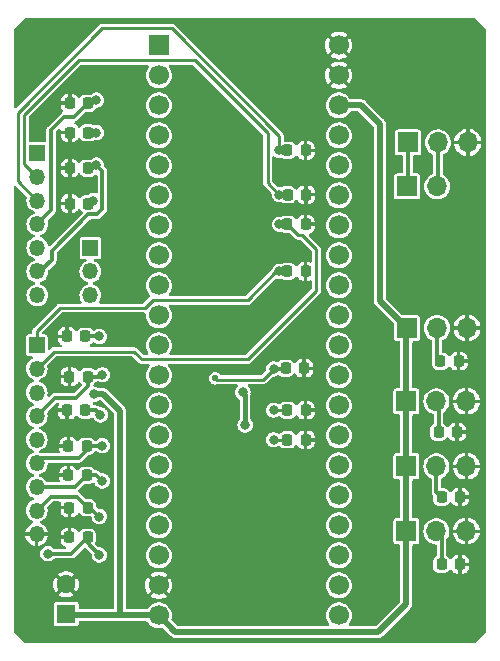
<source format=gbr>
%TF.GenerationSoftware,KiCad,Pcbnew,7.0.2*%
%TF.CreationDate,2023-07-25T22:56:35+09:00*%
%TF.ProjectId,bluepill_yoke,626c7565-7069-46c6-9c5f-796f6b652e6b,rev?*%
%TF.SameCoordinates,Original*%
%TF.FileFunction,Copper,L1,Top*%
%TF.FilePolarity,Positive*%
%FSLAX46Y46*%
G04 Gerber Fmt 4.6, Leading zero omitted, Abs format (unit mm)*
G04 Created by KiCad (PCBNEW 7.0.2) date 2023-07-25 22:56:35*
%MOMM*%
%LPD*%
G01*
G04 APERTURE LIST*
G04 Aperture macros list*
%AMRoundRect*
0 Rectangle with rounded corners*
0 $1 Rounding radius*
0 $2 $3 $4 $5 $6 $7 $8 $9 X,Y pos of 4 corners*
0 Add a 4 corners polygon primitive as box body*
4,1,4,$2,$3,$4,$5,$6,$7,$8,$9,$2,$3,0*
0 Add four circle primitives for the rounded corners*
1,1,$1+$1,$2,$3*
1,1,$1+$1,$4,$5*
1,1,$1+$1,$6,$7*
1,1,$1+$1,$8,$9*
0 Add four rect primitives between the rounded corners*
20,1,$1+$1,$2,$3,$4,$5,0*
20,1,$1+$1,$4,$5,$6,$7,0*
20,1,$1+$1,$6,$7,$8,$9,0*
20,1,$1+$1,$8,$9,$2,$3,0*%
G04 Aperture macros list end*
%TA.AperFunction,ComponentPad*%
%ADD10O,1.700000X1.700000*%
%TD*%
%TA.AperFunction,ComponentPad*%
%ADD11R,1.700000X1.700000*%
%TD*%
%TA.AperFunction,SMDPad,CuDef*%
%ADD12RoundRect,0.225000X0.225000X0.250000X-0.225000X0.250000X-0.225000X-0.250000X0.225000X-0.250000X0*%
%TD*%
%TA.AperFunction,SMDPad,CuDef*%
%ADD13RoundRect,0.225000X-0.225000X-0.250000X0.225000X-0.250000X0.225000X0.250000X-0.225000X0.250000X0*%
%TD*%
%TA.AperFunction,ComponentPad*%
%ADD14C,1.700000*%
%TD*%
%TA.AperFunction,ComponentPad*%
%ADD15C,1.600000*%
%TD*%
%TA.AperFunction,ComponentPad*%
%ADD16R,1.600000X1.600000*%
%TD*%
%TA.AperFunction,ComponentPad*%
%ADD17O,1.350000X1.350000*%
%TD*%
%TA.AperFunction,ComponentPad*%
%ADD18R,1.350000X1.350000*%
%TD*%
%TA.AperFunction,ViaPad*%
%ADD19C,0.800000*%
%TD*%
%TA.AperFunction,ViaPad*%
%ADD20C,1.000000*%
%TD*%
%TA.AperFunction,ViaPad*%
%ADD21C,0.550000*%
%TD*%
%TA.AperFunction,Conductor*%
%ADD22C,0.300000*%
%TD*%
%TA.AperFunction,Conductor*%
%ADD23C,0.500000*%
%TD*%
%TA.AperFunction,Conductor*%
%ADD24C,0.400000*%
%TD*%
%TA.AperFunction,Conductor*%
%ADD25C,0.250000*%
%TD*%
G04 APERTURE END LIST*
D10*
%TO.P,J9,3,Pin_3*%
%TO.N,GND*%
X123455000Y-62075000D03*
%TO.P,J9,2,Pin_2*%
%TO.N,Net-(J8-Pin_2)*%
X120915000Y-62075000D03*
D11*
%TO.P,J9,1,Pin_1*%
%TO.N,Net-(J8-Pin_1)*%
X118375000Y-62075000D03*
%TD*%
D10*
%TO.P,J8,2,Pin_2*%
%TO.N,Net-(J8-Pin_2)*%
X120865000Y-65800000D03*
D11*
%TO.P,J8,1,Pin_1*%
%TO.N,Net-(J8-Pin_1)*%
X118325000Y-65800000D03*
%TD*%
D12*
%TO.P,C9,2*%
%TO.N,GND*%
X89525000Y-84750000D03*
%TO.P,C9,1*%
%TO.N,/S8_BLK*%
X91075000Y-84750000D03*
%TD*%
D13*
%TO.P,C4,2*%
%TO.N,GND*%
X122675000Y-80600000D03*
%TO.P,C4,1*%
%TO.N,Net-(J4-Pin_2)*%
X121125000Y-80600000D03*
%TD*%
D14*
%TO.P,U1,40,GND*%
%TO.N,GND*%
X112524759Y-53860000D03*
%TO.P,U1,39,GND*%
X112524759Y-56400000D03*
%TO.P,U1,38,3V3*%
%TO.N,+3V3*%
X112524759Y-58940000D03*
%TO.P,U1,37,RST*%
%TO.N,unconnected-(U1-RST-Pad37)*%
X112524759Y-61480000D03*
%TO.P,U1,36,PB11*%
%TO.N,/PB11*%
X112524759Y-64020000D03*
%TO.P,U1,35,PB10*%
%TO.N,/PB10*%
X112524759Y-66560000D03*
%TO.P,U1,34,PB1*%
%TO.N,/PB1*%
X112524759Y-69100000D03*
%TO.P,U1,33,PB0*%
%TO.N,/PB0*%
X112524759Y-71640000D03*
%TO.P,U1,32,PA7*%
%TO.N,/PA7*%
X112524759Y-74180000D03*
%TO.P,U1,31,PA6*%
%TO.N,/PA6*%
X112524759Y-76720000D03*
%TO.P,U1,30,PA5*%
%TO.N,/PA5*%
X112524759Y-79260000D03*
%TO.P,U1,29,PA4*%
%TO.N,/PA4*%
X112524759Y-81800000D03*
%TO.P,U1,28,PA3*%
%TO.N,/PA3*%
X112524759Y-84340000D03*
%TO.P,U1,27,PA2*%
%TO.N,/PA2*%
X112524759Y-86880000D03*
%TO.P,U1,26,PA1*%
%TO.N,/PA1*%
X112524759Y-89420000D03*
%TO.P,U1,25,PA0*%
%TO.N,/PA0*%
X112524759Y-91960000D03*
%TO.P,U1,24,PC15*%
%TO.N,/PC15*%
X112524759Y-94500000D03*
%TO.P,U1,23,PC14*%
%TO.N,/PC14*%
X112524759Y-97040000D03*
%TO.P,U1,22,PC13*%
%TO.N,unconnected-(U1-PC13-Pad22)*%
X112524759Y-99580000D03*
%TO.P,U1,21,VBat*%
%TO.N,unconnected-(U1-VBat-Pad21)*%
X112524759Y-102120000D03*
%TO.P,U1,20,3V3*%
%TO.N,+3V3*%
X97284759Y-102120000D03*
%TO.P,U1,19,GND*%
%TO.N,GND*%
X97284759Y-99580000D03*
%TO.P,U1,18,5V*%
%TO.N,unconnected-(U1-5V-Pad18)*%
X97284759Y-97040000D03*
%TO.P,U1,17,PB9*%
%TO.N,/PB9*%
X97284759Y-94500000D03*
%TO.P,U1,16,PB8*%
%TO.N,/PB8*%
X97284759Y-91960000D03*
%TO.P,U1,15,PB7*%
%TO.N,/PB7*%
X97284759Y-89420000D03*
%TO.P,U1,14,PB6*%
%TO.N,/PB6*%
X97284759Y-86880000D03*
%TO.P,U1,13,PB5*%
%TO.N,/PB5*%
X97284759Y-84340000D03*
%TO.P,U1,12,PB4*%
%TO.N,/PB4*%
X97284759Y-81800000D03*
%TO.P,U1,11,PB3*%
%TO.N,/PB3*%
X97284759Y-79260000D03*
%TO.P,U1,10,PA15*%
%TO.N,/PA15*%
X97284759Y-76720000D03*
%TO.P,U1,9,PA12*%
%TO.N,/PA12*%
X97284759Y-74180000D03*
%TO.P,U1,8,PA11*%
%TO.N,/PA11*%
X97284759Y-71640000D03*
%TO.P,U1,7,PA10*%
%TO.N,/PA10*%
X97284759Y-69100000D03*
%TO.P,U1,6,PA9*%
%TO.N,/PA9*%
X97284759Y-66560000D03*
%TO.P,U1,5,PA8*%
%TO.N,/PA8*%
X97284759Y-64020000D03*
%TO.P,U1,4,PB15*%
%TO.N,/PB15*%
X97284759Y-61480000D03*
%TO.P,U1,3,PB14*%
%TO.N,/PB14*%
X97284759Y-58940000D03*
%TO.P,U1,2,PB13*%
%TO.N,/PB13*%
X97284759Y-56400000D03*
D11*
%TO.P,U1,1,PB12*%
%TO.N,/PB12*%
X97284759Y-53860000D03*
%TD*%
D12*
%TO.P,C8,2*%
%TO.N,GND*%
X89725000Y-81900000D03*
%TO.P,C8,1*%
%TO.N,/S7_GRY*%
X91275000Y-81900000D03*
%TD*%
%TO.P,C19,2*%
%TO.N,GND*%
X89750000Y-67250000D03*
%TO.P,C19,1*%
%TO.N,/S18_YEL*%
X91300000Y-67250000D03*
%TD*%
D13*
%TO.P,C22,2*%
%TO.N,GND*%
X109575000Y-81200000D03*
%TO.P,C22,1*%
%TO.N,/S14_GRY*%
X108025000Y-81200000D03*
%TD*%
%TO.P,C6,2*%
%TO.N,GND*%
X109725000Y-69000000D03*
%TO.P,C6,1*%
%TO.N,/S5_PPL*%
X108175000Y-69000000D03*
%TD*%
%TO.P,C21,2*%
%TO.N,GND*%
X109725000Y-84750000D03*
%TO.P,C21,1*%
%TO.N,/S13_BLU*%
X108175000Y-84750000D03*
%TD*%
D12*
%TO.P,C16,2*%
%TO.N,GND*%
X89750000Y-58750000D03*
%TO.P,C16,1*%
%TO.N,/S15_PPL*%
X91300000Y-58750000D03*
%TD*%
%TO.P,C13,2*%
%TO.N,GND*%
X89725000Y-95500000D03*
%TO.P,C13,1*%
%TO.N,/S1_BLU*%
X91275000Y-95500000D03*
%TD*%
D15*
%TO.P,C23,2*%
%TO.N,GND*%
X89450000Y-99500000D03*
D16*
%TO.P,C23,1*%
%TO.N,+3V3*%
X89450000Y-102000000D03*
%TD*%
D13*
%TO.P,C20,2*%
%TO.N,GND*%
X109725000Y-87250000D03*
%TO.P,C20,1*%
%TO.N,/S12_YEL*%
X108175000Y-87250000D03*
%TD*%
%TO.P,C14,2*%
%TO.N,GND*%
X109750000Y-66500000D03*
%TO.P,C14,1*%
%TO.N,/S3_GRY*%
X108200000Y-66500000D03*
%TD*%
D17*
%TO.P,J7,3,Pin_3*%
%TO.N,/S14_GRY*%
X91500000Y-75000000D03*
%TO.P,J7,2,Pin_2*%
%TO.N,/S13_BLU*%
X91500000Y-73000000D03*
D18*
%TO.P,J7,1,Pin_1*%
%TO.N,/S12_YEL*%
X91500000Y-71000000D03*
%TD*%
D12*
%TO.P,C10,2*%
%TO.N,GND*%
X89625000Y-87800000D03*
%TO.P,C10,1*%
%TO.N,/S9_BLU*%
X91175000Y-87800000D03*
%TD*%
D10*
%TO.P,J2,3,Pin_3*%
%TO.N,GND*%
X123330000Y-89500000D03*
%TO.P,J2,2,Pin_2*%
%TO.N,Net-(J2-Pin_2)*%
X120790000Y-89500000D03*
D11*
%TO.P,J2,1,Pin_1*%
%TO.N,+3V3*%
X118250000Y-89500000D03*
%TD*%
D12*
%TO.P,C7,2*%
%TO.N,GND*%
X89525000Y-78500000D03*
%TO.P,C7,1*%
%TO.N,/S6_WHT*%
X91075000Y-78500000D03*
%TD*%
%TO.P,C18,2*%
%TO.N,GND*%
X89750000Y-64250000D03*
%TO.P,C18,1*%
%TO.N,/S17_GRN*%
X91300000Y-64250000D03*
%TD*%
D13*
%TO.P,C3,2*%
%TO.N,GND*%
X122525000Y-86600000D03*
%TO.P,C3,1*%
%TO.N,Net-(J3-Pin_2)*%
X120975000Y-86600000D03*
%TD*%
D12*
%TO.P,C11,2*%
%TO.N,GND*%
X89625000Y-90250000D03*
%TO.P,C11,1*%
%TO.N,/S10_BRN*%
X91175000Y-90250000D03*
%TD*%
D10*
%TO.P,J4,3,Pin_3*%
%TO.N,GND*%
X123380000Y-77800000D03*
%TO.P,J4,2,Pin_2*%
%TO.N,Net-(J4-Pin_2)*%
X120840000Y-77800000D03*
D11*
%TO.P,J4,1,Pin_1*%
%TO.N,+3V3*%
X118300000Y-77800000D03*
%TD*%
D13*
%TO.P,C5,2*%
%TO.N,GND*%
X109725000Y-73000000D03*
%TO.P,C5,1*%
%TO.N,/S2_ORG*%
X108175000Y-73000000D03*
%TD*%
D12*
%TO.P,C17,2*%
%TO.N,GND*%
X89750000Y-61250000D03*
%TO.P,C17,1*%
%TO.N,/S16_ORG*%
X91300000Y-61250000D03*
%TD*%
D10*
%TO.P,J3,3,Pin_3*%
%TO.N,GND*%
X123330000Y-84000000D03*
%TO.P,J3,2,Pin_2*%
%TO.N,Net-(J3-Pin_2)*%
X120790000Y-84000000D03*
D11*
%TO.P,J3,1,Pin_1*%
%TO.N,+3V3*%
X118250000Y-84000000D03*
%TD*%
D13*
%TO.P,C1,2*%
%TO.N,GND*%
X122775000Y-97800000D03*
%TO.P,C1,1*%
%TO.N,Net-(J1-Pin_2)*%
X121225000Y-97800000D03*
%TD*%
D17*
%TO.P,J6,7,Pin_7*%
%TO.N,/S18_YEL*%
X87000000Y-75000000D03*
%TO.P,J6,6,Pin_6*%
%TO.N,/S17_GRN*%
X87000000Y-73000000D03*
%TO.P,J6,5,Pin_5*%
%TO.N,/S16_ORG*%
X87000000Y-71000000D03*
%TO.P,J6,4,Pin_4*%
%TO.N,/S15_PPL*%
X87000000Y-69000000D03*
%TO.P,J6,3,Pin_3*%
%TO.N,/S4_WHT*%
X87000000Y-67000000D03*
%TO.P,J6,2,Pin_2*%
%TO.N,/S3_GRY*%
X87000000Y-65000000D03*
D18*
%TO.P,J6,1,Pin_1*%
%TO.N,/S1_BLU*%
X87000000Y-63000000D03*
%TD*%
D13*
%TO.P,C15,2*%
%TO.N,GND*%
X109725000Y-62750000D03*
%TO.P,C15,1*%
%TO.N,/S4_WHT*%
X108175000Y-62750000D03*
%TD*%
D10*
%TO.P,J1,3,Pin_3*%
%TO.N,GND*%
X123330000Y-95000000D03*
%TO.P,J1,2,Pin_2*%
%TO.N,Net-(J1-Pin_2)*%
X120790000Y-95000000D03*
D11*
%TO.P,J1,1,Pin_1*%
%TO.N,+3V3*%
X118250000Y-95000000D03*
%TD*%
D17*
%TO.P,J5,9,Pin_9*%
%TO.N,GND*%
X86950000Y-95250000D03*
%TO.P,J5,8,Pin_8*%
%TO.N,/S11_YEL*%
X86950000Y-93250000D03*
%TO.P,J5,7,Pin_7*%
%TO.N,/S10_BRN*%
X86950000Y-91250000D03*
%TO.P,J5,6,Pin_6*%
%TO.N,/S9_BLU*%
X86950000Y-89250000D03*
%TO.P,J5,5,Pin_5*%
%TO.N,/S8_BLK*%
X86950000Y-87250000D03*
%TO.P,J5,4,Pin_4*%
%TO.N,/S7_GRY*%
X86950000Y-85250000D03*
%TO.P,J5,3,Pin_3*%
%TO.N,/S6_WHT*%
X86950000Y-83250000D03*
%TO.P,J5,2,Pin_2*%
%TO.N,/S5_PPL*%
X86950000Y-81250000D03*
D18*
%TO.P,J5,1,Pin_1*%
%TO.N,/S2_ORG*%
X86950000Y-79250000D03*
%TD*%
D13*
%TO.P,C2,2*%
%TO.N,GND*%
X122775000Y-92100000D03*
%TO.P,C2,1*%
%TO.N,Net-(J2-Pin_2)*%
X121225000Y-92100000D03*
%TD*%
D12*
%TO.P,C12,2*%
%TO.N,GND*%
X89725000Y-93000000D03*
%TO.P,C12,1*%
%TO.N,/S11_YEL*%
X91275000Y-93000000D03*
%TD*%
D19*
%TO.N,GND*%
X118200000Y-103200000D03*
X104500000Y-60900000D03*
X106600000Y-59100000D03*
X117200000Y-68600000D03*
X117300000Y-74500000D03*
%TO.N,+3V3*%
X91800000Y-83400000D03*
X104600000Y-86000000D03*
X104400000Y-83225500D03*
D20*
%TO.N,GND*%
X94500000Y-69500000D03*
X86000000Y-98000000D03*
X115000000Y-53500000D03*
X118500000Y-58250000D03*
X109500000Y-90500000D03*
X109000000Y-57500000D03*
X109500000Y-54500000D03*
X115000000Y-57000000D03*
X115500000Y-102000000D03*
X100000000Y-82000000D03*
X117000000Y-100500000D03*
X115000000Y-64000000D03*
X99500000Y-102000000D03*
X100500000Y-74000000D03*
X100000000Y-57000000D03*
X115500000Y-78500000D03*
X110000000Y-102000000D03*
X92500000Y-99250000D03*
X102750000Y-74000000D03*
X124000000Y-75200000D03*
X123600000Y-103100000D03*
X86000000Y-102500000D03*
X94500000Y-71500000D03*
X86500000Y-53500000D03*
X123500000Y-52500000D03*
X86000000Y-57000000D03*
X100250000Y-87250000D03*
X94500000Y-74000000D03*
X109500000Y-97000000D03*
X108000000Y-75000000D03*
X87500000Y-60000000D03*
X108400000Y-78400000D03*
X100000000Y-95500000D03*
X109500000Y-92000000D03*
X109500000Y-94500000D03*
X104000000Y-54500000D03*
X92500000Y-103500000D03*
X117000000Y-97500000D03*
X109500000Y-53000000D03*
D19*
%TO.N,/S2_ORG*%
X107500000Y-73000000D03*
%TO.N,/S5_PPL*%
X107500000Y-69000000D03*
%TO.N,/S6_WHT*%
X92250000Y-78500000D03*
%TO.N,/S7_GRY*%
X92500000Y-81750000D03*
%TO.N,/S8_BLK*%
X92349312Y-85150688D03*
%TO.N,/S9_BLU*%
X92500000Y-87750000D03*
%TO.N,/S10_BRN*%
X92500000Y-90750000D03*
%TO.N,/S11_YEL*%
X92250000Y-93750000D03*
%TO.N,/S1_BLU*%
X87900000Y-96900000D03*
X92250000Y-97000000D03*
%TO.N,/S3_GRY*%
X107500000Y-66500000D03*
%TO.N,/S4_WHT*%
X107500000Y-62750000D03*
%TO.N,/S15_PPL*%
X92000000Y-58500000D03*
%TO.N,/S16_ORG*%
X92000000Y-61250000D03*
%TO.N,/S17_GRN*%
X92000000Y-64000000D03*
%TO.N,/S18_YEL*%
X91750000Y-67000000D03*
%TO.N,/S12_YEL*%
X107000000Y-87250000D03*
%TO.N,/S13_BLU*%
X107000000Y-84750000D03*
D21*
%TO.N,/S14_GRY*%
X102055378Y-82044622D03*
D19*
X107000000Y-81250000D03*
%TD*%
D22*
%TO.N,/S9_BLU*%
X91225000Y-87750000D02*
X92500000Y-87750000D01*
X90500000Y-88800000D02*
X91175000Y-88125000D01*
X91175000Y-88125000D02*
X91175000Y-87800000D01*
X87400000Y-88800000D02*
X90500000Y-88800000D01*
X86950000Y-89250000D02*
X87400000Y-88800000D01*
X91175000Y-87800000D02*
X91225000Y-87750000D01*
%TO.N,/S7_GRY*%
X90300000Y-83700000D02*
X91275000Y-82725000D01*
X88500000Y-83700000D02*
X90300000Y-83700000D01*
X86950000Y-85250000D02*
X88500000Y-83700000D01*
X91275000Y-82725000D02*
X91275000Y-81900000D01*
D23*
%TO.N,+3V3*%
X92600000Y-83400000D02*
X91800000Y-83400000D01*
X94000000Y-102120000D02*
X94000000Y-84800000D01*
X94000000Y-84800000D02*
X92600000Y-83400000D01*
X116000000Y-60500000D02*
X116000000Y-75500000D01*
X114440000Y-58940000D02*
X116000000Y-60500000D01*
X112524759Y-58940000D02*
X114440000Y-58940000D01*
X116000000Y-75500000D02*
X118300000Y-77800000D01*
D22*
%TO.N,Net-(J4-Pin_2)*%
X121125000Y-80600000D02*
X120840000Y-80315000D01*
X120840000Y-80315000D02*
X120840000Y-77800000D01*
D23*
%TO.N,+3V3*%
X118250000Y-77850000D02*
X118250000Y-84000000D01*
X118300000Y-77800000D02*
X118250000Y-77850000D01*
D22*
%TO.N,Net-(J1-Pin_2)*%
X121225000Y-95435000D02*
X120790000Y-95000000D01*
X121225000Y-97800000D02*
X121225000Y-95435000D01*
D24*
%TO.N,+3V3*%
X104600000Y-83425500D02*
X104600000Y-86000000D01*
X104400000Y-83225500D02*
X104600000Y-83425500D01*
D22*
%TO.N,/S14_GRY*%
X107975000Y-81250000D02*
X107000000Y-81250000D01*
X108025000Y-81200000D02*
X107975000Y-81250000D01*
D25*
X106094372Y-82155628D02*
X102166384Y-82155628D01*
X107000000Y-81250000D02*
X106094372Y-82155628D01*
X102166384Y-82155628D02*
X102055378Y-82044622D01*
%TO.N,/S13_BLU*%
X108175000Y-84750000D02*
X107000000Y-84750000D01*
%TO.N,/S12_YEL*%
X108175000Y-87250000D02*
X107000000Y-87250000D01*
D22*
%TO.N,/S1_BLU*%
X91275000Y-96025000D02*
X92250000Y-97000000D01*
X91275000Y-95500000D02*
X91275000Y-96025000D01*
X89875000Y-96900000D02*
X91275000Y-95500000D01*
X87900000Y-96900000D02*
X89875000Y-96900000D01*
%TO.N,/S11_YEL*%
X88125000Y-92075000D02*
X90350000Y-92075000D01*
X90350000Y-92075000D02*
X91275000Y-93000000D01*
X91500000Y-93000000D02*
X91275000Y-93000000D01*
X92250000Y-93750000D02*
X91500000Y-93000000D01*
X86950000Y-93250000D02*
X88125000Y-92075000D01*
%TO.N,/S10_BRN*%
X92000000Y-90250000D02*
X92500000Y-90750000D01*
X90175000Y-91250000D02*
X91175000Y-90250000D01*
X86950000Y-91250000D02*
X90175000Y-91250000D01*
X91175000Y-90250000D02*
X92000000Y-90250000D01*
%TO.N,/S8_BLK*%
X91948624Y-84750000D02*
X92349312Y-85150688D01*
X91075000Y-84750000D02*
X91948624Y-84750000D01*
%TO.N,/S6_WHT*%
X92250000Y-78500000D02*
X91075000Y-78500000D01*
%TO.N,/S7_GRY*%
X92500000Y-81750000D02*
X92350000Y-81900000D01*
X92350000Y-81900000D02*
X91275000Y-81900000D01*
D25*
%TO.N,/S5_PPL*%
X109100000Y-69925000D02*
X108175000Y-69000000D01*
X110625000Y-74625000D02*
X110625000Y-71125000D01*
X95835000Y-80435000D02*
X104815000Y-80435000D01*
X104815000Y-80435000D02*
X110625000Y-74625000D01*
X95200000Y-79800000D02*
X95835000Y-80435000D01*
X88400000Y-79800000D02*
X95200000Y-79800000D01*
X110625000Y-71125000D02*
X109425000Y-69925000D01*
X109425000Y-69925000D02*
X109100000Y-69925000D01*
X86950000Y-81250000D02*
X88400000Y-79800000D01*
D22*
%TO.N,Net-(J3-Pin_2)*%
X120790000Y-84480000D02*
X120790000Y-84000000D01*
X120975000Y-86600000D02*
X120975000Y-84665000D01*
X120975000Y-84665000D02*
X120790000Y-84480000D01*
%TO.N,Net-(J2-Pin_2)*%
X120790000Y-91665000D02*
X120790000Y-89500000D01*
X121225000Y-92100000D02*
X120790000Y-91665000D01*
%TO.N,Net-(J8-Pin_1)*%
X118375000Y-65750000D02*
X118325000Y-65800000D01*
X118375000Y-62075000D02*
X118375000Y-65750000D01*
%TO.N,Net-(J8-Pin_2)*%
X120915000Y-65750000D02*
X120865000Y-65800000D01*
X120915000Y-62075000D02*
X120915000Y-65750000D01*
D23*
%TO.N,+3V3*%
X118250000Y-95000000D02*
X118250000Y-101150000D01*
X118250000Y-84000000D02*
X118250000Y-89500000D01*
X98684759Y-103520000D02*
X97284759Y-102120000D01*
X115880000Y-103520000D02*
X98684759Y-103520000D01*
X118250000Y-89500000D02*
X118250000Y-95000000D01*
X118250000Y-101150000D02*
X115880000Y-103520000D01*
X97284759Y-102120000D02*
X94000000Y-102120000D01*
X89570000Y-102120000D02*
X89450000Y-102000000D01*
X94000000Y-102120000D02*
X89570000Y-102120000D01*
D25*
%TO.N,/S2_ORG*%
X107500000Y-73000000D02*
X107250000Y-73000000D01*
X107250000Y-73000000D02*
X104805000Y-75445000D01*
X86950000Y-78050000D02*
X86950000Y-79250000D01*
X96756636Y-75445000D02*
X96101636Y-76100000D01*
X107500000Y-73000000D02*
X108175000Y-73000000D01*
X88900000Y-76100000D02*
X86950000Y-78050000D01*
X96101636Y-76100000D02*
X88900000Y-76100000D01*
X104805000Y-75445000D02*
X96756636Y-75445000D01*
%TO.N,/S5_PPL*%
X107500000Y-69000000D02*
X108175000Y-69000000D01*
%TO.N,/S3_GRY*%
X106500000Y-65500000D02*
X107500000Y-66500000D01*
X90542818Y-55135000D02*
X100331941Y-55135000D01*
X100331941Y-55135000D02*
X106500000Y-61303059D01*
X106500000Y-61303059D02*
X106500000Y-65500000D01*
D22*
X107500000Y-66500000D02*
X108200000Y-66500000D01*
D25*
X85900000Y-63900000D02*
X85900000Y-59777818D01*
X87000000Y-65000000D02*
X85900000Y-63900000D01*
X85900000Y-59777818D02*
X90542818Y-55135000D01*
%TO.N,/S4_WHT*%
X107500000Y-62750000D02*
X107500000Y-61525241D01*
X92500000Y-52400000D02*
X85350000Y-59550000D01*
D22*
X107500000Y-62750000D02*
X108175000Y-62750000D01*
D25*
X85350000Y-59550000D02*
X85350000Y-65350000D01*
X98374759Y-52400000D02*
X92500000Y-52400000D01*
X85350000Y-65350000D02*
X87000000Y-67000000D01*
X107500000Y-61525241D02*
X98374759Y-52400000D01*
D22*
%TO.N,/S15_PPL*%
X89300000Y-59900000D02*
X90150000Y-59900000D01*
X91300000Y-58750000D02*
X91750000Y-58750000D01*
X91750000Y-58750000D02*
X92000000Y-58500000D01*
X87000000Y-69000000D02*
X88175000Y-67825000D01*
X88175000Y-67825000D02*
X88175000Y-61025000D01*
X90150000Y-59900000D02*
X91300000Y-58750000D01*
X88175000Y-61025000D02*
X89300000Y-59900000D01*
%TO.N,/S16_ORG*%
X92000000Y-61250000D02*
X91300000Y-61250000D01*
%TO.N,/S17_GRN*%
X91325000Y-68175000D02*
X88250000Y-71250000D01*
X92075000Y-68175000D02*
X91325000Y-68175000D01*
X92500000Y-67750000D02*
X92075000Y-68175000D01*
X87250000Y-73000000D02*
X87000000Y-73000000D01*
X91750000Y-64250000D02*
X92000000Y-64000000D01*
X92000000Y-64000000D02*
X92500000Y-64500000D01*
X91300000Y-64250000D02*
X91750000Y-64250000D01*
X88250000Y-71250000D02*
X88250000Y-72000000D01*
X92500000Y-64500000D02*
X92500000Y-67750000D01*
X88250000Y-72000000D02*
X87250000Y-73000000D01*
%TO.N,/S18_YEL*%
X91750000Y-67000000D02*
X91500000Y-67250000D01*
X91500000Y-67250000D02*
X91300000Y-67250000D01*
%TD*%
%TA.AperFunction,Conductor*%
%TO.N,GND*%
G36*
X124015469Y-51520185D02*
G01*
X124036111Y-51536819D01*
X124963181Y-52463888D01*
X124996666Y-52525211D01*
X124999500Y-52551569D01*
X124999500Y-103448429D01*
X124979815Y-103515468D01*
X124963181Y-103536110D01*
X124036111Y-104463181D01*
X123974788Y-104496666D01*
X123948430Y-104499500D01*
X86051569Y-104499500D01*
X85984530Y-104479815D01*
X85963888Y-104463181D01*
X85036819Y-103536111D01*
X85003334Y-103474788D01*
X85000500Y-103448430D01*
X85000500Y-99499999D01*
X88345287Y-99499999D01*
X88364096Y-99702992D01*
X88419885Y-99899068D01*
X88510753Y-100081556D01*
X88573379Y-100164487D01*
X88573380Y-100164487D01*
X89080998Y-99656869D01*
X89122359Y-99738045D01*
X89211955Y-99827641D01*
X89293129Y-99869001D01*
X88782321Y-100379809D01*
X88784262Y-100381579D01*
X88957588Y-100488899D01*
X89147679Y-100562540D01*
X89348072Y-100600000D01*
X89551928Y-100600000D01*
X89752320Y-100562540D01*
X89942411Y-100488899D01*
X90115741Y-100381577D01*
X90117678Y-100379809D01*
X89606870Y-99869001D01*
X89688045Y-99827641D01*
X89777641Y-99738045D01*
X89819001Y-99656870D01*
X90326618Y-100164487D01*
X90389248Y-100081553D01*
X90480114Y-99899068D01*
X90535903Y-99702992D01*
X90554712Y-99500000D01*
X90535903Y-99297007D01*
X90480114Y-99100931D01*
X90389246Y-98918443D01*
X90326619Y-98835511D01*
X90326618Y-98835511D01*
X89819001Y-99343129D01*
X89777641Y-99261955D01*
X89688045Y-99172359D01*
X89606870Y-99130998D01*
X90117678Y-98620190D01*
X90117677Y-98620189D01*
X90115737Y-98618419D01*
X89942411Y-98511100D01*
X89752320Y-98437459D01*
X89551928Y-98400000D01*
X89348072Y-98400000D01*
X89147679Y-98437459D01*
X88957588Y-98511100D01*
X88784259Y-98618421D01*
X88782321Y-98620188D01*
X88782321Y-98620189D01*
X89293130Y-99130998D01*
X89211955Y-99172359D01*
X89122359Y-99261955D01*
X89080998Y-99343129D01*
X88573380Y-98835511D01*
X88510751Y-98918447D01*
X88419885Y-99100931D01*
X88364096Y-99297007D01*
X88345287Y-99499999D01*
X85000500Y-99499999D01*
X85000500Y-96900000D01*
X87244721Y-96900000D01*
X87263763Y-97056818D01*
X87319780Y-97204523D01*
X87409515Y-97334528D01*
X87409516Y-97334529D01*
X87409517Y-97334530D01*
X87527760Y-97439283D01*
X87667635Y-97512696D01*
X87821015Y-97550500D01*
X87978985Y-97550500D01*
X88132365Y-97512696D01*
X88272240Y-97439283D01*
X88359411Y-97362056D01*
X88393696Y-97331684D01*
X88456929Y-97301963D01*
X88475922Y-97300500D01*
X89938433Y-97300500D01*
X89959499Y-97293655D01*
X89978414Y-97289112D01*
X90000304Y-97285646D01*
X90020042Y-97275587D01*
X90038016Y-97268142D01*
X90059090Y-97261296D01*
X90077021Y-97248267D01*
X90093598Y-97238109D01*
X90113342Y-97228050D01*
X90121674Y-97219717D01*
X90121680Y-97219713D01*
X90924819Y-96416573D01*
X90986142Y-96383088D01*
X91055833Y-96388072D01*
X91100181Y-96416573D01*
X91561653Y-96878045D01*
X91595138Y-96939368D01*
X91597068Y-96980670D01*
X91594721Y-96999997D01*
X91613763Y-97156818D01*
X91669780Y-97304523D01*
X91759515Y-97434528D01*
X91759516Y-97434529D01*
X91759517Y-97434530D01*
X91877760Y-97539283D01*
X92017635Y-97612696D01*
X92171015Y-97650500D01*
X92328985Y-97650500D01*
X92482365Y-97612696D01*
X92622240Y-97539283D01*
X92740483Y-97434530D01*
X92830220Y-97304523D01*
X92886237Y-97156818D01*
X92905278Y-97000000D01*
X92886237Y-96843182D01*
X92830220Y-96695477D01*
X92740483Y-96565470D01*
X92622240Y-96460717D01*
X92538132Y-96416573D01*
X92482364Y-96387303D01*
X92328985Y-96349500D01*
X92217255Y-96349500D01*
X92150216Y-96329815D01*
X92129574Y-96313181D01*
X91944017Y-96127624D01*
X91910532Y-96066301D01*
X91915516Y-95996609D01*
X91915517Y-95996608D01*
X91921626Y-95980227D01*
X91921628Y-95980226D01*
X91969412Y-95852114D01*
X91975500Y-95795485D01*
X91975499Y-95204516D01*
X91969412Y-95147886D01*
X91921628Y-95019774D01*
X91915775Y-95011955D01*
X91839687Y-94910312D01*
X91730226Y-94828372D01*
X91602116Y-94780588D01*
X91548770Y-94774853D01*
X91548767Y-94774852D01*
X91545485Y-94774500D01*
X91542174Y-94774500D01*
X91007827Y-94774500D01*
X91007808Y-94774500D01*
X91004516Y-94774501D01*
X91001238Y-94774853D01*
X91001225Y-94774854D01*
X90947882Y-94780588D01*
X90819774Y-94828371D01*
X90710314Y-94910311D01*
X90627351Y-95021137D01*
X90571417Y-95063008D01*
X90501726Y-95067992D01*
X90440403Y-95034507D01*
X90412729Y-94992316D01*
X90411922Y-94990271D01*
X90324721Y-94875278D01*
X90209725Y-94788075D01*
X90075469Y-94735131D01*
X89994781Y-94725441D01*
X89987402Y-94725000D01*
X89875000Y-94725000D01*
X89875000Y-95526000D01*
X89855315Y-95593039D01*
X89802511Y-95638794D01*
X89751000Y-95650000D01*
X88975000Y-95650000D01*
X88975000Y-95787401D01*
X88975441Y-95794781D01*
X88985131Y-95875469D01*
X89038075Y-96009725D01*
X89125278Y-96124721D01*
X89240274Y-96211924D01*
X89362554Y-96260146D01*
X89417698Y-96303051D01*
X89440891Y-96368959D01*
X89424770Y-96436944D01*
X89374453Y-96485420D01*
X89317064Y-96499500D01*
X88475922Y-96499500D01*
X88408883Y-96479815D01*
X88393696Y-96468316D01*
X88272241Y-96360718D01*
X88272240Y-96360717D01*
X88181669Y-96313181D01*
X88132364Y-96287303D01*
X87978985Y-96249500D01*
X87821015Y-96249500D01*
X87667635Y-96287303D01*
X87527761Y-96360716D01*
X87409515Y-96465471D01*
X87319780Y-96595476D01*
X87263763Y-96743181D01*
X87244721Y-96900000D01*
X85000500Y-96900000D01*
X85000500Y-95099999D01*
X85985055Y-95099999D01*
X85985056Y-95100000D01*
X86577498Y-95100000D01*
X86564835Y-95124852D01*
X86545014Y-95250000D01*
X86564835Y-95375148D01*
X86577498Y-95400000D01*
X85985056Y-95400000D01*
X85989107Y-95441135D01*
X86044858Y-95624921D01*
X86135393Y-95794301D01*
X86257235Y-95942764D01*
X86405698Y-96064606D01*
X86575078Y-96155141D01*
X86758864Y-96210892D01*
X86799999Y-96214944D01*
X86800000Y-96214943D01*
X86800000Y-95622502D01*
X86824852Y-95635165D01*
X86918519Y-95650000D01*
X86981481Y-95650000D01*
X87075148Y-95635165D01*
X87100000Y-95622502D01*
X87100000Y-96214944D01*
X87141135Y-96210892D01*
X87324921Y-96155141D01*
X87494301Y-96064606D01*
X87642764Y-95942764D01*
X87764606Y-95794301D01*
X87855141Y-95624921D01*
X87910892Y-95441135D01*
X87914944Y-95400000D01*
X87322502Y-95400000D01*
X87335165Y-95375148D01*
X87339148Y-95350000D01*
X88975000Y-95350000D01*
X89574999Y-95350000D01*
X89575000Y-94725000D01*
X89462598Y-94725000D01*
X89455218Y-94725441D01*
X89374530Y-94735131D01*
X89240274Y-94788075D01*
X89125278Y-94875278D01*
X89038075Y-94990274D01*
X88985131Y-95124530D01*
X88975441Y-95205218D01*
X88975000Y-95212598D01*
X88975000Y-95350000D01*
X87339148Y-95350000D01*
X87354986Y-95250000D01*
X87335165Y-95124852D01*
X87322502Y-95100000D01*
X87914944Y-95100000D01*
X87914944Y-95099999D01*
X87910892Y-95058864D01*
X87855141Y-94875078D01*
X87764606Y-94705698D01*
X87642764Y-94557235D01*
X87494301Y-94435393D01*
X87324919Y-94344857D01*
X87311119Y-94340671D01*
X87252681Y-94302372D01*
X87224227Y-94238559D01*
X87234790Y-94169492D01*
X87281016Y-94117100D01*
X87296673Y-94108737D01*
X87415299Y-94055922D01*
X87572692Y-93941569D01*
X87702870Y-93796992D01*
X87800144Y-93628508D01*
X87860262Y-93443482D01*
X87880598Y-93250000D01*
X87870087Y-93150000D01*
X88975000Y-93150000D01*
X88975000Y-93287401D01*
X88975441Y-93294781D01*
X88985131Y-93375469D01*
X89038075Y-93509725D01*
X89125278Y-93624721D01*
X89240274Y-93711924D01*
X89374530Y-93764868D01*
X89455218Y-93774558D01*
X89462598Y-93775000D01*
X89574999Y-93775000D01*
X89575000Y-93150000D01*
X88975000Y-93150000D01*
X87870087Y-93150000D01*
X87860262Y-93056518D01*
X87846861Y-93015277D01*
X87844867Y-92945437D01*
X87877110Y-92889281D01*
X88254573Y-92511819D01*
X88315897Y-92478334D01*
X88342255Y-92475500D01*
X88863247Y-92475500D01*
X88930286Y-92495185D01*
X88976041Y-92547989D01*
X88986362Y-92614285D01*
X88975441Y-92705220D01*
X88975000Y-92712598D01*
X88975000Y-92850000D01*
X89751000Y-92850000D01*
X89818039Y-92869685D01*
X89863794Y-92922489D01*
X89875000Y-92974000D01*
X89875000Y-93775000D01*
X89987402Y-93775000D01*
X89994781Y-93774558D01*
X90075469Y-93764868D01*
X90209725Y-93711924D01*
X90324721Y-93624721D01*
X90411922Y-93509729D01*
X90412728Y-93507686D01*
X90455633Y-93452541D01*
X90521540Y-93429346D01*
X90589525Y-93445465D01*
X90627351Y-93478863D01*
X90710312Y-93589687D01*
X90762172Y-93628508D01*
X90819774Y-93671628D01*
X90947886Y-93719412D01*
X91004515Y-93725500D01*
X91481892Y-93725499D01*
X91548931Y-93745183D01*
X91594686Y-93797987D01*
X91604988Y-93834552D01*
X91613763Y-93906818D01*
X91669780Y-94054523D01*
X91759515Y-94184528D01*
X91759516Y-94184529D01*
X91759517Y-94184530D01*
X91877760Y-94289283D01*
X92017635Y-94362696D01*
X92171015Y-94400500D01*
X92328985Y-94400500D01*
X92482365Y-94362696D01*
X92622240Y-94289283D01*
X92740483Y-94184530D01*
X92830220Y-94054523D01*
X92886237Y-93906818D01*
X92905278Y-93750000D01*
X92886237Y-93593182D01*
X92830220Y-93445477D01*
X92781897Y-93375469D01*
X92740484Y-93315471D01*
X92717923Y-93295484D01*
X92622240Y-93210717D01*
X92608994Y-93203764D01*
X92482364Y-93137303D01*
X92328985Y-93099500D01*
X92217255Y-93099500D01*
X92150216Y-93079815D01*
X92129574Y-93063181D01*
X92011818Y-92945425D01*
X91978333Y-92884102D01*
X91975499Y-92857744D01*
X91975499Y-92707827D01*
X91975499Y-92707826D01*
X91975499Y-92704516D01*
X91969412Y-92647886D01*
X91956879Y-92614285D01*
X91921628Y-92519774D01*
X91839687Y-92410312D01*
X91730226Y-92328372D01*
X91602116Y-92280588D01*
X91548770Y-92274853D01*
X91548767Y-92274852D01*
X91545485Y-92274500D01*
X91542175Y-92274500D01*
X91167255Y-92274500D01*
X91100216Y-92254815D01*
X91079574Y-92238181D01*
X90604690Y-91763296D01*
X90604675Y-91763283D01*
X90588342Y-91746950D01*
X90588341Y-91746949D01*
X90588339Y-91746947D01*
X90568599Y-91736889D01*
X90552014Y-91726726D01*
X90548000Y-91723810D01*
X90534090Y-91713704D01*
X90534088Y-91713703D01*
X90533011Y-91713353D01*
X90475337Y-91673914D01*
X90448140Y-91609555D01*
X90460056Y-91540709D01*
X90483651Y-91507742D01*
X90979574Y-91011818D01*
X91040897Y-90978333D01*
X91067255Y-90975499D01*
X91442172Y-90975499D01*
X91445484Y-90975499D01*
X91502114Y-90969412D01*
X91630226Y-90921628D01*
X91684650Y-90880886D01*
X91750112Y-90856471D01*
X91818385Y-90871323D01*
X91867790Y-90920728D01*
X91874900Y-90936184D01*
X91919780Y-91054523D01*
X92009515Y-91184528D01*
X92009516Y-91184529D01*
X92009517Y-91184530D01*
X92127760Y-91289283D01*
X92267635Y-91362696D01*
X92421015Y-91400500D01*
X92578985Y-91400500D01*
X92732365Y-91362696D01*
X92872240Y-91289283D01*
X92990483Y-91184530D01*
X93080220Y-91054523D01*
X93136237Y-90906818D01*
X93155278Y-90750000D01*
X93136237Y-90593182D01*
X93080220Y-90445477D01*
X93022807Y-90362299D01*
X92990484Y-90315471D01*
X92945930Y-90276000D01*
X92872240Y-90210717D01*
X92817468Y-90181970D01*
X92732364Y-90137303D01*
X92578985Y-90099500D01*
X92467255Y-90099500D01*
X92400216Y-90079815D01*
X92379578Y-90063185D01*
X92260909Y-89944516D01*
X92260908Y-89944515D01*
X92254683Y-89938290D01*
X92254675Y-89938283D01*
X92238342Y-89921950D01*
X92238341Y-89921949D01*
X92238339Y-89921947D01*
X92218599Y-89911889D01*
X92202014Y-89901726D01*
X92184090Y-89888704D01*
X92163020Y-89881858D01*
X92145044Y-89874412D01*
X92125302Y-89864353D01*
X92103418Y-89860886D01*
X92084507Y-89856346D01*
X92063435Y-89849500D01*
X92063433Y-89849500D01*
X92031519Y-89849500D01*
X91937459Y-89849500D01*
X91870420Y-89829815D01*
X91824665Y-89777011D01*
X91821714Y-89769888D01*
X91739687Y-89660312D01*
X91630226Y-89578372D01*
X91502116Y-89530588D01*
X91448770Y-89524853D01*
X91448767Y-89524852D01*
X91445485Y-89524500D01*
X91442174Y-89524500D01*
X90907827Y-89524500D01*
X90907808Y-89524500D01*
X90904516Y-89524501D01*
X90901238Y-89524853D01*
X90901225Y-89524854D01*
X90847882Y-89530588D01*
X90719774Y-89578371D01*
X90610314Y-89660311D01*
X90527351Y-89771137D01*
X90471417Y-89813008D01*
X90401726Y-89817992D01*
X90340403Y-89784507D01*
X90312729Y-89742316D01*
X90311922Y-89740271D01*
X90224721Y-89625278D01*
X90109725Y-89538075D01*
X89975469Y-89485131D01*
X89894781Y-89475441D01*
X89887402Y-89475000D01*
X89775000Y-89475000D01*
X89775000Y-90276000D01*
X89755315Y-90343039D01*
X89702511Y-90388794D01*
X89651000Y-90400000D01*
X88875000Y-90400000D01*
X88875000Y-90537401D01*
X88875441Y-90544781D01*
X88885130Y-90625466D01*
X88906640Y-90680010D01*
X88912921Y-90749597D01*
X88880584Y-90811533D01*
X88819895Y-90846154D01*
X88791285Y-90849500D01*
X87859039Y-90849500D01*
X87792000Y-90829815D01*
X87751652Y-90787500D01*
X87702870Y-90703007D01*
X87572691Y-90558429D01*
X87415300Y-90444078D01*
X87233822Y-90363280D01*
X87180585Y-90318030D01*
X87160263Y-90251181D01*
X87179308Y-90183957D01*
X87231674Y-90137701D01*
X87233822Y-90136720D01*
X87237571Y-90135051D01*
X87316297Y-90100000D01*
X88875000Y-90100000D01*
X89475000Y-90100000D01*
X89475000Y-89475000D01*
X89362598Y-89475000D01*
X89355218Y-89475441D01*
X89274530Y-89485131D01*
X89140274Y-89538075D01*
X89025278Y-89625278D01*
X88938075Y-89740274D01*
X88885131Y-89874530D01*
X88875441Y-89955218D01*
X88875000Y-89962598D01*
X88875000Y-90100000D01*
X87316297Y-90100000D01*
X87415299Y-90055922D01*
X87553906Y-89955218D01*
X87572691Y-89941570D01*
X87702870Y-89796992D01*
X87751814Y-89712218D01*
X87800144Y-89628508D01*
X87860262Y-89443482D01*
X87874130Y-89311537D01*
X87900715Y-89246923D01*
X87958013Y-89206939D01*
X87997451Y-89200500D01*
X90563433Y-89200500D01*
X90584499Y-89193655D01*
X90603414Y-89189112D01*
X90625304Y-89185646D01*
X90645042Y-89175587D01*
X90663016Y-89168142D01*
X90684090Y-89161296D01*
X90702021Y-89148267D01*
X90718598Y-89138109D01*
X90738342Y-89128050D01*
X90746674Y-89119717D01*
X90746680Y-89119713D01*
X90994901Y-88871492D01*
X91304574Y-88561817D01*
X91365897Y-88528333D01*
X91392255Y-88525499D01*
X91442172Y-88525499D01*
X91445484Y-88525499D01*
X91502114Y-88519412D01*
X91630226Y-88471628D01*
X91739687Y-88389687D01*
X91821628Y-88280226D01*
X91831972Y-88252492D01*
X91873842Y-88196560D01*
X91939307Y-88172143D01*
X92007580Y-88186995D01*
X92030370Y-88203004D01*
X92127760Y-88289283D01*
X92267635Y-88362696D01*
X92421015Y-88400500D01*
X92578985Y-88400500D01*
X92732365Y-88362696D01*
X92872240Y-88289283D01*
X92990483Y-88184530D01*
X93080220Y-88054523D01*
X93136237Y-87906818D01*
X93155278Y-87750000D01*
X93136237Y-87593182D01*
X93080220Y-87445477D01*
X92997406Y-87325500D01*
X92990484Y-87315471D01*
X92962039Y-87290271D01*
X92872240Y-87210717D01*
X92832171Y-87189687D01*
X92732364Y-87137303D01*
X92578985Y-87099500D01*
X92421015Y-87099500D01*
X92267635Y-87137303D01*
X92127758Y-87210718D01*
X92006304Y-87318316D01*
X91943071Y-87348037D01*
X91924078Y-87349500D01*
X91905951Y-87349500D01*
X91838912Y-87329815D01*
X91806684Y-87299810D01*
X91739687Y-87210312D01*
X91630226Y-87128372D01*
X91502116Y-87080588D01*
X91448770Y-87074853D01*
X91448767Y-87074852D01*
X91445485Y-87074500D01*
X91442174Y-87074500D01*
X90907827Y-87074500D01*
X90907808Y-87074500D01*
X90904516Y-87074501D01*
X90901238Y-87074853D01*
X90901225Y-87074854D01*
X90847882Y-87080588D01*
X90719774Y-87128371D01*
X90610314Y-87210311D01*
X90527351Y-87321137D01*
X90471417Y-87363008D01*
X90401726Y-87367992D01*
X90340403Y-87334507D01*
X90312729Y-87292316D01*
X90311922Y-87290271D01*
X90224721Y-87175278D01*
X90109725Y-87088075D01*
X89975469Y-87035131D01*
X89894781Y-87025441D01*
X89887402Y-87025000D01*
X89775000Y-87025000D01*
X89775000Y-87826000D01*
X89755315Y-87893039D01*
X89702511Y-87938794D01*
X89651000Y-87950000D01*
X88875000Y-87950000D01*
X88875000Y-88087401D01*
X88875441Y-88094781D01*
X88885130Y-88175466D01*
X88906640Y-88230010D01*
X88912921Y-88299597D01*
X88880584Y-88361533D01*
X88819895Y-88396154D01*
X88791285Y-88399500D01*
X87341532Y-88399500D01*
X87291097Y-88388780D01*
X87233822Y-88363280D01*
X87180585Y-88318030D01*
X87160263Y-88251181D01*
X87179308Y-88183957D01*
X87231673Y-88137701D01*
X87233822Y-88136720D01*
X87237571Y-88135051D01*
X87415299Y-88055922D01*
X87525990Y-87975500D01*
X87572691Y-87941570D01*
X87702870Y-87796992D01*
X87717377Y-87771865D01*
X87787736Y-87650000D01*
X88875000Y-87650000D01*
X89475000Y-87650000D01*
X89475000Y-87025000D01*
X89362598Y-87025000D01*
X89355218Y-87025441D01*
X89274530Y-87035131D01*
X89140274Y-87088075D01*
X89025278Y-87175278D01*
X88938075Y-87290274D01*
X88885131Y-87424530D01*
X88875441Y-87505218D01*
X88875000Y-87512598D01*
X88875000Y-87650000D01*
X87787736Y-87650000D01*
X87800144Y-87628508D01*
X87860262Y-87443482D01*
X87880598Y-87250000D01*
X87860262Y-87056518D01*
X87800144Y-86871492D01*
X87770793Y-86820654D01*
X87702870Y-86703007D01*
X87572691Y-86558429D01*
X87415302Y-86444079D01*
X87233821Y-86363279D01*
X87180584Y-86318028D01*
X87160263Y-86251179D01*
X87179308Y-86183955D01*
X87231674Y-86137700D01*
X87233822Y-86136719D01*
X87237566Y-86135052D01*
X87237571Y-86135051D01*
X87415299Y-86055922D01*
X87572692Y-85941569D01*
X87702870Y-85796992D01*
X87800144Y-85628508D01*
X87860262Y-85443482D01*
X87880598Y-85250000D01*
X87860262Y-85056518D01*
X87846861Y-85015277D01*
X87844867Y-84945437D01*
X87870955Y-84900000D01*
X88775000Y-84900000D01*
X88775000Y-85037401D01*
X88775441Y-85044781D01*
X88785131Y-85125469D01*
X88838075Y-85259725D01*
X88925278Y-85374721D01*
X89040274Y-85461924D01*
X89174530Y-85514868D01*
X89255218Y-85524558D01*
X89262598Y-85525000D01*
X89375000Y-85525000D01*
X89375000Y-84900000D01*
X88775000Y-84900000D01*
X87870955Y-84900000D01*
X87877110Y-84889281D01*
X88619252Y-84147140D01*
X88680573Y-84113657D01*
X88750265Y-84118641D01*
X88806198Y-84160513D01*
X88830615Y-84225977D01*
X88822286Y-84280312D01*
X88785131Y-84374531D01*
X88775441Y-84455218D01*
X88775000Y-84462598D01*
X88775000Y-84600000D01*
X89551000Y-84600000D01*
X89618039Y-84619685D01*
X89663794Y-84672489D01*
X89675000Y-84724000D01*
X89675000Y-85525000D01*
X89787402Y-85525000D01*
X89794781Y-85524558D01*
X89875469Y-85514868D01*
X90009725Y-85461924D01*
X90124721Y-85374721D01*
X90211922Y-85259729D01*
X90212728Y-85257686D01*
X90255633Y-85202541D01*
X90321540Y-85179346D01*
X90389525Y-85195465D01*
X90427351Y-85228863D01*
X90510312Y-85339687D01*
X90542878Y-85364065D01*
X90619774Y-85421628D01*
X90747886Y-85469412D01*
X90804515Y-85475500D01*
X91345484Y-85475499D01*
X91402114Y-85469412D01*
X91530226Y-85421628D01*
X91574504Y-85388481D01*
X91639968Y-85364065D01*
X91708241Y-85378917D01*
X91757646Y-85428322D01*
X91764756Y-85443778D01*
X91769092Y-85455211D01*
X91858827Y-85585216D01*
X91858828Y-85585217D01*
X91858829Y-85585218D01*
X91977072Y-85689971D01*
X92116947Y-85763384D01*
X92270327Y-85801188D01*
X92428297Y-85801188D01*
X92581677Y-85763384D01*
X92721552Y-85689971D01*
X92839795Y-85585218D01*
X92929532Y-85455211D01*
X92985549Y-85307506D01*
X93004590Y-85150688D01*
X92985549Y-84993870D01*
X92929532Y-84846165D01*
X92863743Y-84750853D01*
X92839796Y-84716159D01*
X92839795Y-84716158D01*
X92721552Y-84611405D01*
X92699822Y-84600000D01*
X92581676Y-84537991D01*
X92428297Y-84500188D01*
X92316568Y-84500188D01*
X92249529Y-84480503D01*
X92228887Y-84463869D01*
X92203314Y-84438296D01*
X92203299Y-84438283D01*
X92186966Y-84421950D01*
X92186965Y-84421949D01*
X92186963Y-84421947D01*
X92167223Y-84411889D01*
X92150638Y-84401726D01*
X92132714Y-84388704D01*
X92111644Y-84381858D01*
X92093668Y-84374412D01*
X92073926Y-84364353D01*
X92052042Y-84360886D01*
X92033131Y-84356346D01*
X92012059Y-84349500D01*
X92012057Y-84349500D01*
X91980143Y-84349500D01*
X91837459Y-84349500D01*
X91770420Y-84329815D01*
X91724665Y-84277011D01*
X91721715Y-84269891D01*
X91721628Y-84269775D01*
X91721628Y-84269774D01*
X91705933Y-84248808D01*
X91681518Y-84183345D01*
X91696370Y-84115072D01*
X91745776Y-84065667D01*
X91805202Y-84050500D01*
X91878985Y-84050500D01*
X92032366Y-84012696D01*
X92084885Y-83985131D01*
X92172240Y-83939283D01*
X92177768Y-83934385D01*
X92180817Y-83931685D01*
X92244050Y-83901963D01*
X92263044Y-83900500D01*
X92341324Y-83900500D01*
X92408363Y-83920185D01*
X92429005Y-83936819D01*
X93463181Y-84970995D01*
X93496666Y-85032318D01*
X93499500Y-85058676D01*
X93499500Y-101495500D01*
X93479815Y-101562539D01*
X93427011Y-101608294D01*
X93375500Y-101619500D01*
X90624500Y-101619500D01*
X90557461Y-101599815D01*
X90511706Y-101547011D01*
X90500500Y-101495500D01*
X90500500Y-101337630D01*
X90500500Y-101175326D01*
X90485966Y-101102260D01*
X90430601Y-101019399D01*
X90347740Y-100964034D01*
X90347739Y-100964033D01*
X90347738Y-100964033D01*
X90274675Y-100949500D01*
X90274674Y-100949500D01*
X88625326Y-100949500D01*
X88625325Y-100949500D01*
X88552261Y-100964033D01*
X88469399Y-101019399D01*
X88414033Y-101102261D01*
X88399500Y-101175325D01*
X88399500Y-102824674D01*
X88414033Y-102897738D01*
X88414033Y-102897739D01*
X88414034Y-102897740D01*
X88469399Y-102980601D01*
X88552260Y-103035966D01*
X88588792Y-103043233D01*
X88625325Y-103050500D01*
X88625326Y-103050500D01*
X90274675Y-103050500D01*
X90299029Y-103045655D01*
X90347740Y-103035966D01*
X90430601Y-102980601D01*
X90485966Y-102897740D01*
X90500500Y-102824674D01*
X90500500Y-102744499D01*
X90520185Y-102677461D01*
X90572989Y-102631706D01*
X90624500Y-102620500D01*
X93928039Y-102620500D01*
X93964201Y-102620500D01*
X96227815Y-102620500D01*
X96294854Y-102640185D01*
X96338815Y-102689228D01*
X96345085Y-102701820D01*
X96467995Y-102864580D01*
X96618717Y-103001981D01*
X96792120Y-103109347D01*
X96792122Y-103109348D01*
X96982303Y-103183024D01*
X97182783Y-103220500D01*
X97182785Y-103220500D01*
X97386733Y-103220500D01*
X97386735Y-103220500D01*
X97567414Y-103186725D01*
X97636927Y-103193756D01*
X97677878Y-103220933D01*
X98283372Y-103826427D01*
X98300005Y-103847067D01*
X98302613Y-103851125D01*
X98302615Y-103851127D01*
X98302616Y-103851128D01*
X98340160Y-103883659D01*
X98346624Y-103889679D01*
X98356165Y-103899221D01*
X98366966Y-103907306D01*
X98373859Y-103912860D01*
X98399229Y-103934843D01*
X98411386Y-103945377D01*
X98415768Y-103947378D01*
X98438565Y-103960904D01*
X98442428Y-103963796D01*
X98442429Y-103963796D01*
X98442430Y-103963797D01*
X98488951Y-103981148D01*
X98497131Y-103984536D01*
X98513201Y-103991874D01*
X98542302Y-104005165D01*
X98547075Y-104005851D01*
X98572757Y-104012405D01*
X98577276Y-104014091D01*
X98626811Y-104017633D01*
X98635596Y-104018578D01*
X98648960Y-104020500D01*
X98662451Y-104020500D01*
X98671297Y-104020815D01*
X98720832Y-104024359D01*
X98725545Y-104023334D01*
X98751903Y-104020500D01*
X115812856Y-104020500D01*
X115839214Y-104023334D01*
X115843926Y-104024359D01*
X115843926Y-104024358D01*
X115843927Y-104024359D01*
X115893461Y-104020815D01*
X115902308Y-104020500D01*
X115915797Y-104020500D01*
X115915799Y-104020500D01*
X115929159Y-104018578D01*
X115937951Y-104017633D01*
X115987483Y-104014091D01*
X115992001Y-104012405D01*
X116017681Y-104005851D01*
X116022457Y-104005165D01*
X116067637Y-103984530D01*
X116075791Y-103981153D01*
X116122331Y-103963796D01*
X116126189Y-103960907D01*
X116148997Y-103947375D01*
X116153373Y-103945377D01*
X116190906Y-103912853D01*
X116197782Y-103907313D01*
X116208593Y-103899221D01*
X116218155Y-103889658D01*
X116224603Y-103883654D01*
X116262143Y-103851128D01*
X116264753Y-103847067D01*
X116281382Y-103826430D01*
X118556430Y-101551382D01*
X118577069Y-101534751D01*
X118581128Y-101532143D01*
X118613654Y-101494603D01*
X118619658Y-101488155D01*
X118629221Y-101478593D01*
X118637313Y-101467782D01*
X118642853Y-101460906D01*
X118675377Y-101423373D01*
X118677375Y-101418997D01*
X118690907Y-101396190D01*
X118690920Y-101396172D01*
X118693796Y-101392331D01*
X118711153Y-101345791D01*
X118714534Y-101337630D01*
X118735165Y-101292457D01*
X118735851Y-101287681D01*
X118742405Y-101262001D01*
X118744091Y-101257483D01*
X118747633Y-101207951D01*
X118748580Y-101199147D01*
X118750500Y-101185797D01*
X118750500Y-101172308D01*
X118750816Y-101163461D01*
X118754359Y-101113926D01*
X118753334Y-101109215D01*
X118750500Y-101082857D01*
X118750500Y-96224500D01*
X118770185Y-96157461D01*
X118822989Y-96111706D01*
X118874500Y-96100500D01*
X119124675Y-96100500D01*
X119149029Y-96095655D01*
X119197740Y-96085966D01*
X119280601Y-96030601D01*
X119335966Y-95947740D01*
X119350500Y-95874674D01*
X119350500Y-94999999D01*
X119684785Y-94999999D01*
X119703602Y-95203083D01*
X119759418Y-95399251D01*
X119850324Y-95581818D01*
X119973236Y-95744580D01*
X120123958Y-95881981D01*
X120277381Y-95976976D01*
X120297363Y-95989348D01*
X120487544Y-96063024D01*
X120688024Y-96100500D01*
X120700500Y-96100500D01*
X120767539Y-96120185D01*
X120813294Y-96172989D01*
X120824500Y-96224500D01*
X120824500Y-97025334D01*
X120804815Y-97092373D01*
X120774810Y-97124601D01*
X120660312Y-97210312D01*
X120578372Y-97319773D01*
X120530588Y-97447883D01*
X120530588Y-97447886D01*
X120524500Y-97504515D01*
X120524500Y-97507824D01*
X120524500Y-97507825D01*
X120524500Y-98092172D01*
X120524500Y-98092190D01*
X120524501Y-98095484D01*
X120524853Y-98098762D01*
X120524854Y-98098774D01*
X120530588Y-98152117D01*
X120578371Y-98280225D01*
X120660312Y-98389687D01*
X120707113Y-98424721D01*
X120769774Y-98471628D01*
X120897886Y-98519412D01*
X120954515Y-98525500D01*
X121495484Y-98525499D01*
X121552114Y-98519412D01*
X121680226Y-98471628D01*
X121789687Y-98389687D01*
X121871628Y-98280226D01*
X121871629Y-98280222D01*
X121872647Y-98278863D01*
X121928581Y-98236992D01*
X121998272Y-98232007D01*
X122059596Y-98265491D01*
X122087268Y-98307680D01*
X122088074Y-98309725D01*
X122175278Y-98424721D01*
X122290274Y-98511924D01*
X122424530Y-98564868D01*
X122505218Y-98574558D01*
X122512598Y-98575000D01*
X122625000Y-98575000D01*
X122625000Y-97950000D01*
X122925000Y-97950000D01*
X122925000Y-98575000D01*
X123037402Y-98575000D01*
X123044781Y-98574558D01*
X123125469Y-98564868D01*
X123259725Y-98511924D01*
X123374721Y-98424721D01*
X123461924Y-98309725D01*
X123514868Y-98175469D01*
X123524558Y-98094781D01*
X123525000Y-98087401D01*
X123525000Y-97950000D01*
X122925000Y-97950000D01*
X122625000Y-97950000D01*
X122625000Y-97025000D01*
X122925000Y-97025000D01*
X122925000Y-97650000D01*
X123525000Y-97650000D01*
X123525000Y-97512598D01*
X123524558Y-97505218D01*
X123514868Y-97424530D01*
X123461924Y-97290274D01*
X123374721Y-97175278D01*
X123259725Y-97088075D01*
X123125469Y-97035131D01*
X123044781Y-97025441D01*
X123037402Y-97025000D01*
X122925000Y-97025000D01*
X122625000Y-97025000D01*
X122512598Y-97025000D01*
X122505218Y-97025441D01*
X122424530Y-97035131D01*
X122290274Y-97088075D01*
X122175278Y-97175278D01*
X122088073Y-97290276D01*
X122087267Y-97292321D01*
X122044359Y-97347463D01*
X121978450Y-97370654D01*
X121910467Y-97354530D01*
X121872648Y-97321136D01*
X121789687Y-97210312D01*
X121675190Y-97124601D01*
X121633318Y-97068668D01*
X121625500Y-97025334D01*
X121625500Y-96416573D01*
X121625499Y-95761324D01*
X121645184Y-95694289D01*
X121650529Y-95686623D01*
X121729673Y-95581821D01*
X121820582Y-95399250D01*
X121876397Y-95203083D01*
X121895215Y-95000000D01*
X121881316Y-94849999D01*
X122188972Y-94849999D01*
X122188973Y-94850000D01*
X122852935Y-94850000D01*
X122830000Y-94928111D01*
X122830000Y-95071889D01*
X122852935Y-95150000D01*
X122188973Y-95150000D01*
X122194738Y-95212218D01*
X122253062Y-95417208D01*
X122348058Y-95607988D01*
X122476497Y-95778067D01*
X122634003Y-95921654D01*
X122815201Y-96033846D01*
X123013939Y-96110837D01*
X123180000Y-96141879D01*
X123180000Y-95481170D01*
X123187685Y-95484680D01*
X123294237Y-95500000D01*
X123365763Y-95500000D01*
X123472315Y-95484680D01*
X123480000Y-95481170D01*
X123480000Y-96141879D01*
X123646060Y-96110837D01*
X123844798Y-96033846D01*
X124025996Y-95921654D01*
X124183502Y-95778067D01*
X124311941Y-95607988D01*
X124406937Y-95417208D01*
X124465261Y-95212218D01*
X124471027Y-95150000D01*
X123807065Y-95150000D01*
X123830000Y-95071889D01*
X123830000Y-94928111D01*
X123807065Y-94850000D01*
X124471027Y-94850000D01*
X124471027Y-94849999D01*
X124465261Y-94787781D01*
X124406937Y-94582791D01*
X124311941Y-94392011D01*
X124183502Y-94221932D01*
X124025996Y-94078345D01*
X123844798Y-93966153D01*
X123646061Y-93889162D01*
X123480000Y-93858119D01*
X123480000Y-94518829D01*
X123472315Y-94515320D01*
X123365763Y-94500000D01*
X123294237Y-94500000D01*
X123187685Y-94515320D01*
X123179999Y-94518829D01*
X123180000Y-93858119D01*
X123013938Y-93889162D01*
X122815201Y-93966153D01*
X122634003Y-94078345D01*
X122476497Y-94221932D01*
X122348058Y-94392011D01*
X122253062Y-94582791D01*
X122194738Y-94787781D01*
X122188972Y-94849999D01*
X121881316Y-94849999D01*
X121876397Y-94796917D01*
X121874473Y-94790156D01*
X121849699Y-94703083D01*
X121820582Y-94600750D01*
X121798914Y-94557235D01*
X121729675Y-94418181D01*
X121606763Y-94255419D01*
X121456041Y-94118018D01*
X121282638Y-94010652D01*
X121092457Y-93936976D01*
X120969726Y-93914034D01*
X120891976Y-93899500D01*
X120688024Y-93899500D01*
X120610279Y-93914033D01*
X120487542Y-93936976D01*
X120297361Y-94010652D01*
X120123958Y-94118018D01*
X119973236Y-94255419D01*
X119850324Y-94418181D01*
X119759418Y-94600748D01*
X119703602Y-94796916D01*
X119684785Y-94999999D01*
X119350500Y-94999999D01*
X119350500Y-94125326D01*
X119345611Y-94100750D01*
X119335966Y-94052261D01*
X119335966Y-94052260D01*
X119280601Y-93969399D01*
X119197740Y-93914034D01*
X119197739Y-93914033D01*
X119197738Y-93914033D01*
X119124675Y-93899500D01*
X119124674Y-93899500D01*
X118874500Y-93899500D01*
X118807461Y-93879815D01*
X118761706Y-93827011D01*
X118750500Y-93775500D01*
X118750500Y-90724500D01*
X118770185Y-90657461D01*
X118822989Y-90611706D01*
X118874500Y-90600500D01*
X119124675Y-90600500D01*
X119161468Y-90593181D01*
X119197740Y-90585966D01*
X119280601Y-90530601D01*
X119335966Y-90447740D01*
X119350500Y-90374674D01*
X119350500Y-89499999D01*
X119684785Y-89499999D01*
X119703602Y-89703083D01*
X119759418Y-89899251D01*
X119850324Y-90081818D01*
X119973236Y-90244580D01*
X120123958Y-90381981D01*
X120287149Y-90483024D01*
X120297363Y-90489348D01*
X120310290Y-90494355D01*
X120365693Y-90536925D01*
X120389285Y-90602691D01*
X120389500Y-90609983D01*
X120389500Y-91728434D01*
X120396346Y-91749507D01*
X120400886Y-91768418D01*
X120404353Y-91790302D01*
X120414412Y-91810044D01*
X120421858Y-91828020D01*
X120428704Y-91849090D01*
X120441726Y-91867014D01*
X120451889Y-91883599D01*
X120461947Y-91903339D01*
X120461949Y-91903341D01*
X120461950Y-91903342D01*
X120478283Y-91919675D01*
X120478290Y-91919683D01*
X120484513Y-91925905D01*
X120484516Y-91925909D01*
X120488178Y-91929571D01*
X120521665Y-91990891D01*
X120524500Y-92017255D01*
X120524500Y-92392172D01*
X120524500Y-92392190D01*
X120524501Y-92395484D01*
X120524853Y-92398762D01*
X120524854Y-92398774D01*
X120530588Y-92452117D01*
X120578371Y-92580225D01*
X120660312Y-92689687D01*
X120707113Y-92724721D01*
X120769774Y-92771628D01*
X120897886Y-92819412D01*
X120954515Y-92825500D01*
X121495484Y-92825499D01*
X121552114Y-92819412D01*
X121680226Y-92771628D01*
X121789687Y-92689687D01*
X121871628Y-92580226D01*
X121871629Y-92580222D01*
X121872647Y-92578863D01*
X121928581Y-92536992D01*
X121998272Y-92532007D01*
X122059596Y-92565491D01*
X122087268Y-92607680D01*
X122088074Y-92609725D01*
X122175278Y-92724721D01*
X122290274Y-92811924D01*
X122424530Y-92864868D01*
X122505218Y-92874558D01*
X122512598Y-92875000D01*
X122625000Y-92875000D01*
X122625000Y-92250000D01*
X122925000Y-92250000D01*
X122925000Y-92875000D01*
X123037402Y-92875000D01*
X123044781Y-92874558D01*
X123125469Y-92864868D01*
X123259725Y-92811924D01*
X123374721Y-92724721D01*
X123461924Y-92609725D01*
X123514868Y-92475469D01*
X123524558Y-92394781D01*
X123525000Y-92387401D01*
X123525000Y-92250000D01*
X122925000Y-92250000D01*
X122625000Y-92250000D01*
X122625000Y-91325000D01*
X122925000Y-91325000D01*
X122925000Y-91950000D01*
X123525000Y-91950000D01*
X123525000Y-91812598D01*
X123524558Y-91805218D01*
X123514868Y-91724530D01*
X123461924Y-91590274D01*
X123374721Y-91475278D01*
X123259725Y-91388075D01*
X123125469Y-91335131D01*
X123044781Y-91325441D01*
X123037402Y-91325000D01*
X122925000Y-91325000D01*
X122625000Y-91325000D01*
X122512598Y-91325000D01*
X122505218Y-91325441D01*
X122424530Y-91335131D01*
X122290274Y-91388075D01*
X122175278Y-91475278D01*
X122088073Y-91590276D01*
X122087267Y-91592321D01*
X122044359Y-91647463D01*
X121978450Y-91670654D01*
X121910467Y-91654530D01*
X121872648Y-91621136D01*
X121789687Y-91510312D01*
X121680226Y-91428372D01*
X121552116Y-91380588D01*
X121498770Y-91374853D01*
X121498767Y-91374852D01*
X121495485Y-91374500D01*
X121492175Y-91374500D01*
X121314500Y-91374500D01*
X121247461Y-91354815D01*
X121201706Y-91302011D01*
X121190500Y-91250500D01*
X121190500Y-90609983D01*
X121210185Y-90542944D01*
X121262989Y-90497189D01*
X121269699Y-90494360D01*
X121282637Y-90489348D01*
X121456041Y-90381981D01*
X121606764Y-90244579D01*
X121729673Y-90081821D01*
X121729673Y-90081819D01*
X121729675Y-90081818D01*
X121778043Y-89984680D01*
X121820582Y-89899250D01*
X121876397Y-89703083D01*
X121895215Y-89500000D01*
X121881316Y-89349999D01*
X122188972Y-89349999D01*
X122188973Y-89350000D01*
X122852935Y-89350000D01*
X122830000Y-89428111D01*
X122830000Y-89571889D01*
X122852935Y-89650000D01*
X122188973Y-89650000D01*
X122194738Y-89712218D01*
X122253062Y-89917208D01*
X122348058Y-90107988D01*
X122476497Y-90278067D01*
X122634003Y-90421654D01*
X122815201Y-90533846D01*
X123013939Y-90610837D01*
X123180000Y-90641879D01*
X123180000Y-89981170D01*
X123187685Y-89984680D01*
X123294237Y-90000000D01*
X123365763Y-90000000D01*
X123472315Y-89984680D01*
X123480000Y-89981170D01*
X123480000Y-90641879D01*
X123646060Y-90610837D01*
X123844798Y-90533846D01*
X124025996Y-90421654D01*
X124183502Y-90278067D01*
X124311941Y-90107988D01*
X124406937Y-89917208D01*
X124465261Y-89712218D01*
X124471027Y-89650000D01*
X123807065Y-89650000D01*
X123830000Y-89571889D01*
X123830000Y-89428111D01*
X123807065Y-89350000D01*
X124471027Y-89350000D01*
X124471027Y-89349999D01*
X124465261Y-89287781D01*
X124406937Y-89082791D01*
X124311941Y-88892011D01*
X124183502Y-88721932D01*
X124025996Y-88578345D01*
X123844798Y-88466153D01*
X123646061Y-88389162D01*
X123480000Y-88358119D01*
X123480000Y-89018829D01*
X123472315Y-89015320D01*
X123365763Y-89000000D01*
X123294237Y-89000000D01*
X123187685Y-89015320D01*
X123179999Y-89018829D01*
X123180000Y-88358119D01*
X123013938Y-88389162D01*
X122815201Y-88466153D01*
X122634003Y-88578345D01*
X122476497Y-88721932D01*
X122348058Y-88892011D01*
X122253062Y-89082791D01*
X122194738Y-89287781D01*
X122188972Y-89349999D01*
X121881316Y-89349999D01*
X121876397Y-89296917D01*
X121874473Y-89290156D01*
X121840615Y-89171157D01*
X121820582Y-89100750D01*
X121780746Y-89020748D01*
X121729675Y-88918181D01*
X121606763Y-88755419D01*
X121456041Y-88618018D01*
X121282638Y-88510652D01*
X121092457Y-88436976D01*
X120969726Y-88414034D01*
X120891976Y-88399500D01*
X120688024Y-88399500D01*
X120610279Y-88414033D01*
X120487542Y-88436976D01*
X120297361Y-88510652D01*
X120123958Y-88618018D01*
X119973236Y-88755419D01*
X119850324Y-88918181D01*
X119759418Y-89100748D01*
X119703602Y-89296916D01*
X119684785Y-89499999D01*
X119350500Y-89499999D01*
X119350500Y-88625326D01*
X119335966Y-88552260D01*
X119280601Y-88469399D01*
X119197740Y-88414034D01*
X119197739Y-88414033D01*
X119197738Y-88414033D01*
X119124675Y-88399500D01*
X119124674Y-88399500D01*
X118874500Y-88399500D01*
X118807461Y-88379815D01*
X118761706Y-88327011D01*
X118750500Y-88275500D01*
X118750500Y-85224500D01*
X118770185Y-85157461D01*
X118822989Y-85111706D01*
X118874500Y-85100500D01*
X119124675Y-85100500D01*
X119149029Y-85095655D01*
X119197740Y-85085966D01*
X119280601Y-85030601D01*
X119335966Y-84947740D01*
X119350500Y-84874674D01*
X119350500Y-84000000D01*
X119684785Y-84000000D01*
X119703602Y-84203083D01*
X119759418Y-84399251D01*
X119850324Y-84581818D01*
X119973236Y-84744580D01*
X120123958Y-84881981D01*
X120264921Y-84969261D01*
X120297363Y-84989348D01*
X120485787Y-85062343D01*
X120495293Y-85066026D01*
X120550694Y-85108599D01*
X120574285Y-85174366D01*
X120574499Y-85181653D01*
X120574500Y-85825334D01*
X120554816Y-85892373D01*
X120524810Y-85924601D01*
X120410312Y-86010312D01*
X120328372Y-86119773D01*
X120280588Y-86247883D01*
X120280234Y-86251179D01*
X120274500Y-86304515D01*
X120274500Y-86307824D01*
X120274500Y-86307825D01*
X120274500Y-86892172D01*
X120274500Y-86892190D01*
X120274501Y-86895484D01*
X120274853Y-86898762D01*
X120274854Y-86898774D01*
X120280588Y-86952117D01*
X120328371Y-87080225D01*
X120410312Y-87189687D01*
X120438407Y-87210718D01*
X120519774Y-87271628D01*
X120595332Y-87299810D01*
X120644947Y-87318316D01*
X120647886Y-87319412D01*
X120704515Y-87325500D01*
X121245484Y-87325499D01*
X121302114Y-87319412D01*
X121305053Y-87318316D01*
X121374760Y-87292316D01*
X121430226Y-87271628D01*
X121539687Y-87189687D01*
X121621628Y-87080226D01*
X121621629Y-87080222D01*
X121622647Y-87078863D01*
X121678581Y-87036992D01*
X121748272Y-87032007D01*
X121809596Y-87065491D01*
X121837268Y-87107680D01*
X121838074Y-87109725D01*
X121925278Y-87224721D01*
X122040274Y-87311924D01*
X122174530Y-87364868D01*
X122255218Y-87374558D01*
X122262598Y-87375000D01*
X122375000Y-87375000D01*
X122375000Y-86750000D01*
X122675000Y-86750000D01*
X122675000Y-87375000D01*
X122787402Y-87375000D01*
X122794781Y-87374558D01*
X122875469Y-87364868D01*
X123009725Y-87311924D01*
X123124721Y-87224721D01*
X123211924Y-87109725D01*
X123264868Y-86975469D01*
X123274558Y-86894781D01*
X123275000Y-86887401D01*
X123275000Y-86750000D01*
X122675000Y-86750000D01*
X122375000Y-86750000D01*
X122375000Y-85825000D01*
X122675000Y-85825000D01*
X122675000Y-86450000D01*
X123275000Y-86450000D01*
X123275000Y-86312598D01*
X123274558Y-86305218D01*
X123264868Y-86224530D01*
X123211924Y-86090274D01*
X123124721Y-85975278D01*
X123009725Y-85888075D01*
X122875469Y-85835131D01*
X122794781Y-85825441D01*
X122787402Y-85825000D01*
X122675000Y-85825000D01*
X122375000Y-85825000D01*
X122262598Y-85825000D01*
X122255218Y-85825441D01*
X122174530Y-85835131D01*
X122040274Y-85888075D01*
X121925278Y-85975278D01*
X121838073Y-86090276D01*
X121837267Y-86092321D01*
X121794359Y-86147463D01*
X121728450Y-86170654D01*
X121660467Y-86154530D01*
X121622648Y-86121136D01*
X121539687Y-86010312D01*
X121425190Y-85924601D01*
X121383318Y-85868668D01*
X121375500Y-85825334D01*
X121375500Y-85000916D01*
X121395185Y-84933877D01*
X121434220Y-84895491D01*
X121456041Y-84881981D01*
X121606764Y-84744579D01*
X121729673Y-84581821D01*
X121729673Y-84581819D01*
X121729675Y-84581818D01*
X121788406Y-84463869D01*
X121820582Y-84399250D01*
X121876397Y-84203083D01*
X121895215Y-84000000D01*
X121881316Y-83849999D01*
X122188972Y-83849999D01*
X122188973Y-83850000D01*
X122852935Y-83850000D01*
X122830000Y-83928111D01*
X122830000Y-84071889D01*
X122852935Y-84150000D01*
X122188973Y-84150000D01*
X122194738Y-84212218D01*
X122253062Y-84417208D01*
X122348058Y-84607988D01*
X122476497Y-84778067D01*
X122634003Y-84921654D01*
X122815201Y-85033846D01*
X123013939Y-85110837D01*
X123180000Y-85141879D01*
X123180000Y-84481170D01*
X123187685Y-84484680D01*
X123294237Y-84500000D01*
X123365763Y-84500000D01*
X123472315Y-84484680D01*
X123480000Y-84481170D01*
X123480000Y-85141879D01*
X123646060Y-85110837D01*
X123844798Y-85033846D01*
X124025996Y-84921654D01*
X124183502Y-84778067D01*
X124311941Y-84607988D01*
X124406937Y-84417208D01*
X124465261Y-84212218D01*
X124471027Y-84150000D01*
X123807065Y-84150000D01*
X123830000Y-84071889D01*
X123830000Y-83928111D01*
X123807065Y-83850000D01*
X124471027Y-83850000D01*
X124471027Y-83849999D01*
X124465261Y-83787781D01*
X124406937Y-83582791D01*
X124311941Y-83392011D01*
X124183502Y-83221932D01*
X124025996Y-83078345D01*
X123844798Y-82966153D01*
X123646061Y-82889162D01*
X123480000Y-82858119D01*
X123480000Y-83518829D01*
X123472315Y-83515320D01*
X123365763Y-83500000D01*
X123294237Y-83500000D01*
X123187685Y-83515320D01*
X123179999Y-83518829D01*
X123180000Y-82858119D01*
X123013938Y-82889162D01*
X122815201Y-82966153D01*
X122634003Y-83078345D01*
X122476497Y-83221932D01*
X122348058Y-83392011D01*
X122253062Y-83582791D01*
X122194738Y-83787781D01*
X122188972Y-83849999D01*
X121881316Y-83849999D01*
X121876397Y-83796917D01*
X121874473Y-83790156D01*
X121850108Y-83704523D01*
X121820582Y-83600750D01*
X121820209Y-83600001D01*
X121729675Y-83418181D01*
X121606763Y-83255419D01*
X121456041Y-83118018D01*
X121282638Y-83010652D01*
X121092457Y-82936976D01*
X120974011Y-82914835D01*
X120891976Y-82899500D01*
X120688024Y-82899500D01*
X120605989Y-82914835D01*
X120487542Y-82936976D01*
X120297361Y-83010652D01*
X120123958Y-83118018D01*
X119973236Y-83255419D01*
X119850324Y-83418181D01*
X119759418Y-83600748D01*
X119703602Y-83796916D01*
X119684785Y-84000000D01*
X119350500Y-84000000D01*
X119350500Y-83125326D01*
X119335966Y-83052260D01*
X119280601Y-82969399D01*
X119197740Y-82914034D01*
X119197739Y-82914033D01*
X119197738Y-82914033D01*
X119124675Y-82899500D01*
X119124674Y-82899500D01*
X118874500Y-82899500D01*
X118807461Y-82879815D01*
X118761706Y-82827011D01*
X118750500Y-82775500D01*
X118750500Y-79024500D01*
X118770185Y-78957461D01*
X118822989Y-78911706D01*
X118874500Y-78900500D01*
X119174675Y-78900500D01*
X119199029Y-78895655D01*
X119247740Y-78885966D01*
X119330601Y-78830601D01*
X119385966Y-78747740D01*
X119400500Y-78674674D01*
X119400500Y-77800000D01*
X119734785Y-77800000D01*
X119753602Y-78003083D01*
X119809418Y-78199251D01*
X119900324Y-78381818D01*
X120023236Y-78544580D01*
X120173958Y-78681981D01*
X120344218Y-78787401D01*
X120347363Y-78789348D01*
X120360290Y-78794355D01*
X120415693Y-78836925D01*
X120439285Y-78902691D01*
X120439500Y-78909983D01*
X120439499Y-80201619D01*
X120431683Y-80244945D01*
X120430589Y-80247878D01*
X120430588Y-80247885D01*
X120430588Y-80247886D01*
X120424500Y-80304515D01*
X120424500Y-80307824D01*
X120424500Y-80307825D01*
X120424500Y-80892172D01*
X120424500Y-80892190D01*
X120424501Y-80895484D01*
X120424853Y-80898762D01*
X120424854Y-80898774D01*
X120430588Y-80952117D01*
X120478371Y-81080225D01*
X120560312Y-81189687D01*
X120607113Y-81224721D01*
X120669774Y-81271628D01*
X120797886Y-81319412D01*
X120854515Y-81325500D01*
X121395484Y-81325499D01*
X121452114Y-81319412D01*
X121580226Y-81271628D01*
X121689687Y-81189687D01*
X121771628Y-81080226D01*
X121771629Y-81080222D01*
X121772647Y-81078863D01*
X121828581Y-81036992D01*
X121898272Y-81032007D01*
X121959596Y-81065491D01*
X121987268Y-81107680D01*
X121988074Y-81109725D01*
X122075278Y-81224721D01*
X122190274Y-81311924D01*
X122324530Y-81364868D01*
X122405218Y-81374558D01*
X122412598Y-81375000D01*
X122525000Y-81375000D01*
X122525000Y-80750000D01*
X122825000Y-80750000D01*
X122825000Y-81375000D01*
X122937402Y-81375000D01*
X122944781Y-81374558D01*
X123025469Y-81364868D01*
X123159725Y-81311924D01*
X123274721Y-81224721D01*
X123361924Y-81109725D01*
X123414868Y-80975469D01*
X123424558Y-80894781D01*
X123425000Y-80887401D01*
X123425000Y-80750000D01*
X122825000Y-80750000D01*
X122525000Y-80750000D01*
X122525000Y-79825000D01*
X122825000Y-79825000D01*
X122825000Y-80450000D01*
X123425000Y-80450000D01*
X123425000Y-80312598D01*
X123424558Y-80305218D01*
X123414868Y-80224530D01*
X123361924Y-80090274D01*
X123274721Y-79975278D01*
X123159725Y-79888075D01*
X123025469Y-79835131D01*
X122944781Y-79825441D01*
X122937402Y-79825000D01*
X122825000Y-79825000D01*
X122525000Y-79825000D01*
X122412598Y-79825000D01*
X122405218Y-79825441D01*
X122324530Y-79835131D01*
X122190274Y-79888075D01*
X122075278Y-79975278D01*
X121988073Y-80090276D01*
X121987267Y-80092321D01*
X121944359Y-80147463D01*
X121878450Y-80170654D01*
X121810467Y-80154530D01*
X121772648Y-80121136D01*
X121689687Y-80010312D01*
X121580226Y-79928372D01*
X121452116Y-79880588D01*
X121398770Y-79874853D01*
X121398767Y-79874852D01*
X121395485Y-79874500D01*
X121392175Y-79874500D01*
X121364500Y-79874500D01*
X121297461Y-79854815D01*
X121251706Y-79802011D01*
X121240500Y-79750500D01*
X121240500Y-78909983D01*
X121260185Y-78842944D01*
X121312989Y-78797189D01*
X121319699Y-78794360D01*
X121332637Y-78789348D01*
X121506041Y-78681981D01*
X121656764Y-78544579D01*
X121779673Y-78381821D01*
X121779673Y-78381819D01*
X121779675Y-78381818D01*
X121861640Y-78217208D01*
X121870582Y-78199250D01*
X121926397Y-78003083D01*
X121945215Y-77800000D01*
X121931316Y-77649999D01*
X122238972Y-77649999D01*
X122238973Y-77650000D01*
X122902935Y-77650000D01*
X122880000Y-77728111D01*
X122880000Y-77871889D01*
X122902935Y-77950000D01*
X122238973Y-77950000D01*
X122244738Y-78012218D01*
X122303062Y-78217208D01*
X122398058Y-78407988D01*
X122526497Y-78578067D01*
X122684003Y-78721654D01*
X122865201Y-78833846D01*
X123063939Y-78910837D01*
X123230000Y-78941879D01*
X123230000Y-78281170D01*
X123237685Y-78284680D01*
X123344237Y-78300000D01*
X123415763Y-78300000D01*
X123522315Y-78284680D01*
X123530000Y-78281170D01*
X123530000Y-78941879D01*
X123696060Y-78910837D01*
X123894798Y-78833846D01*
X124075996Y-78721654D01*
X124233502Y-78578067D01*
X124361941Y-78407988D01*
X124456937Y-78217208D01*
X124515261Y-78012218D01*
X124521027Y-77950000D01*
X123857065Y-77950000D01*
X123880000Y-77871889D01*
X123880000Y-77728111D01*
X123857065Y-77650000D01*
X124521027Y-77650000D01*
X124521027Y-77649999D01*
X124515261Y-77587781D01*
X124456937Y-77382791D01*
X124361941Y-77192011D01*
X124233502Y-77021932D01*
X124075996Y-76878345D01*
X123894798Y-76766153D01*
X123696061Y-76689162D01*
X123530000Y-76658119D01*
X123530000Y-77318829D01*
X123522315Y-77315320D01*
X123415763Y-77300000D01*
X123344237Y-77300000D01*
X123237685Y-77315320D01*
X123230000Y-77318829D01*
X123230000Y-76658119D01*
X123063938Y-76689162D01*
X122865201Y-76766153D01*
X122684003Y-76878345D01*
X122526497Y-77021932D01*
X122398058Y-77192011D01*
X122303062Y-77382791D01*
X122244738Y-77587781D01*
X122238972Y-77649999D01*
X121931316Y-77649999D01*
X121926397Y-77596917D01*
X121924473Y-77590156D01*
X121904200Y-77518904D01*
X121870582Y-77400750D01*
X121857784Y-77375048D01*
X121779675Y-77218181D01*
X121656763Y-77055419D01*
X121506041Y-76918018D01*
X121332638Y-76810652D01*
X121142457Y-76736976D01*
X121051642Y-76720000D01*
X120941976Y-76699500D01*
X120738024Y-76699500D01*
X120660279Y-76714033D01*
X120537542Y-76736976D01*
X120347361Y-76810652D01*
X120173958Y-76918018D01*
X120023236Y-77055419D01*
X119900324Y-77218181D01*
X119809418Y-77400748D01*
X119753602Y-77596916D01*
X119734785Y-77800000D01*
X119400500Y-77800000D01*
X119400500Y-76925326D01*
X119385966Y-76852260D01*
X119330601Y-76769399D01*
X119247740Y-76714034D01*
X119247739Y-76714033D01*
X119247738Y-76714033D01*
X119174675Y-76699500D01*
X119174674Y-76699500D01*
X117958676Y-76699500D01*
X117891637Y-76679815D01*
X117870995Y-76663181D01*
X116536819Y-75329004D01*
X116503334Y-75267681D01*
X116500500Y-75241323D01*
X116500500Y-66674674D01*
X117224500Y-66674674D01*
X117239033Y-66747738D01*
X117239033Y-66747739D01*
X117239034Y-66747740D01*
X117294399Y-66830601D01*
X117377260Y-66885966D01*
X117413792Y-66893232D01*
X117450325Y-66900500D01*
X117450326Y-66900500D01*
X119199675Y-66900500D01*
X119224029Y-66895655D01*
X119272740Y-66885966D01*
X119355601Y-66830601D01*
X119410966Y-66747740D01*
X119425500Y-66674674D01*
X119425500Y-65800000D01*
X119759785Y-65800000D01*
X119778602Y-66003083D01*
X119834418Y-66199251D01*
X119925324Y-66381818D01*
X120048236Y-66544580D01*
X120198958Y-66681981D01*
X120369218Y-66787401D01*
X120372363Y-66789348D01*
X120562544Y-66863024D01*
X120763024Y-66900500D01*
X120763026Y-66900500D01*
X120966974Y-66900500D01*
X120966976Y-66900500D01*
X121167456Y-66863024D01*
X121357637Y-66789348D01*
X121531041Y-66681981D01*
X121681764Y-66544579D01*
X121804673Y-66381821D01*
X121804673Y-66381819D01*
X121804675Y-66381818D01*
X121874096Y-66242400D01*
X121895582Y-66199250D01*
X121951397Y-66003083D01*
X121970215Y-65800000D01*
X121951397Y-65596917D01*
X121932645Y-65531013D01*
X121912049Y-65458626D01*
X121895582Y-65400750D01*
X121893117Y-65395799D01*
X121804675Y-65218181D01*
X121681763Y-65055419D01*
X121531043Y-64918020D01*
X121374222Y-64820921D01*
X121327587Y-64768893D01*
X121315500Y-64715494D01*
X121315500Y-63954515D01*
X121315500Y-63184979D01*
X121335184Y-63117944D01*
X121387987Y-63072189D01*
X121394669Y-63069371D01*
X121407637Y-63064348D01*
X121581041Y-62956981D01*
X121731764Y-62819579D01*
X121854673Y-62656821D01*
X121854673Y-62656819D01*
X121854675Y-62656818D01*
X121936640Y-62492208D01*
X121945582Y-62474250D01*
X122001397Y-62278083D01*
X122020215Y-62075000D01*
X122006316Y-61924999D01*
X122313972Y-61924999D01*
X122313973Y-61925000D01*
X122977935Y-61925000D01*
X122955000Y-62003111D01*
X122955000Y-62146889D01*
X122977935Y-62225000D01*
X122313973Y-62225000D01*
X122319738Y-62287218D01*
X122378062Y-62492208D01*
X122473058Y-62682988D01*
X122601497Y-62853067D01*
X122759003Y-62996654D01*
X122940201Y-63108846D01*
X123138939Y-63185837D01*
X123305000Y-63216879D01*
X123305000Y-62556170D01*
X123312685Y-62559680D01*
X123419237Y-62575000D01*
X123490763Y-62575000D01*
X123597315Y-62559680D01*
X123605000Y-62556170D01*
X123605000Y-63216879D01*
X123771060Y-63185837D01*
X123969798Y-63108846D01*
X124150996Y-62996654D01*
X124308502Y-62853067D01*
X124436941Y-62682988D01*
X124531937Y-62492208D01*
X124590261Y-62287218D01*
X124596027Y-62225000D01*
X123932065Y-62225000D01*
X123955000Y-62146889D01*
X123955000Y-62003111D01*
X123932065Y-61925000D01*
X124596027Y-61925000D01*
X124596027Y-61924999D01*
X124590261Y-61862781D01*
X124531937Y-61657791D01*
X124436941Y-61467011D01*
X124308502Y-61296932D01*
X124150996Y-61153345D01*
X123969798Y-61041153D01*
X123771061Y-60964162D01*
X123605000Y-60933119D01*
X123605000Y-61593829D01*
X123597315Y-61590320D01*
X123490763Y-61575000D01*
X123419237Y-61575000D01*
X123312685Y-61590320D01*
X123305000Y-61593829D01*
X123305000Y-60933119D01*
X123138938Y-60964162D01*
X122940201Y-61041153D01*
X122759003Y-61153345D01*
X122601497Y-61296932D01*
X122473058Y-61467011D01*
X122378062Y-61657791D01*
X122319738Y-61862781D01*
X122313972Y-61924999D01*
X122006316Y-61924999D01*
X122002077Y-61879251D01*
X122001397Y-61871916D01*
X121968895Y-61757686D01*
X121945582Y-61675750D01*
X121916998Y-61618345D01*
X121854675Y-61493181D01*
X121731763Y-61330419D01*
X121581041Y-61193018D01*
X121407638Y-61085652D01*
X121217457Y-61011976D01*
X121150629Y-60999483D01*
X121016976Y-60974500D01*
X120813024Y-60974500D01*
X120735279Y-60989033D01*
X120612542Y-61011976D01*
X120422361Y-61085652D01*
X120248958Y-61193018D01*
X120098236Y-61330419D01*
X119975324Y-61493181D01*
X119884418Y-61675748D01*
X119828602Y-61871916D01*
X119811655Y-62054815D01*
X119809785Y-62075000D01*
X119810196Y-62079438D01*
X119828602Y-62278083D01*
X119884418Y-62474251D01*
X119975324Y-62656818D01*
X120098236Y-62819580D01*
X120248958Y-62956981D01*
X120390761Y-63044781D01*
X120422363Y-63064348D01*
X120435290Y-63069355D01*
X120490693Y-63111925D01*
X120514285Y-63177691D01*
X120514500Y-63184983D01*
X120514500Y-64670645D01*
X120494815Y-64737684D01*
X120442011Y-64783439D01*
X120435295Y-64786271D01*
X120372363Y-64810651D01*
X120198958Y-64918018D01*
X120048236Y-65055419D01*
X119925324Y-65218181D01*
X119834418Y-65400748D01*
X119778602Y-65596916D01*
X119759785Y-65800000D01*
X119425500Y-65800000D01*
X119425500Y-64925326D01*
X119424764Y-64921628D01*
X119410966Y-64852261D01*
X119410966Y-64852260D01*
X119355601Y-64769399D01*
X119272740Y-64714034D01*
X119272739Y-64714033D01*
X119272738Y-64714033D01*
X119199675Y-64699500D01*
X119199674Y-64699500D01*
X118899500Y-64699500D01*
X118832461Y-64679815D01*
X118786706Y-64627011D01*
X118775500Y-64575500D01*
X118775500Y-63299500D01*
X118795185Y-63232461D01*
X118847989Y-63186706D01*
X118899500Y-63175500D01*
X119249675Y-63175500D01*
X119274029Y-63170655D01*
X119322740Y-63160966D01*
X119405601Y-63105601D01*
X119460966Y-63022740D01*
X119475500Y-62949674D01*
X119475500Y-61200326D01*
X119473623Y-61190892D01*
X119460966Y-61127261D01*
X119460966Y-61127260D01*
X119405601Y-61044399D01*
X119322740Y-60989034D01*
X119322739Y-60989033D01*
X119322738Y-60989033D01*
X119249675Y-60974500D01*
X119249674Y-60974500D01*
X117500326Y-60974500D01*
X117500325Y-60974500D01*
X117427261Y-60989033D01*
X117344399Y-61044399D01*
X117289033Y-61127261D01*
X117274500Y-61200325D01*
X117274500Y-62949674D01*
X117289033Y-63022738D01*
X117289033Y-63022739D01*
X117289034Y-63022740D01*
X117344399Y-63105601D01*
X117427260Y-63160966D01*
X117463792Y-63168232D01*
X117500325Y-63175500D01*
X117500326Y-63175500D01*
X117850500Y-63175500D01*
X117917539Y-63195185D01*
X117963294Y-63247989D01*
X117974500Y-63299500D01*
X117974500Y-64575500D01*
X117954815Y-64642539D01*
X117902011Y-64688294D01*
X117850500Y-64699500D01*
X117450325Y-64699500D01*
X117377261Y-64714033D01*
X117294399Y-64769399D01*
X117239033Y-64852261D01*
X117224500Y-64925325D01*
X117224500Y-66674674D01*
X116500500Y-66674674D01*
X116500500Y-60567143D01*
X116503334Y-60540784D01*
X116504359Y-60536073D01*
X116500816Y-60486538D01*
X116500500Y-60477691D01*
X116500500Y-60464202D01*
X116500500Y-60464201D01*
X116498578Y-60450837D01*
X116497633Y-60442046D01*
X116495840Y-60416976D01*
X116494091Y-60392517D01*
X116492405Y-60387998D01*
X116485851Y-60362316D01*
X116485165Y-60357543D01*
X116464536Y-60312372D01*
X116461148Y-60304192D01*
X116443797Y-60257671D01*
X116440906Y-60253809D01*
X116427377Y-60231007D01*
X116425377Y-60226627D01*
X116392860Y-60189100D01*
X116387306Y-60182207D01*
X116379221Y-60171406D01*
X116369679Y-60161865D01*
X116363659Y-60155401D01*
X116331128Y-60117857D01*
X116331127Y-60117856D01*
X116331125Y-60117854D01*
X116327067Y-60115246D01*
X116306427Y-60098613D01*
X114841385Y-58633571D01*
X114824749Y-58612927D01*
X114822142Y-58608870D01*
X114784615Y-58576354D01*
X114778135Y-58570321D01*
X114768593Y-58560779D01*
X114757786Y-58552689D01*
X114750907Y-58547147D01*
X114713373Y-58514623D01*
X114713372Y-58514622D01*
X114708987Y-58512620D01*
X114686194Y-58499095D01*
X114682331Y-58496204D01*
X114682329Y-58496203D01*
X114635790Y-58478845D01*
X114627622Y-58475461D01*
X114599456Y-58462598D01*
X114582458Y-58454835D01*
X114581603Y-58454712D01*
X114577676Y-58454147D01*
X114552001Y-58447594D01*
X114547483Y-58445909D01*
X114497947Y-58442365D01*
X114489153Y-58441419D01*
X114475803Y-58439500D01*
X114475799Y-58439500D01*
X114462308Y-58439500D01*
X114453461Y-58439184D01*
X114403926Y-58435640D01*
X114399214Y-58436666D01*
X114372856Y-58439500D01*
X113581703Y-58439500D01*
X113514664Y-58419815D01*
X113470703Y-58370772D01*
X113464432Y-58358179D01*
X113341522Y-58195419D01*
X113190800Y-58058018D01*
X113017397Y-57950652D01*
X112827216Y-57876976D01*
X112760388Y-57864484D01*
X112626735Y-57839500D01*
X112422783Y-57839500D01*
X112322543Y-57858238D01*
X112222301Y-57876976D01*
X112032120Y-57950652D01*
X111858717Y-58058018D01*
X111707995Y-58195419D01*
X111585083Y-58358181D01*
X111494177Y-58540748D01*
X111438361Y-58736916D01*
X111419544Y-58940000D01*
X111438361Y-59143083D01*
X111494177Y-59339251D01*
X111585083Y-59521818D01*
X111707995Y-59684580D01*
X111858717Y-59821981D01*
X112032120Y-59929347D01*
X112032122Y-59929348D01*
X112222303Y-60003024D01*
X112422783Y-60040500D01*
X112422785Y-60040500D01*
X112626733Y-60040500D01*
X112626735Y-60040500D01*
X112827215Y-60003024D01*
X113017396Y-59929348D01*
X113190800Y-59821981D01*
X113341523Y-59684579D01*
X113464432Y-59521821D01*
X113469413Y-59511818D01*
X113470703Y-59509228D01*
X113518206Y-59457991D01*
X113581703Y-59440500D01*
X114181324Y-59440500D01*
X114248363Y-59460185D01*
X114269005Y-59476819D01*
X115463180Y-60670994D01*
X115496665Y-60732317D01*
X115499499Y-60758675D01*
X115499499Y-75432857D01*
X115496666Y-75459210D01*
X115495640Y-75463923D01*
X115499184Y-75513461D01*
X115499500Y-75522308D01*
X115499500Y-75535802D01*
X115501419Y-75549153D01*
X115502365Y-75557947D01*
X115505909Y-75607483D01*
X115507594Y-75612001D01*
X115514147Y-75637676D01*
X115514712Y-75641603D01*
X115514835Y-75642458D01*
X115535457Y-75687612D01*
X115538845Y-75695790D01*
X115546240Y-75715618D01*
X115556204Y-75742331D01*
X115559095Y-75746194D01*
X115572620Y-75768987D01*
X115574622Y-75773372D01*
X115574623Y-75773373D01*
X115607147Y-75810907D01*
X115612689Y-75817786D01*
X115620779Y-75828593D01*
X115630321Y-75838135D01*
X115636354Y-75844615D01*
X115668870Y-75882142D01*
X115672927Y-75884749D01*
X115693571Y-75901385D01*
X117163181Y-77370994D01*
X117196666Y-77432317D01*
X117199500Y-77458675D01*
X117199500Y-78674674D01*
X117214033Y-78747738D01*
X117214033Y-78747739D01*
X117214034Y-78747740D01*
X117269399Y-78830601D01*
X117352260Y-78885966D01*
X117388792Y-78893232D01*
X117425325Y-78900500D01*
X117425326Y-78900500D01*
X117625500Y-78900500D01*
X117692539Y-78920185D01*
X117738294Y-78972989D01*
X117749500Y-79024500D01*
X117749500Y-82775500D01*
X117729815Y-82842539D01*
X117677011Y-82888294D01*
X117625500Y-82899500D01*
X117375325Y-82899500D01*
X117302261Y-82914033D01*
X117219399Y-82969399D01*
X117164033Y-83052261D01*
X117149500Y-83125325D01*
X117149500Y-84874674D01*
X117164033Y-84947738D01*
X117164033Y-84947739D01*
X117164034Y-84947740D01*
X117219399Y-85030601D01*
X117302260Y-85085966D01*
X117338792Y-85093232D01*
X117375325Y-85100500D01*
X117375326Y-85100500D01*
X117625500Y-85100500D01*
X117692539Y-85120185D01*
X117738294Y-85172989D01*
X117749500Y-85224500D01*
X117749500Y-88275500D01*
X117729815Y-88342539D01*
X117677011Y-88388294D01*
X117625500Y-88399500D01*
X117375325Y-88399500D01*
X117302261Y-88414033D01*
X117219399Y-88469399D01*
X117164033Y-88552261D01*
X117149500Y-88625325D01*
X117149500Y-90374674D01*
X117164033Y-90447738D01*
X117164033Y-90447739D01*
X117164034Y-90447740D01*
X117219399Y-90530601D01*
X117302260Y-90585966D01*
X117338532Y-90593181D01*
X117375325Y-90600500D01*
X117375326Y-90600500D01*
X117625500Y-90600500D01*
X117692539Y-90620185D01*
X117738294Y-90672989D01*
X117749500Y-90724500D01*
X117749500Y-93775500D01*
X117729815Y-93842539D01*
X117677011Y-93888294D01*
X117625500Y-93899500D01*
X117375325Y-93899500D01*
X117302261Y-93914033D01*
X117219399Y-93969399D01*
X117164033Y-94052261D01*
X117149500Y-94125325D01*
X117149500Y-95874674D01*
X117164033Y-95947738D01*
X117164033Y-95947739D01*
X117164034Y-95947740D01*
X117219399Y-96030601D01*
X117302260Y-96085966D01*
X117338792Y-96093233D01*
X117375325Y-96100500D01*
X117375326Y-96100500D01*
X117625500Y-96100500D01*
X117692539Y-96120185D01*
X117738294Y-96172989D01*
X117749500Y-96224500D01*
X117749500Y-100891324D01*
X117729815Y-100958363D01*
X117713181Y-100979005D01*
X115709005Y-102983181D01*
X115647682Y-103016666D01*
X115621324Y-103019500D01*
X113473558Y-103019500D01*
X113406519Y-102999815D01*
X113360764Y-102947011D01*
X113350820Y-102877853D01*
X113374604Y-102820773D01*
X113464434Y-102701818D01*
X113510072Y-102610161D01*
X113555341Y-102519250D01*
X113611156Y-102323083D01*
X113629974Y-102120000D01*
X113611156Y-101916917D01*
X113555341Y-101720750D01*
X113504925Y-101619500D01*
X113464434Y-101538181D01*
X113341522Y-101375419D01*
X113190800Y-101238018D01*
X113017397Y-101130652D01*
X112827216Y-101056976D01*
X112760388Y-101044484D01*
X112626735Y-101019500D01*
X112422783Y-101019500D01*
X112322542Y-101038238D01*
X112222301Y-101056976D01*
X112032120Y-101130652D01*
X111858717Y-101238018D01*
X111707995Y-101375419D01*
X111585083Y-101538181D01*
X111494177Y-101720748D01*
X111438361Y-101916916D01*
X111419544Y-102119999D01*
X111438361Y-102323083D01*
X111494177Y-102519251D01*
X111585083Y-102701818D01*
X111674914Y-102820773D01*
X111699606Y-102886135D01*
X111685041Y-102954469D01*
X111635843Y-103004082D01*
X111575960Y-103019500D01*
X98943435Y-103019500D01*
X98876396Y-102999815D01*
X98855754Y-102983181D01*
X98383809Y-102511236D01*
X98350324Y-102449913D01*
X98352223Y-102389621D01*
X98371156Y-102323083D01*
X98389974Y-102120000D01*
X98371156Y-101916917D01*
X98315341Y-101720750D01*
X98264925Y-101619500D01*
X98224434Y-101538181D01*
X98101522Y-101375419D01*
X97950800Y-101238018D01*
X97777397Y-101130652D01*
X97587216Y-101056976D01*
X97520388Y-101044484D01*
X97386735Y-101019500D01*
X97182783Y-101019500D01*
X97082542Y-101038238D01*
X96982301Y-101056976D01*
X96792120Y-101130652D01*
X96618717Y-101238018D01*
X96467995Y-101375419D01*
X96345085Y-101538179D01*
X96338815Y-101550772D01*
X96291312Y-101602009D01*
X96227815Y-101619500D01*
X94624500Y-101619500D01*
X94557461Y-101599815D01*
X94511706Y-101547011D01*
X94500500Y-101495500D01*
X94500500Y-99580000D01*
X96129832Y-99580000D01*
X96149496Y-99792219D01*
X96207821Y-99997208D01*
X96302818Y-100187989D01*
X96372442Y-100280184D01*
X96839943Y-99812683D01*
X96902998Y-99910798D01*
X97011659Y-100004952D01*
X97053039Y-100023850D01*
X96581685Y-100495203D01*
X96588761Y-100501652D01*
X96769961Y-100613846D01*
X96968698Y-100690837D01*
X97178198Y-100730000D01*
X97391320Y-100730000D01*
X97600819Y-100690837D01*
X97799557Y-100613846D01*
X97980755Y-100501654D01*
X97987830Y-100495203D01*
X97516477Y-100023850D01*
X97557859Y-100004952D01*
X97666520Y-99910798D01*
X97729574Y-99812683D01*
X98197075Y-100280184D01*
X98266698Y-100187989D01*
X98361696Y-99997208D01*
X98420021Y-99792219D01*
X98439685Y-99580000D01*
X111419544Y-99580000D01*
X111438361Y-99783083D01*
X111494177Y-99979251D01*
X111585083Y-100161818D01*
X111707995Y-100324580D01*
X111858717Y-100461981D01*
X112032120Y-100569347D01*
X112032122Y-100569348D01*
X112222303Y-100643024D01*
X112422783Y-100680500D01*
X112422785Y-100680500D01*
X112626733Y-100680500D01*
X112626735Y-100680500D01*
X112827215Y-100643024D01*
X113017396Y-100569348D01*
X113190800Y-100461981D01*
X113341523Y-100324579D01*
X113464432Y-100161821D01*
X113464432Y-100161819D01*
X113464434Y-100161818D01*
X113546399Y-99997208D01*
X113555341Y-99979250D01*
X113611156Y-99783083D01*
X113629974Y-99580000D01*
X113611156Y-99376917D01*
X113610568Y-99374852D01*
X113578446Y-99261955D01*
X113555341Y-99180750D01*
X113542543Y-99155048D01*
X113464434Y-98998181D01*
X113341522Y-98835419D01*
X113190800Y-98698018D01*
X113017397Y-98590652D01*
X112827216Y-98516976D01*
X112760388Y-98504483D01*
X112626735Y-98479500D01*
X112422783Y-98479500D01*
X112322542Y-98498238D01*
X112222301Y-98516976D01*
X112032120Y-98590652D01*
X111858717Y-98698018D01*
X111707995Y-98835419D01*
X111585083Y-98998181D01*
X111494177Y-99180748D01*
X111438361Y-99376916D01*
X111419544Y-99580000D01*
X98439685Y-99580000D01*
X98420021Y-99367780D01*
X98361696Y-99162791D01*
X98266698Y-98972010D01*
X98197074Y-98879815D01*
X97729573Y-99347315D01*
X97666520Y-99249202D01*
X97557859Y-99155048D01*
X97516477Y-99136149D01*
X97987831Y-98664795D01*
X97987831Y-98664794D01*
X97980759Y-98658349D01*
X97799556Y-98546153D01*
X97600819Y-98469162D01*
X97391320Y-98430000D01*
X97178198Y-98430000D01*
X96968698Y-98469162D01*
X96769960Y-98546153D01*
X96588760Y-98658347D01*
X96581685Y-98664794D01*
X96581685Y-98664795D01*
X97053040Y-99136149D01*
X97011659Y-99155048D01*
X96902998Y-99249202D01*
X96839944Y-99347316D01*
X96372442Y-98879814D01*
X96302817Y-98972011D01*
X96207821Y-99162791D01*
X96149496Y-99367780D01*
X96129832Y-99580000D01*
X94500500Y-99580000D01*
X94500500Y-97040000D01*
X96179544Y-97040000D01*
X96198361Y-97243083D01*
X96254177Y-97439251D01*
X96345083Y-97621818D01*
X96467995Y-97784580D01*
X96618717Y-97921981D01*
X96792120Y-98029347D01*
X96792122Y-98029348D01*
X96982303Y-98103024D01*
X97182783Y-98140500D01*
X97182785Y-98140500D01*
X97386733Y-98140500D01*
X97386735Y-98140500D01*
X97587215Y-98103024D01*
X97777396Y-98029348D01*
X97950800Y-97921981D01*
X98101523Y-97784579D01*
X98224432Y-97621821D01*
X98224432Y-97621819D01*
X98224434Y-97621818D01*
X98282493Y-97505218D01*
X98315341Y-97439250D01*
X98371156Y-97243083D01*
X98389974Y-97040000D01*
X111419544Y-97040000D01*
X111438361Y-97243083D01*
X111494177Y-97439251D01*
X111585083Y-97621818D01*
X111707995Y-97784580D01*
X111858717Y-97921981D01*
X112032120Y-98029347D01*
X112032122Y-98029348D01*
X112222303Y-98103024D01*
X112422783Y-98140500D01*
X112422785Y-98140500D01*
X112626733Y-98140500D01*
X112626735Y-98140500D01*
X112827215Y-98103024D01*
X113017396Y-98029348D01*
X113190800Y-97921981D01*
X113341523Y-97784579D01*
X113464432Y-97621821D01*
X113464432Y-97621819D01*
X113464434Y-97621818D01*
X113522493Y-97505218D01*
X113555341Y-97439250D01*
X113611156Y-97243083D01*
X113629974Y-97040000D01*
X113611156Y-96836917D01*
X113555341Y-96640750D01*
X113532798Y-96595477D01*
X113464434Y-96458181D01*
X113341522Y-96295419D01*
X113190800Y-96158018D01*
X113017397Y-96050652D01*
X112827216Y-95976976D01*
X112760388Y-95964484D01*
X112626735Y-95939500D01*
X112422783Y-95939500D01*
X112322542Y-95958238D01*
X112222301Y-95976976D01*
X112032120Y-96050652D01*
X111858717Y-96158018D01*
X111707995Y-96295419D01*
X111585083Y-96458181D01*
X111494177Y-96640748D01*
X111438361Y-96836916D01*
X111419544Y-97040000D01*
X98389974Y-97040000D01*
X98371156Y-96836917D01*
X98315341Y-96640750D01*
X98292798Y-96595477D01*
X98224434Y-96458181D01*
X98101522Y-96295419D01*
X97950800Y-96158018D01*
X97777397Y-96050652D01*
X97587216Y-95976976D01*
X97520388Y-95964484D01*
X97386735Y-95939500D01*
X97182783Y-95939500D01*
X97082543Y-95958238D01*
X96982301Y-95976976D01*
X96792120Y-96050652D01*
X96618717Y-96158018D01*
X96467995Y-96295419D01*
X96345083Y-96458181D01*
X96254177Y-96640748D01*
X96198361Y-96836916D01*
X96179544Y-97040000D01*
X94500500Y-97040000D01*
X94500500Y-94499999D01*
X96179544Y-94499999D01*
X96198361Y-94703083D01*
X96254177Y-94899251D01*
X96345083Y-95081818D01*
X96467995Y-95244580D01*
X96618717Y-95381981D01*
X96792120Y-95489347D01*
X96792122Y-95489348D01*
X96982303Y-95563024D01*
X97182783Y-95600500D01*
X97182785Y-95600500D01*
X97386733Y-95600500D01*
X97386735Y-95600500D01*
X97587215Y-95563024D01*
X97777396Y-95489348D01*
X97950800Y-95381981D01*
X98006945Y-95330798D01*
X98101522Y-95244580D01*
X98125961Y-95212218D01*
X98224432Y-95081821D01*
X98224432Y-95081819D01*
X98224434Y-95081818D01*
X98309832Y-94910313D01*
X98315341Y-94899250D01*
X98371156Y-94703083D01*
X98389974Y-94500000D01*
X98389974Y-94499999D01*
X111419544Y-94499999D01*
X111438361Y-94703083D01*
X111494177Y-94899251D01*
X111585083Y-95081818D01*
X111707995Y-95244580D01*
X111858717Y-95381981D01*
X112032120Y-95489347D01*
X112032122Y-95489348D01*
X112222303Y-95563024D01*
X112422783Y-95600500D01*
X112422785Y-95600500D01*
X112626733Y-95600500D01*
X112626735Y-95600500D01*
X112827215Y-95563024D01*
X113017396Y-95489348D01*
X113190800Y-95381981D01*
X113246945Y-95330798D01*
X113341522Y-95244580D01*
X113365961Y-95212218D01*
X113464432Y-95081821D01*
X113464432Y-95081819D01*
X113464434Y-95081818D01*
X113549832Y-94910313D01*
X113555341Y-94899250D01*
X113611156Y-94703083D01*
X113629974Y-94500000D01*
X113612751Y-94314138D01*
X113611156Y-94296916D01*
X113570487Y-94153982D01*
X113555341Y-94100750D01*
X113544185Y-94078345D01*
X113464434Y-93918181D01*
X113341522Y-93755419D01*
X113190800Y-93618018D01*
X113017397Y-93510652D01*
X112827216Y-93436976D01*
X112760388Y-93424484D01*
X112626735Y-93399500D01*
X112422783Y-93399500D01*
X112322543Y-93418238D01*
X112222301Y-93436976D01*
X112032120Y-93510652D01*
X111858717Y-93618018D01*
X111707995Y-93755419D01*
X111585083Y-93918181D01*
X111494177Y-94100748D01*
X111438361Y-94296916D01*
X111419544Y-94499999D01*
X98389974Y-94499999D01*
X98372751Y-94314138D01*
X98371156Y-94296916D01*
X98330487Y-94153982D01*
X98315341Y-94100750D01*
X98304185Y-94078345D01*
X98224434Y-93918181D01*
X98101522Y-93755419D01*
X97950800Y-93618018D01*
X97777397Y-93510652D01*
X97587216Y-93436976D01*
X97520388Y-93424484D01*
X97386735Y-93399500D01*
X97182783Y-93399500D01*
X97082543Y-93418238D01*
X96982301Y-93436976D01*
X96792120Y-93510652D01*
X96618717Y-93618018D01*
X96467995Y-93755419D01*
X96345083Y-93918181D01*
X96254177Y-94100748D01*
X96198361Y-94296916D01*
X96179544Y-94499999D01*
X94500500Y-94499999D01*
X94500500Y-91960000D01*
X96179544Y-91960000D01*
X96198361Y-92163083D01*
X96254177Y-92359251D01*
X96345083Y-92541818D01*
X96467995Y-92704580D01*
X96618717Y-92841981D01*
X96792120Y-92949347D01*
X96792122Y-92949348D01*
X96982303Y-93023024D01*
X97182783Y-93060500D01*
X97182785Y-93060500D01*
X97386733Y-93060500D01*
X97386735Y-93060500D01*
X97587215Y-93023024D01*
X97777396Y-92949348D01*
X97950800Y-92841981D01*
X98101523Y-92704579D01*
X98224432Y-92541821D01*
X98224432Y-92541819D01*
X98224434Y-92541818D01*
X98289915Y-92410312D01*
X98315341Y-92359250D01*
X98371156Y-92163083D01*
X98389974Y-91960000D01*
X111419544Y-91960000D01*
X111438361Y-92163083D01*
X111494177Y-92359251D01*
X111585083Y-92541818D01*
X111707995Y-92704580D01*
X111858717Y-92841981D01*
X112032120Y-92949347D01*
X112032122Y-92949348D01*
X112222303Y-93023024D01*
X112422783Y-93060500D01*
X112422785Y-93060500D01*
X112626733Y-93060500D01*
X112626735Y-93060500D01*
X112827215Y-93023024D01*
X113017396Y-92949348D01*
X113190800Y-92841981D01*
X113341523Y-92704579D01*
X113464432Y-92541821D01*
X113464432Y-92541819D01*
X113464434Y-92541818D01*
X113529915Y-92410312D01*
X113555341Y-92359250D01*
X113611156Y-92163083D01*
X113629974Y-91960000D01*
X113611156Y-91756917D01*
X113608586Y-91747886D01*
X113572528Y-91621157D01*
X113555341Y-91560750D01*
X113530226Y-91510312D01*
X113464434Y-91378181D01*
X113341522Y-91215419D01*
X113190800Y-91078018D01*
X113017397Y-90970652D01*
X112827216Y-90896976D01*
X112741151Y-90880888D01*
X112626735Y-90859500D01*
X112422783Y-90859500D01*
X112322543Y-90878238D01*
X112222301Y-90896976D01*
X112032120Y-90970652D01*
X111858717Y-91078018D01*
X111707995Y-91215419D01*
X111585083Y-91378181D01*
X111494177Y-91560748D01*
X111438361Y-91756916D01*
X111419544Y-91960000D01*
X98389974Y-91960000D01*
X98371156Y-91756917D01*
X98368586Y-91747886D01*
X98332528Y-91621157D01*
X98315341Y-91560750D01*
X98290226Y-91510312D01*
X98224434Y-91378181D01*
X98101522Y-91215419D01*
X97950800Y-91078018D01*
X97777397Y-90970652D01*
X97587216Y-90896976D01*
X97501151Y-90880888D01*
X97386735Y-90859500D01*
X97182783Y-90859500D01*
X97082543Y-90878238D01*
X96982301Y-90896976D01*
X96792120Y-90970652D01*
X96618717Y-91078018D01*
X96467995Y-91215419D01*
X96345083Y-91378181D01*
X96254177Y-91560748D01*
X96198361Y-91756916D01*
X96179544Y-91960000D01*
X94500500Y-91960000D01*
X94500500Y-89420000D01*
X96179544Y-89420000D01*
X96198361Y-89623083D01*
X96254177Y-89819251D01*
X96345083Y-90001818D01*
X96467995Y-90164580D01*
X96618717Y-90301981D01*
X96758926Y-90388794D01*
X96792122Y-90409348D01*
X96982303Y-90483024D01*
X97182783Y-90520500D01*
X97182785Y-90520500D01*
X97386733Y-90520500D01*
X97386735Y-90520500D01*
X97587215Y-90483024D01*
X97777396Y-90409348D01*
X97950800Y-90301981D01*
X98101523Y-90164579D01*
X98224432Y-90001821D01*
X98224432Y-90001819D01*
X98224434Y-90001818D01*
X98292882Y-89864354D01*
X98315341Y-89819250D01*
X98371156Y-89623083D01*
X98389974Y-89420000D01*
X98389974Y-89419999D01*
X111419544Y-89419999D01*
X111438361Y-89623083D01*
X111494177Y-89819251D01*
X111585083Y-90001818D01*
X111707995Y-90164580D01*
X111858717Y-90301981D01*
X111998926Y-90388794D01*
X112032122Y-90409348D01*
X112222303Y-90483024D01*
X112422783Y-90520500D01*
X112422785Y-90520500D01*
X112626733Y-90520500D01*
X112626735Y-90520500D01*
X112827215Y-90483024D01*
X113017396Y-90409348D01*
X113190800Y-90301981D01*
X113341523Y-90164579D01*
X113464432Y-90001821D01*
X113464432Y-90001819D01*
X113464434Y-90001818D01*
X113532882Y-89864354D01*
X113555341Y-89819250D01*
X113611156Y-89623083D01*
X113629974Y-89420000D01*
X113611156Y-89216917D01*
X113604537Y-89193655D01*
X113555340Y-89020748D01*
X113464434Y-88838181D01*
X113341522Y-88675419D01*
X113190800Y-88538018D01*
X113017397Y-88430652D01*
X112827216Y-88356976D01*
X112749983Y-88342539D01*
X112626735Y-88319500D01*
X112422783Y-88319500D01*
X112322543Y-88338238D01*
X112222301Y-88356976D01*
X112032120Y-88430652D01*
X111858717Y-88538018D01*
X111707995Y-88675419D01*
X111585083Y-88838181D01*
X111494177Y-89020748D01*
X111438361Y-89216916D01*
X111419544Y-89419999D01*
X98389974Y-89419999D01*
X98371156Y-89216917D01*
X98364537Y-89193655D01*
X98315340Y-89020748D01*
X98224434Y-88838181D01*
X98101522Y-88675419D01*
X97950800Y-88538018D01*
X97777397Y-88430652D01*
X97587216Y-88356976D01*
X97509983Y-88342539D01*
X97386735Y-88319500D01*
X97182783Y-88319500D01*
X97082543Y-88338238D01*
X96982301Y-88356976D01*
X96792120Y-88430652D01*
X96618717Y-88538018D01*
X96467995Y-88675419D01*
X96345083Y-88838181D01*
X96254177Y-89020748D01*
X96198361Y-89216916D01*
X96179544Y-89420000D01*
X94500500Y-89420000D01*
X94500500Y-86879999D01*
X96179544Y-86879999D01*
X96198361Y-87083083D01*
X96254177Y-87279251D01*
X96345083Y-87461818D01*
X96467995Y-87624580D01*
X96618717Y-87761981D01*
X96792120Y-87869347D01*
X96792122Y-87869348D01*
X96982303Y-87943024D01*
X97182783Y-87980500D01*
X97182785Y-87980500D01*
X97386733Y-87980500D01*
X97386735Y-87980500D01*
X97587215Y-87943024D01*
X97777396Y-87869348D01*
X97950800Y-87761981D01*
X98057267Y-87664924D01*
X98101522Y-87624580D01*
X98125233Y-87593182D01*
X98224432Y-87461821D01*
X98224432Y-87461819D01*
X98224434Y-87461818D01*
X98292312Y-87325499D01*
X98315341Y-87279250D01*
X98323663Y-87250000D01*
X106344721Y-87250000D01*
X106363763Y-87406818D01*
X106419780Y-87554523D01*
X106509515Y-87684528D01*
X106509516Y-87684529D01*
X106509517Y-87684530D01*
X106627760Y-87789283D01*
X106767635Y-87862696D01*
X106921015Y-87900500D01*
X107078985Y-87900500D01*
X107232365Y-87862696D01*
X107372240Y-87789283D01*
X107391903Y-87771862D01*
X107455132Y-87742144D01*
X107524396Y-87751326D01*
X107573394Y-87790369D01*
X107610314Y-87839688D01*
X107649934Y-87869347D01*
X107719774Y-87921628D01*
X107847886Y-87969412D01*
X107904515Y-87975500D01*
X108445484Y-87975499D01*
X108502114Y-87969412D01*
X108630226Y-87921628D01*
X108739687Y-87839687D01*
X108821628Y-87730226D01*
X108821629Y-87730222D01*
X108822647Y-87728863D01*
X108878581Y-87686992D01*
X108948272Y-87682007D01*
X109009596Y-87715491D01*
X109037268Y-87757680D01*
X109038074Y-87759725D01*
X109125278Y-87874721D01*
X109240274Y-87961924D01*
X109374530Y-88014868D01*
X109455218Y-88024558D01*
X109462598Y-88025000D01*
X109575000Y-88025000D01*
X109575000Y-87400000D01*
X109875000Y-87400000D01*
X109875000Y-88025000D01*
X109987402Y-88025000D01*
X109994781Y-88024558D01*
X110075469Y-88014868D01*
X110209725Y-87961924D01*
X110324721Y-87874721D01*
X110411924Y-87759725D01*
X110464868Y-87625469D01*
X110474558Y-87544781D01*
X110475000Y-87537401D01*
X110475000Y-87400000D01*
X109875000Y-87400000D01*
X109575000Y-87400000D01*
X109575000Y-86475000D01*
X109875000Y-86475000D01*
X109875000Y-87100000D01*
X110475000Y-87100000D01*
X110475000Y-86962598D01*
X110474558Y-86955218D01*
X110465525Y-86880000D01*
X111419544Y-86880000D01*
X111438361Y-87083083D01*
X111494177Y-87279251D01*
X111585083Y-87461818D01*
X111707995Y-87624580D01*
X111858717Y-87761981D01*
X112032120Y-87869347D01*
X112032122Y-87869348D01*
X112222303Y-87943024D01*
X112422783Y-87980500D01*
X112422785Y-87980500D01*
X112626733Y-87980500D01*
X112626735Y-87980500D01*
X112827215Y-87943024D01*
X113017396Y-87869348D01*
X113190800Y-87761981D01*
X113297267Y-87664924D01*
X113341522Y-87624580D01*
X113365233Y-87593182D01*
X113464432Y-87461821D01*
X113464432Y-87461819D01*
X113464434Y-87461818D01*
X113532312Y-87325499D01*
X113555341Y-87279250D01*
X113611156Y-87083083D01*
X113629974Y-86880000D01*
X113611156Y-86676917D01*
X113606431Y-86660312D01*
X113571995Y-86539283D01*
X113555341Y-86480750D01*
X113552478Y-86475000D01*
X113464434Y-86298181D01*
X113341522Y-86135419D01*
X113190800Y-85998018D01*
X113017397Y-85890652D01*
X112827216Y-85816976D01*
X112720309Y-85796992D01*
X112626735Y-85779500D01*
X112422783Y-85779500D01*
X112329209Y-85796992D01*
X112222301Y-85816976D01*
X112032120Y-85890652D01*
X111858717Y-85998018D01*
X111707995Y-86135419D01*
X111585083Y-86298181D01*
X111494177Y-86480748D01*
X111438361Y-86676916D01*
X111419544Y-86880000D01*
X110465525Y-86880000D01*
X110464868Y-86874530D01*
X110411924Y-86740274D01*
X110324721Y-86625278D01*
X110209725Y-86538075D01*
X110075469Y-86485131D01*
X109994781Y-86475441D01*
X109987402Y-86475000D01*
X109875000Y-86475000D01*
X109575000Y-86475000D01*
X109462598Y-86475000D01*
X109455218Y-86475441D01*
X109374530Y-86485131D01*
X109240274Y-86538075D01*
X109125278Y-86625278D01*
X109038073Y-86740276D01*
X109037267Y-86742321D01*
X108994359Y-86797463D01*
X108928450Y-86820654D01*
X108860467Y-86804530D01*
X108822648Y-86771136D01*
X108739687Y-86660312D01*
X108630226Y-86578372D01*
X108502116Y-86530588D01*
X108448770Y-86524853D01*
X108448767Y-86524852D01*
X108445485Y-86524500D01*
X108442174Y-86524500D01*
X107907827Y-86524500D01*
X107907808Y-86524500D01*
X107904516Y-86524501D01*
X107901238Y-86524853D01*
X107901225Y-86524854D01*
X107847882Y-86530588D01*
X107719774Y-86578371D01*
X107610311Y-86660313D01*
X107573393Y-86709630D01*
X107517460Y-86751501D01*
X107447768Y-86756485D01*
X107391901Y-86728135D01*
X107372241Y-86710718D01*
X107372240Y-86710717D01*
X107302302Y-86674010D01*
X107232364Y-86637303D01*
X107078985Y-86599500D01*
X106921015Y-86599500D01*
X106767635Y-86637303D01*
X106627761Y-86710716D01*
X106509515Y-86815471D01*
X106419780Y-86945476D01*
X106363763Y-87093181D01*
X106344721Y-87250000D01*
X98323663Y-87250000D01*
X98371156Y-87083083D01*
X98389974Y-86880000D01*
X98371156Y-86676917D01*
X98366431Y-86660312D01*
X98331995Y-86539283D01*
X98315341Y-86480750D01*
X98312478Y-86475000D01*
X98224434Y-86298181D01*
X98101522Y-86135419D01*
X97950800Y-85998018D01*
X97777397Y-85890652D01*
X97587216Y-85816976D01*
X97480309Y-85796992D01*
X97386735Y-85779500D01*
X97182783Y-85779500D01*
X97089209Y-85796992D01*
X96982301Y-85816976D01*
X96792120Y-85890652D01*
X96618717Y-85998018D01*
X96467995Y-86135419D01*
X96345083Y-86298181D01*
X96254177Y-86480748D01*
X96198361Y-86676916D01*
X96179544Y-86879999D01*
X94500500Y-86879999D01*
X94500500Y-84867143D01*
X94503334Y-84840784D01*
X94504359Y-84836073D01*
X94500816Y-84786538D01*
X94500500Y-84777691D01*
X94500500Y-84764202D01*
X94500500Y-84764201D01*
X94498578Y-84750837D01*
X94497633Y-84742046D01*
X94497433Y-84739250D01*
X94494091Y-84692517D01*
X94492405Y-84687998D01*
X94485851Y-84662316D01*
X94485165Y-84657543D01*
X94471874Y-84628442D01*
X94464536Y-84612372D01*
X94461148Y-84604192D01*
X94443797Y-84557671D01*
X94440906Y-84553809D01*
X94427377Y-84531007D01*
X94425377Y-84526627D01*
X94414843Y-84514470D01*
X94392860Y-84489100D01*
X94387306Y-84482207D01*
X94379221Y-84471406D01*
X94369679Y-84461865D01*
X94363659Y-84455401D01*
X94331128Y-84417857D01*
X94331127Y-84417856D01*
X94331125Y-84417854D01*
X94327067Y-84415246D01*
X94306427Y-84398613D01*
X94247814Y-84340000D01*
X96179544Y-84340000D01*
X96198361Y-84543083D01*
X96254177Y-84739251D01*
X96345083Y-84921818D01*
X96467995Y-85084580D01*
X96618717Y-85221981D01*
X96792120Y-85329347D01*
X96792122Y-85329348D01*
X96982303Y-85403024D01*
X97182783Y-85440500D01*
X97182785Y-85440500D01*
X97386733Y-85440500D01*
X97386735Y-85440500D01*
X97587215Y-85403024D01*
X97777396Y-85329348D01*
X97950800Y-85221981D01*
X98082288Y-85102114D01*
X98101522Y-85084580D01*
X98105526Y-85079278D01*
X98224432Y-84921821D01*
X98224432Y-84921819D01*
X98224434Y-84921818D01*
X98270072Y-84830161D01*
X98315341Y-84739250D01*
X98371156Y-84543083D01*
X98389974Y-84340000D01*
X98372368Y-84150000D01*
X98371156Y-84136916D01*
X98339271Y-84024853D01*
X98315341Y-83940750D01*
X98296861Y-83903637D01*
X98224434Y-83758181D01*
X98101522Y-83595419D01*
X97950800Y-83458018D01*
X97777397Y-83350652D01*
X97587216Y-83276976D01*
X97471905Y-83255421D01*
X97386735Y-83239500D01*
X97182783Y-83239500D01*
X97097613Y-83255421D01*
X96982301Y-83276976D01*
X96792120Y-83350652D01*
X96618717Y-83458018D01*
X96467995Y-83595419D01*
X96345083Y-83758181D01*
X96254177Y-83940748D01*
X96198361Y-84136916D01*
X96179544Y-84340000D01*
X94247814Y-84340000D01*
X93001385Y-83093571D01*
X92984749Y-83072927D01*
X92982142Y-83068870D01*
X92944615Y-83036354D01*
X92938135Y-83030321D01*
X92928593Y-83020779D01*
X92917786Y-83012689D01*
X92910907Y-83007147D01*
X92873373Y-82974623D01*
X92873372Y-82974622D01*
X92868987Y-82972620D01*
X92846194Y-82959095D01*
X92842331Y-82956204D01*
X92842329Y-82956203D01*
X92795790Y-82938845D01*
X92787622Y-82935461D01*
X92765004Y-82925132D01*
X92742458Y-82914835D01*
X92741603Y-82914712D01*
X92737676Y-82914147D01*
X92712001Y-82907594D01*
X92707483Y-82905909D01*
X92657947Y-82902365D01*
X92649153Y-82901419D01*
X92635803Y-82899500D01*
X92635799Y-82899500D01*
X92622308Y-82899500D01*
X92613461Y-82899184D01*
X92563926Y-82895640D01*
X92559214Y-82896666D01*
X92532856Y-82899500D01*
X92263044Y-82899500D01*
X92196005Y-82879815D01*
X92180817Y-82868315D01*
X92172240Y-82860717D01*
X92032366Y-82787303D01*
X91878985Y-82749500D01*
X91865177Y-82749500D01*
X91798138Y-82729815D01*
X91752383Y-82677011D01*
X91742439Y-82607853D01*
X91771464Y-82544297D01*
X91790861Y-82526237D01*
X91839687Y-82489687D01*
X91921628Y-82380226D01*
X91921627Y-82380226D01*
X91932312Y-82365954D01*
X91932537Y-82366123D01*
X91963150Y-82325232D01*
X92028615Y-82300816D01*
X92037459Y-82300500D01*
X92118569Y-82300500D01*
X92176194Y-82314703D01*
X92267635Y-82362696D01*
X92421015Y-82400500D01*
X92578985Y-82400500D01*
X92732365Y-82362696D01*
X92872240Y-82289283D01*
X92990483Y-82184530D01*
X93080220Y-82054523D01*
X93136237Y-81906818D01*
X93155278Y-81750000D01*
X93136237Y-81593182D01*
X93080220Y-81445477D01*
X93010384Y-81344301D01*
X92990484Y-81315471D01*
X92984662Y-81310313D01*
X92872240Y-81210717D01*
X92803237Y-81174501D01*
X92732364Y-81137303D01*
X92578985Y-81099500D01*
X92421015Y-81099500D01*
X92267635Y-81137303D01*
X92127758Y-81210718D01*
X92010521Y-81314580D01*
X91947288Y-81344301D01*
X91878025Y-81335117D01*
X91856401Y-81317734D01*
X91853960Y-81320997D01*
X91730226Y-81228372D01*
X91602116Y-81180588D01*
X91548770Y-81174853D01*
X91548767Y-81174852D01*
X91545485Y-81174500D01*
X91542174Y-81174500D01*
X91007827Y-81174500D01*
X91007808Y-81174500D01*
X91004516Y-81174501D01*
X91001238Y-81174853D01*
X91001225Y-81174854D01*
X90947882Y-81180588D01*
X90819774Y-81228371D01*
X90710314Y-81310311D01*
X90627351Y-81421137D01*
X90571417Y-81463008D01*
X90501726Y-81467992D01*
X90440403Y-81434507D01*
X90412729Y-81392316D01*
X90411922Y-81390271D01*
X90324721Y-81275278D01*
X90209725Y-81188075D01*
X90075469Y-81135131D01*
X89994781Y-81125441D01*
X89987402Y-81125000D01*
X89875000Y-81125000D01*
X89875000Y-82675000D01*
X89987402Y-82675000D01*
X89994781Y-82674558D01*
X90075469Y-82664868D01*
X90209725Y-82611924D01*
X90324721Y-82524721D01*
X90411922Y-82409729D01*
X90412728Y-82407686D01*
X90455633Y-82352541D01*
X90521540Y-82329346D01*
X90589525Y-82345465D01*
X90627351Y-82378863D01*
X90710311Y-82489685D01*
X90710312Y-82489685D01*
X90710313Y-82489687D01*
X90711780Y-82490785D01*
X90729350Y-82503938D01*
X90771221Y-82559872D01*
X90776205Y-82629564D01*
X90742720Y-82690886D01*
X90170426Y-83263181D01*
X90109103Y-83296666D01*
X90082745Y-83299500D01*
X88436567Y-83299500D01*
X88415491Y-83306347D01*
X88396582Y-83310886D01*
X88374697Y-83314353D01*
X88354954Y-83324412D01*
X88336987Y-83331854D01*
X88315913Y-83338702D01*
X88315910Y-83338703D01*
X88315910Y-83338704D01*
X88300347Y-83350011D01*
X88297979Y-83351731D01*
X88281396Y-83361892D01*
X88261657Y-83371949D01*
X88239095Y-83394512D01*
X88239091Y-83394516D01*
X88066714Y-83566892D01*
X88005390Y-83600376D01*
X87935699Y-83595392D01*
X87879765Y-83553520D01*
X87855349Y-83488055D01*
X87859202Y-83456474D01*
X87858899Y-83456443D01*
X87860260Y-83443485D01*
X87860262Y-83443482D01*
X87880598Y-83250000D01*
X87860262Y-83056518D01*
X87800144Y-82871492D01*
X87753654Y-82790969D01*
X87702870Y-82703007D01*
X87572691Y-82558429D01*
X87415302Y-82444079D01*
X87233821Y-82363279D01*
X87180584Y-82318028D01*
X87160263Y-82251179D01*
X87179308Y-82183955D01*
X87231674Y-82137700D01*
X87233822Y-82136719D01*
X87237566Y-82135052D01*
X87237571Y-82135051D01*
X87415299Y-82055922D01*
X87423450Y-82050000D01*
X88975000Y-82050000D01*
X88975000Y-82187401D01*
X88975441Y-82194781D01*
X88985131Y-82275469D01*
X89038075Y-82409725D01*
X89125278Y-82524721D01*
X89240274Y-82611924D01*
X89374530Y-82664868D01*
X89455218Y-82674558D01*
X89462598Y-82675000D01*
X89574999Y-82675000D01*
X89575000Y-82050000D01*
X88975000Y-82050000D01*
X87423450Y-82050000D01*
X87572692Y-81941569D01*
X87702870Y-81796992D01*
X87730001Y-81750000D01*
X88975000Y-81750000D01*
X89574999Y-81750000D01*
X89575000Y-81125000D01*
X89462598Y-81125000D01*
X89455218Y-81125441D01*
X89374530Y-81135131D01*
X89240274Y-81188075D01*
X89125278Y-81275278D01*
X89038075Y-81390274D01*
X88985131Y-81524530D01*
X88975441Y-81605218D01*
X88975000Y-81612598D01*
X88975000Y-81750000D01*
X87730001Y-81750000D01*
X87800144Y-81628508D01*
X87860262Y-81443482D01*
X87880598Y-81250000D01*
X87860262Y-81056518D01*
X87838190Y-80988589D01*
X87836196Y-80918753D01*
X87868439Y-80862596D01*
X88519217Y-80211819D01*
X88580541Y-80178334D01*
X88606899Y-80175500D01*
X94993101Y-80175500D01*
X95060140Y-80195185D01*
X95080782Y-80211819D01*
X95532850Y-80663887D01*
X95548977Y-80683746D01*
X95554915Y-80692836D01*
X95579893Y-80712277D01*
X95591410Y-80722448D01*
X95591481Y-80722519D01*
X95608397Y-80734597D01*
X95612505Y-80737660D01*
X95660041Y-80774659D01*
X95660232Y-80774756D01*
X95667799Y-80777009D01*
X95667801Y-80777010D01*
X95717974Y-80791947D01*
X95722804Y-80793494D01*
X95772340Y-80810500D01*
X95772342Y-80810500D01*
X95779799Y-80813060D01*
X95780033Y-80813094D01*
X95787909Y-80812768D01*
X95787912Y-80812769D01*
X95839094Y-80810652D01*
X95840207Y-80810606D01*
X95845331Y-80810500D01*
X96416580Y-80810500D01*
X96483619Y-80830185D01*
X96529374Y-80882989D01*
X96539318Y-80952147D01*
X96510293Y-81015703D01*
X96500126Y-81026129D01*
X96488211Y-81036992D01*
X96467993Y-81055423D01*
X96345083Y-81218181D01*
X96254177Y-81400748D01*
X96198361Y-81596916D01*
X96179544Y-81800000D01*
X96198361Y-82003083D01*
X96254177Y-82199251D01*
X96345083Y-82381818D01*
X96467995Y-82544580D01*
X96618717Y-82681981D01*
X96792120Y-82789347D01*
X96792122Y-82789348D01*
X96982303Y-82863024D01*
X97182783Y-82900500D01*
X97182785Y-82900500D01*
X97386733Y-82900500D01*
X97386735Y-82900500D01*
X97587215Y-82863024D01*
X97777396Y-82789348D01*
X97950800Y-82681981D01*
X98101523Y-82544579D01*
X98224432Y-82381821D01*
X98224432Y-82381819D01*
X98224434Y-82381818D01*
X98289018Y-82252114D01*
X98315341Y-82199250D01*
X98359337Y-82044622D01*
X101525343Y-82044622D01*
X101526831Y-82055921D01*
X101543403Y-82181802D01*
X101543403Y-82181804D01*
X101543404Y-82181805D01*
X101582200Y-82275469D01*
X101596355Y-82309642D01*
X101680586Y-82419413D01*
X101773599Y-82490785D01*
X101790360Y-82503646D01*
X101918195Y-82556596D01*
X102055378Y-82574657D01*
X102192561Y-82556596D01*
X102231258Y-82540567D01*
X102278711Y-82531128D01*
X103875858Y-82531128D01*
X103942897Y-82550813D01*
X103988652Y-82603617D01*
X103998596Y-82672775D01*
X103969571Y-82736331D01*
X103958085Y-82747942D01*
X103952412Y-82752968D01*
X103909517Y-82790969D01*
X103819780Y-82920976D01*
X103763763Y-83068681D01*
X103744721Y-83225499D01*
X103758033Y-83335126D01*
X103763763Y-83382318D01*
X103819780Y-83530023D01*
X103909517Y-83660030D01*
X104027760Y-83764783D01*
X104083125Y-83793841D01*
X104133337Y-83842425D01*
X104149499Y-83903637D01*
X104149499Y-85474240D01*
X104129814Y-85541279D01*
X104111299Y-85562887D01*
X104019780Y-85695476D01*
X103963763Y-85843181D01*
X103944721Y-85999999D01*
X103963763Y-86156818D01*
X104019780Y-86304523D01*
X104109515Y-86434528D01*
X104109516Y-86434529D01*
X104109517Y-86434530D01*
X104227760Y-86539283D01*
X104367635Y-86612696D01*
X104521015Y-86650500D01*
X104678985Y-86650500D01*
X104832365Y-86612696D01*
X104972240Y-86539283D01*
X105090483Y-86434530D01*
X105180220Y-86304523D01*
X105236237Y-86156818D01*
X105255278Y-86000000D01*
X105236237Y-85843182D01*
X105180220Y-85695477D01*
X105090483Y-85565470D01*
X105090482Y-85565469D01*
X105081930Y-85553079D01*
X105083029Y-85552319D01*
X105055146Y-85507869D01*
X105050500Y-85474247D01*
X105050500Y-84749999D01*
X106344721Y-84749999D01*
X106363763Y-84906818D01*
X106419780Y-85054523D01*
X106509515Y-85184528D01*
X106509516Y-85184529D01*
X106509517Y-85184530D01*
X106627760Y-85289283D01*
X106767635Y-85362696D01*
X106921015Y-85400500D01*
X107078985Y-85400500D01*
X107232365Y-85362696D01*
X107372240Y-85289283D01*
X107391903Y-85271862D01*
X107455132Y-85242144D01*
X107524396Y-85251326D01*
X107573394Y-85290369D01*
X107602573Y-85329348D01*
X107610314Y-85339688D01*
X107642878Y-85364065D01*
X107719774Y-85421628D01*
X107847886Y-85469412D01*
X107904515Y-85475500D01*
X108445484Y-85475499D01*
X108502114Y-85469412D01*
X108630226Y-85421628D01*
X108739687Y-85339687D01*
X108821628Y-85230226D01*
X108821629Y-85230222D01*
X108822647Y-85228863D01*
X108878581Y-85186992D01*
X108948272Y-85182007D01*
X109009596Y-85215491D01*
X109037268Y-85257680D01*
X109038074Y-85259725D01*
X109125278Y-85374721D01*
X109240274Y-85461924D01*
X109374530Y-85514868D01*
X109455218Y-85524558D01*
X109462598Y-85525000D01*
X109575000Y-85525000D01*
X109575000Y-84900000D01*
X109875000Y-84900000D01*
X109875000Y-85525000D01*
X109987402Y-85525000D01*
X109994781Y-85524558D01*
X110075469Y-85514868D01*
X110209725Y-85461924D01*
X110324721Y-85374721D01*
X110411924Y-85259725D01*
X110464868Y-85125469D01*
X110474558Y-85044781D01*
X110475000Y-85037401D01*
X110475000Y-84900000D01*
X109875000Y-84900000D01*
X109575000Y-84900000D01*
X109575000Y-83975000D01*
X109875000Y-83975000D01*
X109875000Y-84600000D01*
X110475000Y-84600000D01*
X110475000Y-84462598D01*
X110474558Y-84455218D01*
X110464868Y-84374530D01*
X110451251Y-84340000D01*
X111419544Y-84340000D01*
X111438361Y-84543083D01*
X111494177Y-84739251D01*
X111585083Y-84921818D01*
X111707995Y-85084580D01*
X111858717Y-85221981D01*
X112032120Y-85329347D01*
X112032122Y-85329348D01*
X112222303Y-85403024D01*
X112422783Y-85440500D01*
X112422785Y-85440500D01*
X112626733Y-85440500D01*
X112626735Y-85440500D01*
X112827215Y-85403024D01*
X113017396Y-85329348D01*
X113190800Y-85221981D01*
X113322288Y-85102114D01*
X113341522Y-85084580D01*
X113345526Y-85079278D01*
X113464432Y-84921821D01*
X113464432Y-84921819D01*
X113464434Y-84921818D01*
X113510072Y-84830161D01*
X113555341Y-84739250D01*
X113611156Y-84543083D01*
X113629974Y-84340000D01*
X113612368Y-84150000D01*
X113611156Y-84136916D01*
X113579271Y-84024853D01*
X113555341Y-83940750D01*
X113536861Y-83903637D01*
X113464434Y-83758181D01*
X113341522Y-83595419D01*
X113190800Y-83458018D01*
X113017397Y-83350652D01*
X112827216Y-83276976D01*
X112711905Y-83255421D01*
X112626735Y-83239500D01*
X112422783Y-83239500D01*
X112337613Y-83255421D01*
X112222301Y-83276976D01*
X112032120Y-83350652D01*
X111858717Y-83458018D01*
X111707995Y-83595419D01*
X111585083Y-83758181D01*
X111494177Y-83940748D01*
X111438361Y-84136916D01*
X111419544Y-84340000D01*
X110451251Y-84340000D01*
X110411924Y-84240274D01*
X110324721Y-84125278D01*
X110209725Y-84038075D01*
X110075469Y-83985131D01*
X109994781Y-83975441D01*
X109987402Y-83975000D01*
X109875000Y-83975000D01*
X109575000Y-83975000D01*
X109462598Y-83975000D01*
X109455218Y-83975441D01*
X109374530Y-83985131D01*
X109240274Y-84038075D01*
X109125278Y-84125278D01*
X109038073Y-84240276D01*
X109037267Y-84242321D01*
X108994359Y-84297463D01*
X108928450Y-84320654D01*
X108860467Y-84304530D01*
X108822648Y-84271136D01*
X108739687Y-84160312D01*
X108630226Y-84078372D01*
X108502116Y-84030588D01*
X108448770Y-84024853D01*
X108448767Y-84024852D01*
X108445485Y-84024500D01*
X108442174Y-84024500D01*
X107907827Y-84024500D01*
X107907808Y-84024500D01*
X107904516Y-84024501D01*
X107901238Y-84024853D01*
X107901225Y-84024854D01*
X107847882Y-84030588D01*
X107719774Y-84078371D01*
X107610311Y-84160313D01*
X107573393Y-84209630D01*
X107517460Y-84251501D01*
X107447768Y-84256485D01*
X107391901Y-84228135D01*
X107372241Y-84210718D01*
X107372240Y-84210717D01*
X107302302Y-84174010D01*
X107232364Y-84137303D01*
X107078985Y-84099500D01*
X106921015Y-84099500D01*
X106767635Y-84137303D01*
X106627761Y-84210716D01*
X106509515Y-84315471D01*
X106419780Y-84445476D01*
X106363763Y-84593181D01*
X106344721Y-84749999D01*
X105050500Y-84749999D01*
X105050500Y-83457760D01*
X105051280Y-83443877D01*
X105055270Y-83408465D01*
X105052157Y-83392011D01*
X105045318Y-83355871D01*
X105044061Y-83317879D01*
X105055278Y-83225500D01*
X105036237Y-83068682D01*
X104980220Y-82920977D01*
X104890483Y-82790970D01*
X104841915Y-82747943D01*
X104804789Y-82688755D01*
X104805556Y-82618889D01*
X104843973Y-82560529D01*
X104907843Y-82532204D01*
X104924142Y-82531128D01*
X106042567Y-82531128D01*
X106068013Y-82533767D01*
X106071812Y-82534563D01*
X106078640Y-82535995D01*
X106109054Y-82532204D01*
X106110049Y-82532080D01*
X106125386Y-82531128D01*
X106125483Y-82531128D01*
X106125486Y-82531128D01*
X106146015Y-82527701D01*
X106151031Y-82526970D01*
X106202998Y-82520494D01*
X106203000Y-82520492D01*
X106210829Y-82519517D01*
X106211038Y-82519450D01*
X106217979Y-82515693D01*
X106217982Y-82515693D01*
X106264038Y-82490768D01*
X106268516Y-82488463D01*
X106315583Y-82465454D01*
X106315584Y-82465452D01*
X106322680Y-82461984D01*
X106322848Y-82461858D01*
X106328196Y-82456047D01*
X106328198Y-82456047D01*
X106363666Y-82417517D01*
X106367167Y-82413868D01*
X106844216Y-81936819D01*
X106905540Y-81903334D01*
X106931898Y-81900500D01*
X107078985Y-81900500D01*
X107232365Y-81862696D01*
X107354407Y-81798642D01*
X107422913Y-81784917D01*
X107486342Y-81809172D01*
X107569774Y-81871628D01*
X107697886Y-81919412D01*
X107754515Y-81925500D01*
X108295484Y-81925499D01*
X108352114Y-81919412D01*
X108480226Y-81871628D01*
X108589687Y-81789687D01*
X108671628Y-81680226D01*
X108671629Y-81680222D01*
X108672647Y-81678863D01*
X108728581Y-81636992D01*
X108798272Y-81632007D01*
X108859596Y-81665491D01*
X108887268Y-81707680D01*
X108888074Y-81709725D01*
X108975278Y-81824721D01*
X109090274Y-81911924D01*
X109224530Y-81964868D01*
X109305218Y-81974558D01*
X109312598Y-81975000D01*
X109425000Y-81975000D01*
X109425000Y-81350000D01*
X109725000Y-81350000D01*
X109725000Y-81975000D01*
X109837402Y-81975000D01*
X109844781Y-81974558D01*
X109925469Y-81964868D01*
X110059725Y-81911924D01*
X110174721Y-81824721D01*
X110193468Y-81799999D01*
X111419544Y-81799999D01*
X111438361Y-82003083D01*
X111494177Y-82199251D01*
X111585083Y-82381818D01*
X111707995Y-82544580D01*
X111858717Y-82681981D01*
X112032120Y-82789347D01*
X112032122Y-82789348D01*
X112222303Y-82863024D01*
X112422783Y-82900500D01*
X112422785Y-82900500D01*
X112626733Y-82900500D01*
X112626735Y-82900500D01*
X112827215Y-82863024D01*
X113017396Y-82789348D01*
X113190800Y-82681981D01*
X113341523Y-82544579D01*
X113464432Y-82381821D01*
X113464432Y-82381819D01*
X113464434Y-82381818D01*
X113529018Y-82252114D01*
X113555341Y-82199250D01*
X113611156Y-82003083D01*
X113629974Y-81800000D01*
X113611156Y-81596917D01*
X113610093Y-81593182D01*
X113564946Y-81434507D01*
X113555341Y-81400750D01*
X113537474Y-81364868D01*
X113464434Y-81218181D01*
X113341522Y-81055419D01*
X113190800Y-80918018D01*
X113017397Y-80810652D01*
X112827216Y-80736976D01*
X112749876Y-80722519D01*
X112626735Y-80699500D01*
X112422783Y-80699500D01*
X112354432Y-80712277D01*
X112222301Y-80736976D01*
X112032120Y-80810652D01*
X111858717Y-80918018D01*
X111707995Y-81055419D01*
X111585083Y-81218181D01*
X111494177Y-81400748D01*
X111438361Y-81596916D01*
X111419544Y-81799999D01*
X110193468Y-81799999D01*
X110261924Y-81709725D01*
X110314868Y-81575469D01*
X110324558Y-81494781D01*
X110325000Y-81487401D01*
X110325000Y-81350000D01*
X109725000Y-81350000D01*
X109425000Y-81350000D01*
X109425000Y-80425000D01*
X109725000Y-80425000D01*
X109725000Y-81050000D01*
X110325000Y-81050000D01*
X110325000Y-80912598D01*
X110324558Y-80905218D01*
X110314868Y-80824530D01*
X110261924Y-80690274D01*
X110174721Y-80575278D01*
X110059725Y-80488075D01*
X109925469Y-80435131D01*
X109844781Y-80425441D01*
X109837402Y-80425000D01*
X109725000Y-80425000D01*
X109425000Y-80425000D01*
X109312598Y-80425000D01*
X109305218Y-80425441D01*
X109224530Y-80435131D01*
X109090274Y-80488075D01*
X108975278Y-80575278D01*
X108888073Y-80690276D01*
X108887267Y-80692321D01*
X108844359Y-80747463D01*
X108778450Y-80770654D01*
X108710467Y-80754530D01*
X108672648Y-80721136D01*
X108589687Y-80610312D01*
X108480226Y-80528372D01*
X108352116Y-80480588D01*
X108298770Y-80474853D01*
X108298767Y-80474852D01*
X108295485Y-80474500D01*
X108292174Y-80474500D01*
X107757827Y-80474500D01*
X107757808Y-80474500D01*
X107754516Y-80474501D01*
X107751238Y-80474853D01*
X107751225Y-80474854D01*
X107697882Y-80480588D01*
X107569774Y-80528371D01*
X107460312Y-80610312D01*
X107444834Y-80630989D01*
X107388899Y-80672860D01*
X107319208Y-80677843D01*
X107287941Y-80666473D01*
X107232364Y-80637303D01*
X107078985Y-80599500D01*
X106921015Y-80599500D01*
X106767635Y-80637303D01*
X106627761Y-80710716D01*
X106509515Y-80815471D01*
X106419780Y-80945476D01*
X106363763Y-81093181D01*
X106344722Y-81249999D01*
X106350896Y-81300852D01*
X106339435Y-81369776D01*
X106315481Y-81403479D01*
X105975153Y-81743809D01*
X105913830Y-81777294D01*
X105887472Y-81780128D01*
X102575953Y-81780128D01*
X102508914Y-81760443D01*
X102477577Y-81731614D01*
X102430168Y-81669829D01*
X102320398Y-81585599D01*
X102295942Y-81575469D01*
X102192561Y-81532648D01*
X102192560Y-81532647D01*
X102192558Y-81532647D01*
X102055378Y-81514587D01*
X101918194Y-81532648D01*
X101790363Y-81585596D01*
X101680587Y-81669831D01*
X101596352Y-81779607D01*
X101543404Y-81907438D01*
X101538911Y-81941569D01*
X101525343Y-82044622D01*
X98359337Y-82044622D01*
X98371156Y-82003083D01*
X98389974Y-81800000D01*
X98371156Y-81596917D01*
X98370093Y-81593182D01*
X98324946Y-81434507D01*
X98315341Y-81400750D01*
X98297474Y-81364868D01*
X98224434Y-81218181D01*
X98154400Y-81125441D01*
X98101523Y-81055421D01*
X98069398Y-81026135D01*
X98033119Y-80966427D01*
X98034879Y-80896579D01*
X98074122Y-80838771D01*
X98138388Y-80811357D01*
X98152938Y-80810500D01*
X104763195Y-80810500D01*
X104788641Y-80813139D01*
X104792440Y-80813935D01*
X104799268Y-80815367D01*
X104829138Y-80811643D01*
X104830677Y-80811452D01*
X104846014Y-80810500D01*
X104846111Y-80810500D01*
X104846114Y-80810500D01*
X104866643Y-80807073D01*
X104871659Y-80806342D01*
X104923626Y-80799866D01*
X104923628Y-80799864D01*
X104931457Y-80798889D01*
X104931666Y-80798822D01*
X104938607Y-80795065D01*
X104938610Y-80795065D01*
X104984666Y-80770140D01*
X104989144Y-80767835D01*
X105036211Y-80744826D01*
X105036212Y-80744824D01*
X105043308Y-80741356D01*
X105043476Y-80741230D01*
X105048824Y-80735419D01*
X105048826Y-80735419D01*
X105084294Y-80696889D01*
X105087795Y-80693240D01*
X106521035Y-79260000D01*
X111419544Y-79260000D01*
X111438361Y-79463083D01*
X111494177Y-79659251D01*
X111585083Y-79841818D01*
X111707995Y-80004580D01*
X111858717Y-80141981D01*
X112029927Y-80247989D01*
X112032122Y-80249348D01*
X112222303Y-80323024D01*
X112422783Y-80360500D01*
X112422785Y-80360500D01*
X112626733Y-80360500D01*
X112626735Y-80360500D01*
X112827215Y-80323024D01*
X113017396Y-80249348D01*
X113190800Y-80141981D01*
X113230708Y-80105600D01*
X113341522Y-80004580D01*
X113341523Y-80004579D01*
X113464432Y-79841821D01*
X113464432Y-79841819D01*
X113464434Y-79841818D01*
X113510072Y-79750161D01*
X113555341Y-79659250D01*
X113611156Y-79463083D01*
X113629974Y-79260000D01*
X113611156Y-79056917D01*
X113601932Y-79024500D01*
X113566651Y-78900500D01*
X113555341Y-78860750D01*
X113543478Y-78836925D01*
X113464434Y-78678181D01*
X113341522Y-78515419D01*
X113190800Y-78378018D01*
X113017397Y-78270652D01*
X112827216Y-78196976D01*
X112751663Y-78182853D01*
X112626735Y-78159500D01*
X112422783Y-78159500D01*
X112322543Y-78178238D01*
X112222301Y-78196976D01*
X112032120Y-78270652D01*
X111858717Y-78378018D01*
X111707995Y-78515419D01*
X111585083Y-78678181D01*
X111494177Y-78860748D01*
X111438361Y-79056916D01*
X111419544Y-79260000D01*
X106521035Y-79260000D01*
X109061036Y-76720000D01*
X111419544Y-76720000D01*
X111438361Y-76923083D01*
X111494177Y-77119251D01*
X111585083Y-77301818D01*
X111707995Y-77464580D01*
X111858717Y-77601981D01*
X112032120Y-77709347D01*
X112032122Y-77709348D01*
X112222303Y-77783024D01*
X112422783Y-77820500D01*
X112422785Y-77820500D01*
X112626733Y-77820500D01*
X112626735Y-77820500D01*
X112827215Y-77783024D01*
X113017396Y-77709348D01*
X113190800Y-77601981D01*
X113341523Y-77464579D01*
X113464432Y-77301821D01*
X113464432Y-77301819D01*
X113464434Y-77301818D01*
X113510072Y-77210161D01*
X113555341Y-77119250D01*
X113611156Y-76923083D01*
X113629974Y-76720000D01*
X113611156Y-76516917D01*
X113609705Y-76511819D01*
X113555340Y-76320748D01*
X113464434Y-76138181D01*
X113341522Y-75975419D01*
X113190800Y-75838018D01*
X113017397Y-75730652D01*
X112827216Y-75656976D01*
X112749545Y-75642457D01*
X112626735Y-75619500D01*
X112422783Y-75619500D01*
X112325517Y-75637682D01*
X112222301Y-75656976D01*
X112032120Y-75730652D01*
X111858717Y-75838018D01*
X111707995Y-75975419D01*
X111585083Y-76138181D01*
X111494177Y-76320748D01*
X111438361Y-76516916D01*
X111419544Y-76720000D01*
X109061036Y-76720000D01*
X110853892Y-74927144D01*
X110873743Y-74911024D01*
X110882836Y-74905084D01*
X110902280Y-74880101D01*
X110912453Y-74868584D01*
X110912520Y-74868518D01*
X110924619Y-74851570D01*
X110927641Y-74847515D01*
X110959809Y-74806189D01*
X110959810Y-74806185D01*
X110964666Y-74799947D01*
X110964753Y-74799778D01*
X110967008Y-74792200D01*
X110967010Y-74792199D01*
X110981951Y-74742009D01*
X110983479Y-74737238D01*
X111000500Y-74687660D01*
X111000500Y-74687655D01*
X111003060Y-74680199D01*
X111003093Y-74679970D01*
X111002767Y-74672090D01*
X111002768Y-74672088D01*
X111000605Y-74619806D01*
X111000500Y-74614684D01*
X111000500Y-74180000D01*
X111419544Y-74180000D01*
X111421139Y-74197221D01*
X111438361Y-74383083D01*
X111494177Y-74579251D01*
X111585083Y-74761818D01*
X111707995Y-74924580D01*
X111858717Y-75061981D01*
X112032120Y-75169347D01*
X112032122Y-75169348D01*
X112222303Y-75243024D01*
X112422783Y-75280500D01*
X112422785Y-75280500D01*
X112626733Y-75280500D01*
X112626735Y-75280500D01*
X112827215Y-75243024D01*
X113017396Y-75169348D01*
X113190800Y-75061981D01*
X113341523Y-74924579D01*
X113464432Y-74761821D01*
X113464432Y-74761819D01*
X113464434Y-74761818D01*
X113534307Y-74621492D01*
X113555341Y-74579250D01*
X113611156Y-74383083D01*
X113629974Y-74180000D01*
X113611156Y-73976917D01*
X113596526Y-73925500D01*
X113562503Y-73805921D01*
X113555341Y-73780750D01*
X113547433Y-73764868D01*
X113464434Y-73598181D01*
X113341522Y-73435419D01*
X113190800Y-73298018D01*
X113017397Y-73190652D01*
X112827216Y-73116976D01*
X112760388Y-73104484D01*
X112626735Y-73079500D01*
X112422783Y-73079500D01*
X112322543Y-73098238D01*
X112222301Y-73116976D01*
X112032120Y-73190652D01*
X111858717Y-73298018D01*
X111707995Y-73435419D01*
X111585083Y-73598181D01*
X111494177Y-73780748D01*
X111438361Y-73976916D01*
X111419544Y-74179999D01*
X111419544Y-74180000D01*
X111000500Y-74180000D01*
X111000500Y-71640000D01*
X111419544Y-71640000D01*
X111438361Y-71843083D01*
X111494177Y-72039251D01*
X111585083Y-72221818D01*
X111707995Y-72384580D01*
X111858717Y-72521981D01*
X112019434Y-72621492D01*
X112032122Y-72629348D01*
X112222303Y-72703024D01*
X112422783Y-72740500D01*
X112422785Y-72740500D01*
X112626733Y-72740500D01*
X112626735Y-72740500D01*
X112827215Y-72703024D01*
X113017396Y-72629348D01*
X113190800Y-72521981D01*
X113225579Y-72490276D01*
X113341522Y-72384580D01*
X113348547Y-72375278D01*
X113464432Y-72221821D01*
X113464432Y-72221819D01*
X113464434Y-72221818D01*
X113532807Y-72084504D01*
X113555341Y-72039250D01*
X113611156Y-71843083D01*
X113629974Y-71640000D01*
X113611156Y-71436917D01*
X113555341Y-71240750D01*
X113531806Y-71193485D01*
X113464434Y-71058181D01*
X113341522Y-70895419D01*
X113190800Y-70758018D01*
X113017397Y-70650652D01*
X112827216Y-70576976D01*
X112760388Y-70564484D01*
X112626735Y-70539500D01*
X112422783Y-70539500D01*
X112322543Y-70558238D01*
X112222301Y-70576976D01*
X112032120Y-70650652D01*
X111858717Y-70758018D01*
X111707995Y-70895419D01*
X111585083Y-71058181D01*
X111494177Y-71240748D01*
X111438361Y-71436916D01*
X111419544Y-71640000D01*
X111000500Y-71640000D01*
X111000500Y-71176804D01*
X111003139Y-71151358D01*
X111003365Y-71150275D01*
X111005367Y-71140732D01*
X111001452Y-71109324D01*
X111000500Y-71093987D01*
X111000500Y-71093888D01*
X110997076Y-71073371D01*
X110996337Y-71068298D01*
X110995076Y-71058179D01*
X110989865Y-71016374D01*
X110989863Y-71016371D01*
X110988887Y-71008536D01*
X110988823Y-71008334D01*
X110984313Y-71000000D01*
X110960150Y-70955352D01*
X110957815Y-70950815D01*
X110931361Y-70896702D01*
X110931225Y-70896519D01*
X110925419Y-70891174D01*
X110886892Y-70855707D01*
X110883219Y-70852182D01*
X110006259Y-69975221D01*
X109972774Y-69913898D01*
X109977758Y-69844206D01*
X110019630Y-69788273D01*
X110061001Y-69771699D01*
X110060617Y-69770726D01*
X110209725Y-69711924D01*
X110324721Y-69624721D01*
X110411924Y-69509725D01*
X110464868Y-69375469D01*
X110474558Y-69294781D01*
X110475000Y-69287401D01*
X110475000Y-69150000D01*
X109699000Y-69150000D01*
X109631961Y-69130315D01*
X109605692Y-69099999D01*
X111419544Y-69099999D01*
X111438361Y-69303083D01*
X111494177Y-69499251D01*
X111585083Y-69681818D01*
X111707995Y-69844580D01*
X111858717Y-69981981D01*
X112032120Y-70089347D01*
X112032122Y-70089348D01*
X112222303Y-70163024D01*
X112422783Y-70200500D01*
X112422785Y-70200500D01*
X112626733Y-70200500D01*
X112626735Y-70200500D01*
X112827215Y-70163024D01*
X113017396Y-70089348D01*
X113190800Y-69981981D01*
X113294220Y-69887701D01*
X113341522Y-69844580D01*
X113341523Y-69844579D01*
X113464432Y-69681821D01*
X113464432Y-69681819D01*
X113464434Y-69681818D01*
X113521442Y-69567329D01*
X113555341Y-69499250D01*
X113611156Y-69303083D01*
X113629974Y-69100000D01*
X113611156Y-68896917D01*
X113555341Y-68700750D01*
X113529018Y-68647886D01*
X113464434Y-68518181D01*
X113341522Y-68355419D01*
X113190800Y-68218018D01*
X113017397Y-68110652D01*
X112827216Y-68036976D01*
X112760388Y-68024484D01*
X112626735Y-67999500D01*
X112422783Y-67999500D01*
X112340571Y-68014868D01*
X112222301Y-68036976D01*
X112032120Y-68110652D01*
X111858717Y-68218018D01*
X111707995Y-68355419D01*
X111585083Y-68518181D01*
X111494177Y-68700748D01*
X111438361Y-68896916D01*
X111419544Y-69099999D01*
X109605692Y-69099999D01*
X109586206Y-69077511D01*
X109575000Y-69026000D01*
X109575000Y-68225000D01*
X109875000Y-68225000D01*
X109875000Y-68850000D01*
X110475000Y-68850000D01*
X110475000Y-68712598D01*
X110474558Y-68705218D01*
X110464868Y-68624530D01*
X110411924Y-68490274D01*
X110324721Y-68375278D01*
X110209725Y-68288075D01*
X110075469Y-68235131D01*
X109994781Y-68225441D01*
X109987402Y-68225000D01*
X109875000Y-68225000D01*
X109575000Y-68225000D01*
X109462598Y-68225000D01*
X109455218Y-68225441D01*
X109374530Y-68235131D01*
X109240274Y-68288075D01*
X109125278Y-68375278D01*
X109038073Y-68490276D01*
X109037267Y-68492321D01*
X108994359Y-68547463D01*
X108928450Y-68570654D01*
X108860467Y-68554530D01*
X108822648Y-68521136D01*
X108739687Y-68410312D01*
X108630226Y-68328372D01*
X108502116Y-68280588D01*
X108448770Y-68274853D01*
X108448767Y-68274852D01*
X108445485Y-68274500D01*
X108442174Y-68274500D01*
X107907827Y-68274500D01*
X107907808Y-68274500D01*
X107904516Y-68274501D01*
X107901238Y-68274853D01*
X107901225Y-68274854D01*
X107847882Y-68280588D01*
X107719774Y-68328371D01*
X107710656Y-68335197D01*
X107645191Y-68359611D01*
X107606677Y-68356324D01*
X107578988Y-68349500D01*
X107578985Y-68349500D01*
X107421015Y-68349500D01*
X107267635Y-68387303D01*
X107127761Y-68460716D01*
X107009515Y-68565471D01*
X106919780Y-68695476D01*
X106863763Y-68843181D01*
X106844721Y-68999999D01*
X106863763Y-69156818D01*
X106919780Y-69304523D01*
X107009515Y-69434528D01*
X107009516Y-69434529D01*
X107009517Y-69434530D01*
X107127760Y-69539283D01*
X107267635Y-69612696D01*
X107421015Y-69650500D01*
X107578986Y-69650500D01*
X107606671Y-69643676D01*
X107676474Y-69646744D01*
X107710658Y-69664804D01*
X107719775Y-69671629D01*
X107847881Y-69719411D01*
X107847884Y-69719411D01*
X107847886Y-69719412D01*
X107904515Y-69725500D01*
X108318100Y-69725499D01*
X108385139Y-69745183D01*
X108405781Y-69761818D01*
X108797850Y-70153887D01*
X108813977Y-70173746D01*
X108819915Y-70182836D01*
X108844893Y-70202277D01*
X108856410Y-70212448D01*
X108856481Y-70212519D01*
X108873397Y-70224597D01*
X108877505Y-70227660D01*
X108925041Y-70264659D01*
X108925232Y-70264756D01*
X108932799Y-70267009D01*
X108932801Y-70267010D01*
X108982974Y-70281947D01*
X108987804Y-70283494D01*
X109037340Y-70300500D01*
X109037342Y-70300500D01*
X109044799Y-70303060D01*
X109045033Y-70303094D01*
X109052909Y-70302768D01*
X109052912Y-70302769D01*
X109103227Y-70300687D01*
X109105207Y-70300606D01*
X109110331Y-70300500D01*
X109218101Y-70300500D01*
X109285140Y-70320185D01*
X109305782Y-70336819D01*
X110213181Y-71244218D01*
X110246666Y-71305541D01*
X110249500Y-71331899D01*
X110249500Y-72121567D01*
X110229815Y-72188606D01*
X110177011Y-72234361D01*
X110107853Y-72244305D01*
X110080013Y-72236923D01*
X110075468Y-72235131D01*
X109994781Y-72225441D01*
X109987402Y-72225000D01*
X109875000Y-72225000D01*
X109875000Y-73775000D01*
X109987402Y-73775000D01*
X109994781Y-73774558D01*
X110075466Y-73764869D01*
X110080008Y-73763078D01*
X110149595Y-73756795D01*
X110211531Y-73789131D01*
X110246154Y-73849820D01*
X110249500Y-73878432D01*
X110249500Y-74418100D01*
X110229815Y-74485139D01*
X110213181Y-74505781D01*
X104695781Y-80023181D01*
X104634458Y-80056666D01*
X104608100Y-80059500D01*
X98309074Y-80059500D01*
X98242035Y-80039815D01*
X98196280Y-79987011D01*
X98186336Y-79917853D01*
X98210120Y-79860773D01*
X98224434Y-79841818D01*
X98270072Y-79750161D01*
X98315341Y-79659250D01*
X98371156Y-79463083D01*
X98389974Y-79260000D01*
X98371156Y-79056917D01*
X98361932Y-79024500D01*
X98326651Y-78900500D01*
X98315341Y-78860750D01*
X98303478Y-78836925D01*
X98224434Y-78678181D01*
X98101522Y-78515419D01*
X97950800Y-78378018D01*
X97777397Y-78270652D01*
X97587216Y-78196976D01*
X97511663Y-78182853D01*
X97386735Y-78159500D01*
X97182783Y-78159500D01*
X97082543Y-78178238D01*
X96982301Y-78196976D01*
X96792120Y-78270652D01*
X96618717Y-78378018D01*
X96467995Y-78515419D01*
X96345083Y-78678181D01*
X96254177Y-78860748D01*
X96198361Y-79056916D01*
X96179544Y-79259999D01*
X96198361Y-79463083D01*
X96254177Y-79659251D01*
X96345083Y-79841818D01*
X96359398Y-79860773D01*
X96384090Y-79926134D01*
X96369525Y-79994469D01*
X96320328Y-80044081D01*
X96260444Y-80059500D01*
X96041899Y-80059500D01*
X95974860Y-80039815D01*
X95954218Y-80023181D01*
X95733048Y-79802011D01*
X95502149Y-79571111D01*
X95486022Y-79551253D01*
X95480083Y-79542162D01*
X95455110Y-79522725D01*
X95443593Y-79512554D01*
X95443519Y-79512480D01*
X95426594Y-79500397D01*
X95422480Y-79497330D01*
X95381189Y-79465191D01*
X95381186Y-79465190D01*
X95374963Y-79460346D01*
X95374761Y-79460242D01*
X95367200Y-79457990D01*
X95367199Y-79457990D01*
X95317036Y-79443055D01*
X95312174Y-79441497D01*
X95293637Y-79435134D01*
X95255202Y-79421939D01*
X95254969Y-79421906D01*
X95215265Y-79423548D01*
X95194806Y-79424394D01*
X95189684Y-79424500D01*
X91539536Y-79424500D01*
X91472497Y-79404815D01*
X91426742Y-79352011D01*
X91416798Y-79282853D01*
X91445823Y-79219297D01*
X91496202Y-79184319D01*
X91516008Y-79176930D01*
X91530226Y-79171628D01*
X91639687Y-79089687D01*
X91676606Y-79040368D01*
X91732537Y-78998499D01*
X91802229Y-78993514D01*
X91858097Y-79021863D01*
X91877760Y-79039283D01*
X92017635Y-79112696D01*
X92171015Y-79150500D01*
X92328985Y-79150500D01*
X92482365Y-79112696D01*
X92622240Y-79039283D01*
X92740483Y-78934530D01*
X92830220Y-78804523D01*
X92886237Y-78656818D01*
X92905278Y-78500000D01*
X92886237Y-78343182D01*
X92830220Y-78195477D01*
X92773166Y-78112819D01*
X92740484Y-78065471D01*
X92728880Y-78055191D01*
X92622240Y-77960717D01*
X92569345Y-77932955D01*
X92482364Y-77887303D01*
X92328985Y-77849500D01*
X92171015Y-77849500D01*
X92017635Y-77887303D01*
X91877760Y-77960717D01*
X91858097Y-77978137D01*
X91794863Y-78007856D01*
X91725600Y-77998671D01*
X91676605Y-77959629D01*
X91639687Y-77910312D01*
X91530226Y-77828372D01*
X91402116Y-77780588D01*
X91348770Y-77774853D01*
X91348767Y-77774852D01*
X91345485Y-77774500D01*
X91342174Y-77774500D01*
X90807827Y-77774500D01*
X90807808Y-77774500D01*
X90804516Y-77774501D01*
X90801238Y-77774853D01*
X90801225Y-77774854D01*
X90747882Y-77780588D01*
X90619774Y-77828371D01*
X90510314Y-77910311D01*
X90427351Y-78021137D01*
X90371417Y-78063008D01*
X90301726Y-78067992D01*
X90240403Y-78034507D01*
X90212729Y-77992316D01*
X90211922Y-77990271D01*
X90124721Y-77875278D01*
X90009725Y-77788075D01*
X89875469Y-77735131D01*
X89794781Y-77725441D01*
X89787402Y-77725000D01*
X89675000Y-77725000D01*
X89675000Y-78526000D01*
X89655315Y-78593039D01*
X89602511Y-78638794D01*
X89551000Y-78650000D01*
X88775000Y-78650000D01*
X88775000Y-78787401D01*
X88775441Y-78794781D01*
X88785131Y-78875469D01*
X88838075Y-79009725D01*
X88925278Y-79124721D01*
X89026785Y-79201696D01*
X89068309Y-79257888D01*
X89072860Y-79327610D01*
X89038995Y-79388724D01*
X88977465Y-79421827D01*
X88951860Y-79424500D01*
X88451804Y-79424500D01*
X88426358Y-79421861D01*
X88415732Y-79419633D01*
X88384323Y-79423548D01*
X88368986Y-79424500D01*
X88368884Y-79424500D01*
X88348399Y-79427918D01*
X88343332Y-79428657D01*
X88283567Y-79436107D01*
X88283312Y-79436189D01*
X88230370Y-79464838D01*
X88225820Y-79467180D01*
X88171715Y-79493632D01*
X88171505Y-79493788D01*
X88130719Y-79538093D01*
X88127173Y-79541788D01*
X88087182Y-79581780D01*
X88025860Y-79615266D01*
X87956168Y-79610282D01*
X87900234Y-79568412D01*
X87875816Y-79502948D01*
X87875500Y-79494100D01*
X87875500Y-78550325D01*
X87860966Y-78477261D01*
X87860966Y-78477260D01*
X87805601Y-78394399D01*
X87739152Y-78350000D01*
X88775000Y-78350000D01*
X89375000Y-78350000D01*
X89375000Y-77725000D01*
X89262598Y-77725000D01*
X89255218Y-77725441D01*
X89174530Y-77735131D01*
X89040274Y-77788075D01*
X88925278Y-77875278D01*
X88838075Y-77990274D01*
X88785131Y-78124530D01*
X88775441Y-78205218D01*
X88775000Y-78212598D01*
X88775000Y-78350000D01*
X87739152Y-78350000D01*
X87722740Y-78339034D01*
X87722739Y-78339033D01*
X87722738Y-78339033D01*
X87649675Y-78324500D01*
X87649674Y-78324500D01*
X87505899Y-78324500D01*
X87438860Y-78304815D01*
X87393105Y-78252011D01*
X87383161Y-78182853D01*
X87412186Y-78119297D01*
X87418218Y-78112819D01*
X89019218Y-76511819D01*
X89080541Y-76478334D01*
X89106899Y-76475500D01*
X96049831Y-76475500D01*
X96075275Y-76478139D01*
X96091311Y-76481501D01*
X96152885Y-76514522D01*
X96186831Y-76575591D01*
X96189338Y-76614303D01*
X96179544Y-76719999D01*
X96198361Y-76923083D01*
X96254177Y-77119251D01*
X96345083Y-77301818D01*
X96467995Y-77464580D01*
X96618717Y-77601981D01*
X96792120Y-77709347D01*
X96792122Y-77709348D01*
X96982303Y-77783024D01*
X97182783Y-77820500D01*
X97182785Y-77820500D01*
X97386733Y-77820500D01*
X97386735Y-77820500D01*
X97587215Y-77783024D01*
X97777396Y-77709348D01*
X97950800Y-77601981D01*
X98101523Y-77464579D01*
X98224432Y-77301821D01*
X98224432Y-77301819D01*
X98224434Y-77301818D01*
X98270072Y-77210161D01*
X98315341Y-77119250D01*
X98371156Y-76923083D01*
X98389974Y-76720000D01*
X98371156Y-76516917D01*
X98369705Y-76511819D01*
X98315340Y-76320748D01*
X98224434Y-76138181D01*
X98134604Y-76019227D01*
X98109912Y-75953865D01*
X98124477Y-75885531D01*
X98173675Y-75835918D01*
X98233558Y-75820500D01*
X104753195Y-75820500D01*
X104778641Y-75823139D01*
X104782440Y-75823935D01*
X104789268Y-75825367D01*
X104819138Y-75821643D01*
X104820677Y-75821452D01*
X104836014Y-75820500D01*
X104836111Y-75820500D01*
X104836114Y-75820500D01*
X104856643Y-75817073D01*
X104861659Y-75816342D01*
X104913626Y-75809866D01*
X104913628Y-75809864D01*
X104921457Y-75808889D01*
X104921666Y-75808822D01*
X104928607Y-75805065D01*
X104928610Y-75805065D01*
X104974666Y-75780140D01*
X104979144Y-75777835D01*
X105026211Y-75754826D01*
X105026212Y-75754824D01*
X105033308Y-75751356D01*
X105033476Y-75751230D01*
X105038824Y-75745419D01*
X105038826Y-75745419D01*
X105074294Y-75706889D01*
X105077795Y-75703240D01*
X107138523Y-73642512D01*
X107199844Y-73609029D01*
X107255876Y-73609798D01*
X107421015Y-73650500D01*
X107578986Y-73650500D01*
X107606671Y-73643676D01*
X107676474Y-73646744D01*
X107710658Y-73664804D01*
X107719775Y-73671629D01*
X107847881Y-73719411D01*
X107847884Y-73719411D01*
X107847886Y-73719412D01*
X107904515Y-73725500D01*
X108445484Y-73725499D01*
X108502114Y-73719412D01*
X108630226Y-73671628D01*
X108739687Y-73589687D01*
X108821628Y-73480226D01*
X108821629Y-73480222D01*
X108822647Y-73478863D01*
X108878581Y-73436992D01*
X108948272Y-73432007D01*
X109009596Y-73465491D01*
X109037268Y-73507680D01*
X109038074Y-73509725D01*
X109125278Y-73624721D01*
X109240274Y-73711924D01*
X109374530Y-73764868D01*
X109455218Y-73774558D01*
X109462598Y-73775000D01*
X109575000Y-73775000D01*
X109575000Y-72225000D01*
X109462598Y-72225000D01*
X109455218Y-72225441D01*
X109374530Y-72235131D01*
X109240274Y-72288075D01*
X109125278Y-72375278D01*
X109038073Y-72490276D01*
X109037267Y-72492321D01*
X108994359Y-72547463D01*
X108928450Y-72570654D01*
X108860467Y-72554530D01*
X108822648Y-72521136D01*
X108739687Y-72410312D01*
X108630226Y-72328372D01*
X108502116Y-72280588D01*
X108448770Y-72274853D01*
X108448767Y-72274852D01*
X108445485Y-72274500D01*
X108442174Y-72274500D01*
X107907827Y-72274500D01*
X107907808Y-72274500D01*
X107904516Y-72274501D01*
X107901238Y-72274853D01*
X107901225Y-72274854D01*
X107847882Y-72280588D01*
X107719774Y-72328371D01*
X107710656Y-72335197D01*
X107645191Y-72359611D01*
X107606677Y-72356324D01*
X107578988Y-72349500D01*
X107578985Y-72349500D01*
X107421015Y-72349500D01*
X107267635Y-72387303D01*
X107127761Y-72460716D01*
X107009515Y-72565471D01*
X106919779Y-72695477D01*
X106865859Y-72837653D01*
X106837598Y-72881363D01*
X104685781Y-75033181D01*
X104624458Y-75066666D01*
X104598100Y-75069500D01*
X98241109Y-75069500D01*
X98174070Y-75049815D01*
X98128315Y-74997011D01*
X98118371Y-74927853D01*
X98142155Y-74870773D01*
X98143861Y-74868515D01*
X98224432Y-74761821D01*
X98224432Y-74761819D01*
X98224434Y-74761818D01*
X98294307Y-74621492D01*
X98315341Y-74579250D01*
X98371156Y-74383083D01*
X98389974Y-74180000D01*
X98371156Y-73976917D01*
X98356526Y-73925500D01*
X98322503Y-73805921D01*
X98315341Y-73780750D01*
X98307433Y-73764868D01*
X98224434Y-73598181D01*
X98101522Y-73435419D01*
X97950800Y-73298018D01*
X97777397Y-73190652D01*
X97587216Y-73116976D01*
X97520388Y-73104484D01*
X97386735Y-73079500D01*
X97182783Y-73079500D01*
X97082543Y-73098238D01*
X96982301Y-73116976D01*
X96792120Y-73190652D01*
X96618717Y-73298018D01*
X96467995Y-73435419D01*
X96345083Y-73598181D01*
X96254177Y-73780748D01*
X96198361Y-73976916D01*
X96179544Y-74179999D01*
X96179544Y-74180000D01*
X96181139Y-74197221D01*
X96198361Y-74383083D01*
X96254177Y-74579251D01*
X96345083Y-74761818D01*
X96467995Y-74924580D01*
X96515830Y-74968187D01*
X96552112Y-75027898D01*
X96550351Y-75097746D01*
X96523520Y-75143809D01*
X96487355Y-75183093D01*
X96483808Y-75186789D01*
X95982417Y-75688181D01*
X95921094Y-75721666D01*
X95894736Y-75724500D01*
X92365160Y-75724500D01*
X92298121Y-75704815D01*
X92252366Y-75652011D01*
X92242422Y-75582853D01*
X92257773Y-75538500D01*
X92303551Y-75459210D01*
X92350144Y-75378508D01*
X92410262Y-75193482D01*
X92430598Y-75000000D01*
X92410262Y-74806518D01*
X92350144Y-74621492D01*
X92325756Y-74579250D01*
X92252870Y-74453007D01*
X92122691Y-74308429D01*
X91965300Y-74194078D01*
X91783822Y-74113280D01*
X91730585Y-74068030D01*
X91710263Y-74001181D01*
X91729308Y-73933957D01*
X91781674Y-73887701D01*
X91783822Y-73886720D01*
X91787571Y-73885051D01*
X91965299Y-73805922D01*
X92075990Y-73725500D01*
X92122691Y-73691570D01*
X92197012Y-73609029D01*
X92252870Y-73546992D01*
X92350144Y-73378508D01*
X92410262Y-73193482D01*
X92430598Y-73000000D01*
X92410262Y-72806518D01*
X92350144Y-72621492D01*
X92320793Y-72570654D01*
X92252870Y-72453007D01*
X92122691Y-72308429D01*
X91965300Y-72194078D01*
X91895002Y-72162780D01*
X91841765Y-72117530D01*
X91821443Y-72050681D01*
X91840488Y-71983457D01*
X91892854Y-71937201D01*
X91945437Y-71925500D01*
X92199675Y-71925500D01*
X92224029Y-71920655D01*
X92272740Y-71910966D01*
X92355601Y-71855601D01*
X92410966Y-71772740D01*
X92425500Y-71699674D01*
X92425500Y-71640000D01*
X96179544Y-71640000D01*
X96198361Y-71843083D01*
X96254177Y-72039251D01*
X96345083Y-72221818D01*
X96467995Y-72384580D01*
X96618717Y-72521981D01*
X96779434Y-72621492D01*
X96792122Y-72629348D01*
X96982303Y-72703024D01*
X97182783Y-72740500D01*
X97182785Y-72740500D01*
X97386733Y-72740500D01*
X97386735Y-72740500D01*
X97587215Y-72703024D01*
X97777396Y-72629348D01*
X97950800Y-72521981D01*
X97985579Y-72490276D01*
X98101522Y-72384580D01*
X98108547Y-72375278D01*
X98224432Y-72221821D01*
X98224432Y-72221819D01*
X98224434Y-72221818D01*
X98292807Y-72084504D01*
X98315341Y-72039250D01*
X98371156Y-71843083D01*
X98389974Y-71640000D01*
X98371156Y-71436917D01*
X98315341Y-71240750D01*
X98291806Y-71193485D01*
X98224434Y-71058181D01*
X98101522Y-70895419D01*
X97950800Y-70758018D01*
X97777397Y-70650652D01*
X97587216Y-70576976D01*
X97520388Y-70564484D01*
X97386735Y-70539500D01*
X97182783Y-70539500D01*
X97082543Y-70558238D01*
X96982301Y-70576976D01*
X96792120Y-70650652D01*
X96618717Y-70758018D01*
X96467995Y-70895419D01*
X96345083Y-71058181D01*
X96254177Y-71240748D01*
X96198361Y-71436916D01*
X96179544Y-71640000D01*
X92425500Y-71640000D01*
X92425500Y-70300326D01*
X92422154Y-70283507D01*
X92417954Y-70262390D01*
X92410966Y-70227260D01*
X92355601Y-70144399D01*
X92272740Y-70089034D01*
X92272739Y-70089033D01*
X92272738Y-70089033D01*
X92199675Y-70074500D01*
X92199674Y-70074500D01*
X90800326Y-70074500D01*
X90800325Y-70074500D01*
X90727261Y-70089033D01*
X90644399Y-70144399D01*
X90589033Y-70227261D01*
X90574500Y-70300325D01*
X90574500Y-71699674D01*
X90589033Y-71772738D01*
X90589033Y-71772739D01*
X90589034Y-71772740D01*
X90644399Y-71855601D01*
X90727260Y-71910966D01*
X90763792Y-71918232D01*
X90800325Y-71925500D01*
X91054563Y-71925500D01*
X91121602Y-71945185D01*
X91167357Y-71997989D01*
X91177301Y-72067147D01*
X91148276Y-72130703D01*
X91104998Y-72162780D01*
X91034699Y-72194078D01*
X90877308Y-72308429D01*
X90747129Y-72453007D01*
X90649855Y-72621492D01*
X90611188Y-72740500D01*
X90589738Y-72806518D01*
X90569402Y-73000000D01*
X90589738Y-73193482D01*
X90589739Y-73193485D01*
X90649855Y-73378507D01*
X90747129Y-73546992D01*
X90877308Y-73691570D01*
X91034699Y-73805921D01*
X91216177Y-73886720D01*
X91269414Y-73931970D01*
X91289736Y-73998819D01*
X91270691Y-74066043D01*
X91218325Y-74112299D01*
X91216177Y-74113280D01*
X91034699Y-74194078D01*
X90877308Y-74308429D01*
X90747129Y-74453007D01*
X90649855Y-74621492D01*
X90591928Y-74799778D01*
X90589738Y-74806518D01*
X90569402Y-75000000D01*
X90589738Y-75193482D01*
X90589739Y-75193485D01*
X90649855Y-75378507D01*
X90742227Y-75538500D01*
X90758700Y-75606400D01*
X90735847Y-75672427D01*
X90680926Y-75715618D01*
X90634840Y-75724500D01*
X88951803Y-75724500D01*
X88926357Y-75721861D01*
X88915731Y-75719633D01*
X88884324Y-75723548D01*
X88868987Y-75724500D01*
X88868886Y-75724500D01*
X88848359Y-75727924D01*
X88843300Y-75728661D01*
X88783556Y-75736109D01*
X88783316Y-75736186D01*
X88730359Y-75764844D01*
X88725805Y-75767188D01*
X88671721Y-75793628D01*
X88671506Y-75793788D01*
X88630729Y-75838082D01*
X88627183Y-75841777D01*
X86721108Y-77747852D01*
X86701254Y-77763976D01*
X86692165Y-77769914D01*
X86672722Y-77794894D01*
X86662563Y-77806398D01*
X86662484Y-77806476D01*
X86662479Y-77806482D01*
X86662480Y-77806482D01*
X86650390Y-77823414D01*
X86647341Y-77827504D01*
X86610354Y-77875024D01*
X86610237Y-77875253D01*
X86593057Y-77932955D01*
X86591495Y-77937831D01*
X86571941Y-77994792D01*
X86571906Y-77995034D01*
X86574394Y-78055191D01*
X86574500Y-78060315D01*
X86574500Y-78200500D01*
X86554815Y-78267539D01*
X86502011Y-78313294D01*
X86450500Y-78324500D01*
X86250325Y-78324500D01*
X86177261Y-78339033D01*
X86094399Y-78394399D01*
X86039033Y-78477261D01*
X86024500Y-78550325D01*
X86024500Y-79949674D01*
X86039033Y-80022738D01*
X86039033Y-80022739D01*
X86039034Y-80022740D01*
X86094399Y-80105601D01*
X86177260Y-80160966D01*
X86213792Y-80168232D01*
X86250325Y-80175500D01*
X86250326Y-80175500D01*
X86504563Y-80175500D01*
X86571602Y-80195185D01*
X86617357Y-80247989D01*
X86627301Y-80317147D01*
X86598276Y-80380703D01*
X86554998Y-80412780D01*
X86484699Y-80444078D01*
X86327308Y-80558429D01*
X86197129Y-80703007D01*
X86099855Y-80871492D01*
X86039739Y-81056514D01*
X86039738Y-81056518D01*
X86019402Y-81250000D01*
X86039738Y-81443482D01*
X86039739Y-81443485D01*
X86099855Y-81628507D01*
X86197129Y-81796992D01*
X86327308Y-81941570D01*
X86484699Y-82055921D01*
X86666177Y-82136720D01*
X86719414Y-82181970D01*
X86739736Y-82248819D01*
X86720691Y-82316043D01*
X86668325Y-82362299D01*
X86666177Y-82363280D01*
X86484699Y-82444078D01*
X86327308Y-82558429D01*
X86197129Y-82703007D01*
X86099855Y-82871492D01*
X86041121Y-83052260D01*
X86039738Y-83056518D01*
X86019402Y-83250000D01*
X86039738Y-83443482D01*
X86039739Y-83443485D01*
X86099855Y-83628507D01*
X86197129Y-83796992D01*
X86327308Y-83941570D01*
X86484699Y-84055921D01*
X86666177Y-84136720D01*
X86719414Y-84181970D01*
X86739736Y-84248819D01*
X86720691Y-84316043D01*
X86668325Y-84362299D01*
X86666177Y-84363280D01*
X86484699Y-84444078D01*
X86327308Y-84558429D01*
X86197129Y-84703007D01*
X86099855Y-84871492D01*
X86040386Y-85054523D01*
X86039738Y-85056518D01*
X86019402Y-85250000D01*
X86039738Y-85443482D01*
X86039739Y-85443485D01*
X86099855Y-85628507D01*
X86197129Y-85796992D01*
X86327308Y-85941570D01*
X86484699Y-86055921D01*
X86666177Y-86136720D01*
X86719414Y-86181970D01*
X86739736Y-86248819D01*
X86720691Y-86316043D01*
X86668325Y-86362299D01*
X86666177Y-86363280D01*
X86484699Y-86444078D01*
X86327308Y-86558429D01*
X86197129Y-86703007D01*
X86099855Y-86871492D01*
X86049835Y-87025441D01*
X86039738Y-87056518D01*
X86019402Y-87250000D01*
X86039738Y-87443482D01*
X86039739Y-87443485D01*
X86099855Y-87628507D01*
X86197129Y-87796992D01*
X86327308Y-87941570D01*
X86484699Y-88055921D01*
X86666177Y-88136720D01*
X86719414Y-88181970D01*
X86739736Y-88248819D01*
X86720691Y-88316043D01*
X86668325Y-88362299D01*
X86666177Y-88363280D01*
X86484699Y-88444078D01*
X86327308Y-88558429D01*
X86197129Y-88703007D01*
X86099855Y-88871492D01*
X86039739Y-89056514D01*
X86039738Y-89056518D01*
X86019402Y-89250000D01*
X86039738Y-89443482D01*
X86039739Y-89443485D01*
X86099855Y-89628507D01*
X86197129Y-89796992D01*
X86327308Y-89941570D01*
X86484699Y-90055921D01*
X86666177Y-90136720D01*
X86719414Y-90181970D01*
X86739736Y-90248819D01*
X86720691Y-90316043D01*
X86668325Y-90362299D01*
X86666177Y-90363280D01*
X86484699Y-90444078D01*
X86327308Y-90558429D01*
X86197129Y-90703007D01*
X86099855Y-90871492D01*
X86040386Y-91054523D01*
X86039738Y-91056518D01*
X86019402Y-91250000D01*
X86039738Y-91443482D01*
X86039739Y-91443485D01*
X86099855Y-91628507D01*
X86197129Y-91796992D01*
X86327308Y-91941570D01*
X86484699Y-92055921D01*
X86666177Y-92136720D01*
X86719414Y-92181970D01*
X86739736Y-92248819D01*
X86720691Y-92316043D01*
X86668325Y-92362299D01*
X86666177Y-92363280D01*
X86484699Y-92444078D01*
X86327308Y-92558429D01*
X86197129Y-92703007D01*
X86099855Y-92871492D01*
X86039739Y-93056514D01*
X86039738Y-93056518D01*
X86019402Y-93250000D01*
X86039738Y-93443482D01*
X86039739Y-93443485D01*
X86099855Y-93628507D01*
X86197129Y-93796992D01*
X86327308Y-93941570D01*
X86484699Y-94055921D01*
X86484700Y-94055921D01*
X86484701Y-94055922D01*
X86603316Y-94108732D01*
X86656553Y-94153982D01*
X86676875Y-94220831D01*
X86657830Y-94288055D01*
X86605464Y-94334311D01*
X86588881Y-94340671D01*
X86575079Y-94344858D01*
X86405698Y-94435393D01*
X86257235Y-94557235D01*
X86135393Y-94705698D01*
X86044858Y-94875078D01*
X85989107Y-95058864D01*
X85985055Y-95099999D01*
X85000500Y-95099999D01*
X85000500Y-65830899D01*
X85020185Y-65763860D01*
X85072989Y-65718105D01*
X85142147Y-65708161D01*
X85205703Y-65737186D01*
X85212181Y-65743218D01*
X86081557Y-66612594D01*
X86115042Y-66673917D01*
X86111808Y-66738591D01*
X86093323Y-66795485D01*
X86089738Y-66806518D01*
X86069402Y-67000000D01*
X86089738Y-67193482D01*
X86089739Y-67193485D01*
X86149855Y-67378507D01*
X86247129Y-67546992D01*
X86377308Y-67691570D01*
X86534699Y-67805921D01*
X86716177Y-67886720D01*
X86769414Y-67931970D01*
X86789736Y-67998819D01*
X86770691Y-68066043D01*
X86718325Y-68112299D01*
X86716177Y-68113280D01*
X86534699Y-68194078D01*
X86377308Y-68308429D01*
X86247129Y-68453007D01*
X86149855Y-68621492D01*
X86089739Y-68806514D01*
X86089738Y-68806518D01*
X86069402Y-69000000D01*
X86089738Y-69193482D01*
X86089739Y-69193485D01*
X86149855Y-69378507D01*
X86247129Y-69546992D01*
X86377308Y-69691570D01*
X86534699Y-69805921D01*
X86716177Y-69886720D01*
X86769414Y-69931970D01*
X86789736Y-69998819D01*
X86770691Y-70066043D01*
X86718325Y-70112299D01*
X86716177Y-70113280D01*
X86534699Y-70194078D01*
X86377308Y-70308429D01*
X86247129Y-70453007D01*
X86149855Y-70621492D01*
X86089739Y-70806514D01*
X86089738Y-70806518D01*
X86069402Y-71000000D01*
X86089738Y-71193482D01*
X86089739Y-71193485D01*
X86149855Y-71378507D01*
X86247129Y-71546992D01*
X86377308Y-71691570D01*
X86534699Y-71805921D01*
X86716177Y-71886720D01*
X86769414Y-71931970D01*
X86789736Y-71998819D01*
X86770691Y-72066043D01*
X86718325Y-72112299D01*
X86716177Y-72113280D01*
X86534699Y-72194078D01*
X86377308Y-72308429D01*
X86247129Y-72453007D01*
X86149855Y-72621492D01*
X86111188Y-72740500D01*
X86089738Y-72806518D01*
X86069402Y-73000000D01*
X86089738Y-73193482D01*
X86089739Y-73193485D01*
X86149855Y-73378507D01*
X86247129Y-73546992D01*
X86377308Y-73691570D01*
X86534699Y-73805921D01*
X86716177Y-73886720D01*
X86769414Y-73931970D01*
X86789736Y-73998819D01*
X86770691Y-74066043D01*
X86718325Y-74112299D01*
X86716177Y-74113280D01*
X86534699Y-74194078D01*
X86377308Y-74308429D01*
X86247129Y-74453007D01*
X86149855Y-74621492D01*
X86091928Y-74799778D01*
X86089738Y-74806518D01*
X86069402Y-75000000D01*
X86089738Y-75193482D01*
X86089739Y-75193485D01*
X86149855Y-75378507D01*
X86247129Y-75546992D01*
X86377308Y-75691570D01*
X86534699Y-75805921D01*
X86534700Y-75805921D01*
X86534701Y-75805922D01*
X86561348Y-75817786D01*
X86712431Y-75885052D01*
X86902724Y-75925500D01*
X86902726Y-75925500D01*
X87097276Y-75925500D01*
X87287568Y-75885052D01*
X87287569Y-75885051D01*
X87287571Y-75885051D01*
X87465299Y-75805922D01*
X87568899Y-75730652D01*
X87622691Y-75691570D01*
X87625743Y-75688181D01*
X87752870Y-75546992D01*
X87850144Y-75378508D01*
X87910262Y-75193482D01*
X87930598Y-75000000D01*
X87910262Y-74806518D01*
X87850144Y-74621492D01*
X87825756Y-74579250D01*
X87752870Y-74453007D01*
X87622691Y-74308429D01*
X87465300Y-74194078D01*
X87283822Y-74113280D01*
X87230585Y-74068030D01*
X87210263Y-74001181D01*
X87229308Y-73933957D01*
X87281674Y-73887701D01*
X87283822Y-73886720D01*
X87287571Y-73885051D01*
X87465299Y-73805922D01*
X87575990Y-73725500D01*
X87622691Y-73691570D01*
X87697012Y-73609029D01*
X87752870Y-73546992D01*
X87850144Y-73378508D01*
X87910262Y-73193482D01*
X87930598Y-73000000D01*
X87925918Y-72955474D01*
X87938488Y-72886746D01*
X87961555Y-72854836D01*
X88466893Y-72349500D01*
X88569713Y-72246681D01*
X88569717Y-72246673D01*
X88578050Y-72238342D01*
X88588108Y-72218600D01*
X88598267Y-72202021D01*
X88611297Y-72184089D01*
X88618144Y-72163011D01*
X88625591Y-72145037D01*
X88635645Y-72125306D01*
X88635645Y-72125305D01*
X88635646Y-72125304D01*
X88639112Y-72103416D01*
X88643651Y-72084510D01*
X88650500Y-72063433D01*
X88650500Y-71936567D01*
X88650500Y-71467253D01*
X88670185Y-71400215D01*
X88686814Y-71379578D01*
X90966392Y-69100000D01*
X96179544Y-69100000D01*
X96198361Y-69303083D01*
X96254177Y-69499251D01*
X96345083Y-69681818D01*
X96467995Y-69844580D01*
X96618717Y-69981981D01*
X96792120Y-70089347D01*
X96792122Y-70089348D01*
X96982303Y-70163024D01*
X97182783Y-70200500D01*
X97182785Y-70200500D01*
X97386733Y-70200500D01*
X97386735Y-70200500D01*
X97587215Y-70163024D01*
X97777396Y-70089348D01*
X97950800Y-69981981D01*
X98054220Y-69887701D01*
X98101522Y-69844580D01*
X98101523Y-69844579D01*
X98224432Y-69681821D01*
X98224432Y-69681819D01*
X98224434Y-69681818D01*
X98281442Y-69567329D01*
X98315341Y-69499250D01*
X98371156Y-69303083D01*
X98389974Y-69100000D01*
X98371156Y-68896917D01*
X98315341Y-68700750D01*
X98289018Y-68647886D01*
X98224434Y-68518181D01*
X98101522Y-68355419D01*
X97950800Y-68218018D01*
X97777397Y-68110652D01*
X97587216Y-68036976D01*
X97520388Y-68024484D01*
X97386735Y-67999500D01*
X97182783Y-67999500D01*
X97100571Y-68014868D01*
X96982301Y-68036976D01*
X96792120Y-68110652D01*
X96618717Y-68218018D01*
X96467995Y-68355419D01*
X96345083Y-68518181D01*
X96254177Y-68700748D01*
X96198361Y-68896916D01*
X96179544Y-69100000D01*
X90966392Y-69100000D01*
X91454573Y-68611819D01*
X91515897Y-68578334D01*
X91542255Y-68575500D01*
X92138433Y-68575500D01*
X92159499Y-68568655D01*
X92178414Y-68564112D01*
X92200304Y-68560646D01*
X92220042Y-68550587D01*
X92238016Y-68543142D01*
X92259090Y-68536296D01*
X92277021Y-68523267D01*
X92293598Y-68513109D01*
X92313342Y-68503050D01*
X92321674Y-68494717D01*
X92321680Y-68494713D01*
X92819713Y-67996681D01*
X92819717Y-67996673D01*
X92828050Y-67988342D01*
X92838109Y-67968598D01*
X92848267Y-67952021D01*
X92861296Y-67934089D01*
X92868143Y-67913013D01*
X92875584Y-67895049D01*
X92885646Y-67875304D01*
X92889112Y-67853413D01*
X92893652Y-67834504D01*
X92900500Y-67813433D01*
X92900500Y-67686567D01*
X92900500Y-67686566D01*
X92900500Y-66559999D01*
X96179544Y-66559999D01*
X96198361Y-66763083D01*
X96254177Y-66959251D01*
X96345083Y-67141818D01*
X96467995Y-67304580D01*
X96618717Y-67441981D01*
X96784746Y-67544781D01*
X96792122Y-67549348D01*
X96982303Y-67623024D01*
X97182783Y-67660500D01*
X97182785Y-67660500D01*
X97386733Y-67660500D01*
X97386735Y-67660500D01*
X97587215Y-67623024D01*
X97777396Y-67549348D01*
X97950800Y-67441981D01*
X98101523Y-67304579D01*
X98224432Y-67141821D01*
X98224432Y-67141819D01*
X98224434Y-67141818D01*
X98270072Y-67050161D01*
X98315341Y-66959250D01*
X98371156Y-66763083D01*
X98389974Y-66560000D01*
X98371156Y-66356917D01*
X98362057Y-66324939D01*
X98327993Y-66205218D01*
X98315341Y-66160750D01*
X98270479Y-66070654D01*
X98224434Y-65978181D01*
X98101522Y-65815419D01*
X97950800Y-65678018D01*
X97777397Y-65570652D01*
X97587216Y-65496976D01*
X97519222Y-65484266D01*
X97386735Y-65459500D01*
X97182783Y-65459500D01*
X97107301Y-65473610D01*
X96982301Y-65496976D01*
X96792120Y-65570652D01*
X96618717Y-65678018D01*
X96467995Y-65815419D01*
X96345083Y-65978181D01*
X96254177Y-66160748D01*
X96198361Y-66356916D01*
X96179544Y-66559999D01*
X92900500Y-66559999D01*
X92900500Y-64468481D01*
X92900500Y-64436567D01*
X92899393Y-64433161D01*
X92893654Y-64415497D01*
X92889112Y-64396577D01*
X92885646Y-64374699D01*
X92885646Y-64374696D01*
X92875582Y-64354945D01*
X92868144Y-64336987D01*
X92861296Y-64315911D01*
X92848274Y-64297987D01*
X92838109Y-64281400D01*
X92828050Y-64261658D01*
X92814168Y-64247776D01*
X92814166Y-64247773D01*
X92688346Y-64121953D01*
X92654861Y-64060630D01*
X92652962Y-64020000D01*
X96179544Y-64020000D01*
X96198361Y-64223083D01*
X96254177Y-64419251D01*
X96345083Y-64601818D01*
X96467995Y-64764580D01*
X96618717Y-64901981D01*
X96777024Y-65000000D01*
X96792122Y-65009348D01*
X96982303Y-65083024D01*
X97182783Y-65120500D01*
X97182785Y-65120500D01*
X97386733Y-65120500D01*
X97386735Y-65120500D01*
X97587215Y-65083024D01*
X97777396Y-65009348D01*
X97950800Y-64901981D01*
X98081983Y-64782392D01*
X98101522Y-64764580D01*
X98101523Y-64764579D01*
X98224432Y-64601821D01*
X98224432Y-64601819D01*
X98224434Y-64601818D01*
X98279877Y-64490472D01*
X98315341Y-64419250D01*
X98371156Y-64223083D01*
X98389974Y-64020000D01*
X98371156Y-63816917D01*
X98361934Y-63784507D01*
X98336603Y-63695477D01*
X98315341Y-63620750D01*
X98314968Y-63620001D01*
X98224434Y-63438181D01*
X98101522Y-63275419D01*
X97950800Y-63138018D01*
X97777397Y-63030652D01*
X97587216Y-62956976D01*
X97520388Y-62944484D01*
X97386735Y-62919500D01*
X97182783Y-62919500D01*
X97085073Y-62937765D01*
X96982301Y-62956976D01*
X96792120Y-63030652D01*
X96618717Y-63138018D01*
X96467995Y-63275419D01*
X96345083Y-63438181D01*
X96254177Y-63620748D01*
X96198361Y-63816916D01*
X96179544Y-64020000D01*
X92652962Y-64020000D01*
X92652931Y-64019327D01*
X92655278Y-64000000D01*
X92636237Y-63843182D01*
X92580220Y-63695477D01*
X92528640Y-63620750D01*
X92490484Y-63565471D01*
X92444801Y-63525000D01*
X92372240Y-63460717D01*
X92297765Y-63421629D01*
X92232364Y-63387303D01*
X92078985Y-63349500D01*
X91921015Y-63349500D01*
X91767635Y-63387303D01*
X91627758Y-63460718D01*
X91590961Y-63493317D01*
X91527728Y-63523037D01*
X91508736Y-63524500D01*
X91032827Y-63524500D01*
X91032808Y-63524500D01*
X91029516Y-63524501D01*
X91026238Y-63524853D01*
X91026225Y-63524854D01*
X90972882Y-63530588D01*
X90844774Y-63578371D01*
X90735314Y-63660311D01*
X90652351Y-63771137D01*
X90596417Y-63813008D01*
X90526726Y-63817992D01*
X90465403Y-63784507D01*
X90437729Y-63742316D01*
X90436922Y-63740271D01*
X90349721Y-63625278D01*
X90234725Y-63538075D01*
X90100469Y-63485131D01*
X90019781Y-63475441D01*
X90012402Y-63475000D01*
X89900000Y-63475000D01*
X89900000Y-65025000D01*
X90012402Y-65025000D01*
X90019781Y-65024558D01*
X90100469Y-65014868D01*
X90234725Y-64961924D01*
X90349721Y-64874721D01*
X90436922Y-64759729D01*
X90437728Y-64757686D01*
X90480633Y-64702541D01*
X90546540Y-64679346D01*
X90614525Y-64695465D01*
X90652351Y-64728863D01*
X90735312Y-64839687D01*
X90782113Y-64874721D01*
X90844774Y-64921628D01*
X90972886Y-64969412D01*
X91029515Y-64975500D01*
X91570484Y-64975499D01*
X91627114Y-64969412D01*
X91755226Y-64921628D01*
X91864687Y-64839687D01*
X91876234Y-64824261D01*
X91932164Y-64782392D01*
X92001856Y-64777406D01*
X92063180Y-64810890D01*
X92096666Y-64872213D01*
X92099500Y-64898573D01*
X92099500Y-66257900D01*
X92079815Y-66324939D01*
X92027011Y-66370694D01*
X91957853Y-66380638D01*
X91945826Y-66378297D01*
X91828986Y-66349500D01*
X91828985Y-66349500D01*
X91671015Y-66349500D01*
X91517633Y-66387303D01*
X91377762Y-66460715D01*
X91340961Y-66493317D01*
X91277727Y-66523037D01*
X91258736Y-66524500D01*
X91032827Y-66524500D01*
X91032808Y-66524500D01*
X91029516Y-66524501D01*
X91026238Y-66524853D01*
X91026225Y-66524854D01*
X90972882Y-66530588D01*
X90844774Y-66578371D01*
X90735314Y-66660311D01*
X90652351Y-66771137D01*
X90596417Y-66813008D01*
X90526726Y-66817992D01*
X90465403Y-66784507D01*
X90437729Y-66742316D01*
X90436922Y-66740271D01*
X90349721Y-66625278D01*
X90234725Y-66538075D01*
X90100469Y-66485131D01*
X90019781Y-66475441D01*
X90012402Y-66475000D01*
X89900000Y-66475000D01*
X89900000Y-68025000D01*
X90012402Y-68025000D01*
X90019781Y-68024558D01*
X90100469Y-68014868D01*
X90234725Y-67961924D01*
X90349721Y-67874721D01*
X90436922Y-67759729D01*
X90437728Y-67757686D01*
X90480633Y-67702541D01*
X90546540Y-67679346D01*
X90614525Y-67695465D01*
X90652351Y-67728863D01*
X90735312Y-67839687D01*
X90825835Y-67907451D01*
X90867707Y-67963384D01*
X90872691Y-68033076D01*
X90839207Y-68094399D01*
X90839206Y-68094399D01*
X88106518Y-70827088D01*
X88045195Y-70860573D01*
X87975503Y-70855589D01*
X87919570Y-70813717D01*
X87900906Y-70777724D01*
X87894503Y-70758018D01*
X87850144Y-70621492D01*
X87802806Y-70539500D01*
X87752870Y-70453007D01*
X87622691Y-70308429D01*
X87465300Y-70194078D01*
X87283822Y-70113280D01*
X87230585Y-70068030D01*
X87210263Y-70001181D01*
X87229308Y-69933957D01*
X87281674Y-69887701D01*
X87283822Y-69886720D01*
X87287571Y-69885051D01*
X87465299Y-69805922D01*
X87575990Y-69725500D01*
X87622691Y-69691570D01*
X87626792Y-69687016D01*
X87752870Y-69546992D01*
X87850144Y-69378508D01*
X87910262Y-69193482D01*
X87930598Y-69000000D01*
X87910262Y-68806518D01*
X87896861Y-68765277D01*
X87894867Y-68695437D01*
X87927110Y-68639281D01*
X88372315Y-68194078D01*
X88494713Y-68071681D01*
X88494717Y-68071673D01*
X88503050Y-68063342D01*
X88513109Y-68043598D01*
X88523267Y-68027021D01*
X88536296Y-68009090D01*
X88543142Y-67988016D01*
X88550587Y-67970042D01*
X88560646Y-67950304D01*
X88564112Y-67928414D01*
X88568655Y-67909499D01*
X88575500Y-67888433D01*
X88575500Y-67400000D01*
X89000000Y-67400000D01*
X89000000Y-67537401D01*
X89000441Y-67544781D01*
X89010131Y-67625469D01*
X89063075Y-67759725D01*
X89150278Y-67874721D01*
X89265274Y-67961924D01*
X89399530Y-68014868D01*
X89480218Y-68024558D01*
X89487598Y-68025000D01*
X89600000Y-68025000D01*
X89600000Y-67400000D01*
X89000000Y-67400000D01*
X88575500Y-67400000D01*
X88575500Y-67100000D01*
X89000000Y-67100000D01*
X89600000Y-67100000D01*
X89600000Y-66475000D01*
X89487598Y-66475000D01*
X89480218Y-66475441D01*
X89399530Y-66485131D01*
X89265274Y-66538075D01*
X89150278Y-66625278D01*
X89063075Y-66740274D01*
X89010131Y-66874530D01*
X89000441Y-66955218D01*
X89000000Y-66962598D01*
X89000000Y-67100000D01*
X88575500Y-67100000D01*
X88575500Y-64400000D01*
X89000000Y-64400000D01*
X89000000Y-64537401D01*
X89000441Y-64544781D01*
X89010131Y-64625469D01*
X89063075Y-64759725D01*
X89150278Y-64874721D01*
X89265274Y-64961924D01*
X89399530Y-65014868D01*
X89480218Y-65024558D01*
X89487598Y-65025000D01*
X89600000Y-65025000D01*
X89600000Y-64400000D01*
X89000000Y-64400000D01*
X88575500Y-64400000D01*
X88575500Y-64100000D01*
X89000000Y-64100000D01*
X89600000Y-64100000D01*
X89600000Y-63475000D01*
X89487598Y-63475000D01*
X89480218Y-63475441D01*
X89399530Y-63485131D01*
X89265274Y-63538075D01*
X89150278Y-63625278D01*
X89063075Y-63740274D01*
X89010131Y-63874530D01*
X89000441Y-63955218D01*
X89000000Y-63962598D01*
X89000000Y-64100000D01*
X88575500Y-64100000D01*
X88575500Y-61400000D01*
X89000000Y-61400000D01*
X89000000Y-61537401D01*
X89000441Y-61544781D01*
X89010131Y-61625469D01*
X89063075Y-61759725D01*
X89150278Y-61874721D01*
X89265274Y-61961924D01*
X89399530Y-62014868D01*
X89480218Y-62024558D01*
X89487598Y-62025000D01*
X89600000Y-62025000D01*
X89600000Y-61400000D01*
X89000000Y-61400000D01*
X88575500Y-61400000D01*
X88575500Y-61242254D01*
X88595185Y-61175215D01*
X88611819Y-61154573D01*
X88788319Y-60978073D01*
X88849642Y-60944588D01*
X88919334Y-60949572D01*
X88975267Y-60991444D01*
X88999684Y-61056908D01*
X89000000Y-61065754D01*
X89000000Y-61100000D01*
X89776000Y-61100000D01*
X89843039Y-61119685D01*
X89888794Y-61172489D01*
X89900000Y-61224000D01*
X89900000Y-62025000D01*
X90012402Y-62025000D01*
X90019781Y-62024558D01*
X90100469Y-62014868D01*
X90234725Y-61961924D01*
X90349721Y-61874721D01*
X90436922Y-61759729D01*
X90437728Y-61757686D01*
X90480633Y-61702541D01*
X90546540Y-61679346D01*
X90614525Y-61695465D01*
X90652351Y-61728863D01*
X90735312Y-61839687D01*
X90796849Y-61885752D01*
X90844774Y-61921628D01*
X90972886Y-61969412D01*
X91029515Y-61975500D01*
X91570484Y-61975499D01*
X91627114Y-61969412D01*
X91755226Y-61921628D01*
X91770531Y-61910170D01*
X91835996Y-61885752D01*
X91874513Y-61889038D01*
X91921015Y-61900500D01*
X91921017Y-61900500D01*
X92078985Y-61900500D01*
X92232365Y-61862696D01*
X92372240Y-61789283D01*
X92490483Y-61684530D01*
X92580220Y-61554523D01*
X92608483Y-61480000D01*
X96179544Y-61480000D01*
X96180765Y-61493179D01*
X96198361Y-61683083D01*
X96254177Y-61879251D01*
X96345083Y-62061818D01*
X96467995Y-62224580D01*
X96618717Y-62361981D01*
X96768167Y-62454516D01*
X96792122Y-62469348D01*
X96982303Y-62543024D01*
X97182783Y-62580500D01*
X97182785Y-62580500D01*
X97386733Y-62580500D01*
X97386735Y-62580500D01*
X97587215Y-62543024D01*
X97777396Y-62469348D01*
X97950800Y-62361981D01*
X98101523Y-62224579D01*
X98224432Y-62061821D01*
X98224432Y-62061819D01*
X98224434Y-62061818D01*
X98274174Y-61961924D01*
X98315341Y-61879250D01*
X98371156Y-61683083D01*
X98389974Y-61480000D01*
X98371156Y-61276917D01*
X98364701Y-61254232D01*
X98335996Y-61153345D01*
X98315341Y-61080750D01*
X98303469Y-61056908D01*
X98224434Y-60898181D01*
X98101522Y-60735419D01*
X97950800Y-60598018D01*
X97777397Y-60490652D01*
X97587216Y-60416976D01*
X97520388Y-60404484D01*
X97386735Y-60379500D01*
X97182783Y-60379500D01*
X97113148Y-60392517D01*
X96982301Y-60416976D01*
X96792120Y-60490652D01*
X96618717Y-60598018D01*
X96467995Y-60735419D01*
X96345083Y-60898181D01*
X96254177Y-61080748D01*
X96198361Y-61276916D01*
X96180605Y-61468551D01*
X96179544Y-61480000D01*
X92608483Y-61480000D01*
X92636237Y-61406818D01*
X92655278Y-61250000D01*
X92654337Y-61242254D01*
X92652121Y-61224000D01*
X92636237Y-61093182D01*
X92580220Y-60945477D01*
X92490483Y-60815470D01*
X92372240Y-60710717D01*
X92358994Y-60703764D01*
X92232364Y-60637303D01*
X92078985Y-60599500D01*
X91921015Y-60599500D01*
X91921014Y-60599500D01*
X91874517Y-60610960D01*
X91804715Y-60607890D01*
X91770534Y-60589831D01*
X91755226Y-60578372D01*
X91627116Y-60530588D01*
X91573770Y-60524853D01*
X91573767Y-60524852D01*
X91570485Y-60524500D01*
X91567174Y-60524500D01*
X91032827Y-60524500D01*
X91032808Y-60524500D01*
X91029516Y-60524501D01*
X91026238Y-60524853D01*
X91026225Y-60524854D01*
X90972882Y-60530588D01*
X90844774Y-60578371D01*
X90735314Y-60660311D01*
X90652351Y-60771137D01*
X90596417Y-60813008D01*
X90526726Y-60817992D01*
X90465403Y-60784507D01*
X90437729Y-60742316D01*
X90436922Y-60740271D01*
X90349721Y-60625278D01*
X90234728Y-60538077D01*
X90215902Y-60530653D01*
X90160758Y-60487747D01*
X90137565Y-60421839D01*
X90153685Y-60353854D01*
X90204002Y-60305378D01*
X90223066Y-60297369D01*
X90234507Y-60293652D01*
X90253414Y-60289112D01*
X90275304Y-60285646D01*
X90295042Y-60275587D01*
X90313016Y-60268142D01*
X90334090Y-60261296D01*
X90352021Y-60248267D01*
X90368598Y-60238109D01*
X90388342Y-60228050D01*
X90396674Y-60219717D01*
X90396680Y-60219713D01*
X91104574Y-59511818D01*
X91165897Y-59478333D01*
X91192255Y-59475499D01*
X91567172Y-59475499D01*
X91570484Y-59475499D01*
X91627114Y-59469412D01*
X91755226Y-59421628D01*
X91864687Y-59339687D01*
X91916917Y-59269916D01*
X91957312Y-59215954D01*
X91957537Y-59216123D01*
X91988150Y-59175232D01*
X92053615Y-59150816D01*
X92062459Y-59150500D01*
X92078985Y-59150500D01*
X92232365Y-59112696D01*
X92372240Y-59039283D01*
X92484310Y-58939999D01*
X96179544Y-58939999D01*
X96198361Y-59143083D01*
X96254177Y-59339251D01*
X96345083Y-59521818D01*
X96467995Y-59684580D01*
X96618717Y-59821981D01*
X96792120Y-59929347D01*
X96792122Y-59929348D01*
X96982303Y-60003024D01*
X97182783Y-60040500D01*
X97182785Y-60040500D01*
X97386733Y-60040500D01*
X97386735Y-60040500D01*
X97587215Y-60003024D01*
X97777396Y-59929348D01*
X97950800Y-59821981D01*
X98101523Y-59684579D01*
X98224432Y-59521821D01*
X98224432Y-59521819D01*
X98224434Y-59521818D01*
X98315123Y-59339687D01*
X98315341Y-59339250D01*
X98371156Y-59143083D01*
X98389974Y-58940000D01*
X98371156Y-58736917D01*
X98315341Y-58540750D01*
X98314968Y-58540001D01*
X98224434Y-58358181D01*
X98101522Y-58195419D01*
X97950800Y-58058018D01*
X97777397Y-57950652D01*
X97587216Y-57876976D01*
X97520388Y-57864484D01*
X97386735Y-57839500D01*
X97182783Y-57839500D01*
X97082543Y-57858237D01*
X96982301Y-57876976D01*
X96792120Y-57950652D01*
X96618717Y-58058018D01*
X96467995Y-58195419D01*
X96345083Y-58358181D01*
X96254177Y-58540748D01*
X96198361Y-58736916D01*
X96179544Y-58939999D01*
X92484310Y-58939999D01*
X92490483Y-58934530D01*
X92580220Y-58804523D01*
X92636237Y-58656818D01*
X92655278Y-58500000D01*
X92636237Y-58343182D01*
X92580220Y-58195477D01*
X92490483Y-58065470D01*
X92372240Y-57960717D01*
X92353063Y-57950652D01*
X92232364Y-57887303D01*
X92078985Y-57849500D01*
X91921015Y-57849500D01*
X91767635Y-57887303D01*
X91627758Y-57960718D01*
X91590961Y-57993317D01*
X91527728Y-58023037D01*
X91508736Y-58024500D01*
X91032827Y-58024500D01*
X91032808Y-58024500D01*
X91029516Y-58024501D01*
X91026238Y-58024853D01*
X91026225Y-58024854D01*
X90972882Y-58030588D01*
X90844774Y-58078371D01*
X90735314Y-58160311D01*
X90652351Y-58271137D01*
X90596417Y-58313008D01*
X90526726Y-58317992D01*
X90465403Y-58284507D01*
X90437729Y-58242316D01*
X90436922Y-58240271D01*
X90349721Y-58125278D01*
X90234725Y-58038075D01*
X90100469Y-57985131D01*
X90019781Y-57975441D01*
X90012402Y-57975000D01*
X89900000Y-57975000D01*
X89900000Y-58776000D01*
X89880315Y-58843039D01*
X89827511Y-58888794D01*
X89776000Y-58900000D01*
X89000000Y-58900000D01*
X89000000Y-59037401D01*
X89000441Y-59044781D01*
X89010131Y-59125469D01*
X89063075Y-59259725D01*
X89141771Y-59363502D01*
X89166594Y-59428813D01*
X89152166Y-59497177D01*
X89115851Y-59538746D01*
X89097985Y-59551726D01*
X89081398Y-59561891D01*
X89061658Y-59571949D01*
X89002952Y-59630650D01*
X89002771Y-59630835D01*
X87869516Y-60764091D01*
X87869513Y-60764094D01*
X87846949Y-60786657D01*
X87836892Y-60806396D01*
X87826731Y-60822979D01*
X87813702Y-60840913D01*
X87806854Y-60861987D01*
X87799412Y-60879954D01*
X87789353Y-60899697D01*
X87785886Y-60921582D01*
X87781347Y-60940491D01*
X87774500Y-60961566D01*
X87774500Y-61950500D01*
X87754815Y-62017539D01*
X87702011Y-62063294D01*
X87650500Y-62074500D01*
X86399500Y-62074500D01*
X86332461Y-62054815D01*
X86286706Y-62002011D01*
X86275500Y-61950500D01*
X86275500Y-59984716D01*
X86295185Y-59917677D01*
X86311814Y-59897040D01*
X87608854Y-58600000D01*
X89000000Y-58600000D01*
X89600000Y-58600000D01*
X89600000Y-57975000D01*
X89487598Y-57975000D01*
X89480218Y-57975441D01*
X89399530Y-57985131D01*
X89265274Y-58038075D01*
X89150278Y-58125278D01*
X89063075Y-58240274D01*
X89010131Y-58374530D01*
X89000441Y-58455218D01*
X89000000Y-58462598D01*
X89000000Y-58600000D01*
X87608854Y-58600000D01*
X90662035Y-55546819D01*
X90723359Y-55513334D01*
X90749717Y-55510500D01*
X96328409Y-55510500D01*
X96395448Y-55530185D01*
X96441203Y-55582989D01*
X96451147Y-55652147D01*
X96427363Y-55709227D01*
X96345083Y-55818181D01*
X96254177Y-56000748D01*
X96198361Y-56196916D01*
X96179544Y-56400000D01*
X96198361Y-56603083D01*
X96254177Y-56799251D01*
X96345083Y-56981818D01*
X96467995Y-57144580D01*
X96618717Y-57281981D01*
X96792120Y-57389347D01*
X96792122Y-57389348D01*
X96982303Y-57463024D01*
X97182783Y-57500500D01*
X97182785Y-57500500D01*
X97386733Y-57500500D01*
X97386735Y-57500500D01*
X97587215Y-57463024D01*
X97777396Y-57389348D01*
X97950800Y-57281981D01*
X98101523Y-57144579D01*
X98224432Y-56981821D01*
X98224432Y-56981819D01*
X98224434Y-56981818D01*
X98306399Y-56817208D01*
X98315341Y-56799250D01*
X98371156Y-56603083D01*
X98389974Y-56400000D01*
X98371156Y-56196917D01*
X98369232Y-56190156D01*
X98348959Y-56118904D01*
X98315341Y-56000750D01*
X98302543Y-55975048D01*
X98224434Y-55818181D01*
X98142155Y-55709227D01*
X98117463Y-55643866D01*
X98132028Y-55575531D01*
X98181225Y-55525918D01*
X98241109Y-55510500D01*
X100125042Y-55510500D01*
X100192081Y-55530185D01*
X100212723Y-55546819D01*
X106088180Y-61422276D01*
X106121665Y-61483599D01*
X106124499Y-61509957D01*
X106124499Y-65448196D01*
X106121861Y-65473638D01*
X106119632Y-65484266D01*
X106123548Y-65515676D01*
X106124500Y-65531013D01*
X106124500Y-65531116D01*
X106127918Y-65551602D01*
X106128657Y-65556670D01*
X106136107Y-65616438D01*
X106136185Y-65616682D01*
X106164827Y-65669608D01*
X106167171Y-65674162D01*
X106193634Y-65728292D01*
X106193777Y-65728482D01*
X106199579Y-65733824D01*
X106199581Y-65733826D01*
X106238108Y-65769293D01*
X106241780Y-65772817D01*
X106815481Y-66346518D01*
X106848966Y-66407841D01*
X106850896Y-66449144D01*
X106844721Y-66499998D01*
X106863763Y-66656818D01*
X106919780Y-66804523D01*
X107009515Y-66934528D01*
X107009516Y-66934529D01*
X107009517Y-66934530D01*
X107127760Y-67039283D01*
X107267635Y-67112696D01*
X107421015Y-67150500D01*
X107578982Y-67150500D01*
X107578985Y-67150500D01*
X107625483Y-67139039D01*
X107695282Y-67142108D01*
X107729462Y-67160166D01*
X107744774Y-67171628D01*
X107872886Y-67219412D01*
X107929515Y-67225500D01*
X108470484Y-67225499D01*
X108527114Y-67219412D01*
X108655226Y-67171628D01*
X108764687Y-67089687D01*
X108846628Y-66980226D01*
X108846629Y-66980222D01*
X108847647Y-66978863D01*
X108903581Y-66936992D01*
X108973272Y-66932007D01*
X109034596Y-66965491D01*
X109062268Y-67007680D01*
X109063074Y-67009725D01*
X109150278Y-67124721D01*
X109265274Y-67211924D01*
X109399530Y-67264868D01*
X109480218Y-67274558D01*
X109487598Y-67275000D01*
X109600000Y-67275000D01*
X109600000Y-66650000D01*
X109900000Y-66650000D01*
X109900000Y-67275000D01*
X110012402Y-67275000D01*
X110019781Y-67274558D01*
X110100469Y-67264868D01*
X110234725Y-67211924D01*
X110349721Y-67124721D01*
X110436924Y-67009725D01*
X110489868Y-66875469D01*
X110499558Y-66794781D01*
X110500000Y-66787401D01*
X110500000Y-66650000D01*
X109900000Y-66650000D01*
X109600000Y-66650000D01*
X109600000Y-66560000D01*
X111419544Y-66560000D01*
X111438361Y-66763083D01*
X111494177Y-66959251D01*
X111585083Y-67141818D01*
X111707995Y-67304580D01*
X111858717Y-67441981D01*
X112024746Y-67544781D01*
X112032122Y-67549348D01*
X112222303Y-67623024D01*
X112422783Y-67660500D01*
X112422785Y-67660500D01*
X112626733Y-67660500D01*
X112626735Y-67660500D01*
X112827215Y-67623024D01*
X113017396Y-67549348D01*
X113190800Y-67441981D01*
X113341523Y-67304579D01*
X113464432Y-67141821D01*
X113464432Y-67141819D01*
X113464434Y-67141818D01*
X113510072Y-67050161D01*
X113555341Y-66959250D01*
X113611156Y-66763083D01*
X113629974Y-66560000D01*
X113611156Y-66356917D01*
X113602057Y-66324939D01*
X113567993Y-66205218D01*
X113555341Y-66160750D01*
X113510479Y-66070654D01*
X113464434Y-65978181D01*
X113341522Y-65815419D01*
X113190800Y-65678018D01*
X113017397Y-65570652D01*
X112827216Y-65496976D01*
X112759222Y-65484266D01*
X112626735Y-65459500D01*
X112422783Y-65459500D01*
X112347301Y-65473610D01*
X112222301Y-65496976D01*
X112032120Y-65570652D01*
X111858717Y-65678018D01*
X111707995Y-65815419D01*
X111585083Y-65978181D01*
X111494177Y-66160748D01*
X111438361Y-66356916D01*
X111419544Y-66560000D01*
X109600000Y-66560000D01*
X109600000Y-65725000D01*
X109900000Y-65725000D01*
X109900000Y-66350000D01*
X110500000Y-66350000D01*
X110500000Y-66212598D01*
X110499558Y-66205218D01*
X110489868Y-66124530D01*
X110436924Y-65990274D01*
X110349721Y-65875278D01*
X110234725Y-65788075D01*
X110100469Y-65735131D01*
X110019781Y-65725441D01*
X110012402Y-65725000D01*
X109900000Y-65725000D01*
X109600000Y-65725000D01*
X109487598Y-65725000D01*
X109480218Y-65725441D01*
X109399530Y-65735131D01*
X109265274Y-65788075D01*
X109150278Y-65875278D01*
X109063073Y-65990276D01*
X109062267Y-65992321D01*
X109019359Y-66047463D01*
X108953450Y-66070654D01*
X108885467Y-66054530D01*
X108847648Y-66021136D01*
X108764687Y-65910312D01*
X108655226Y-65828372D01*
X108527116Y-65780588D01*
X108473770Y-65774853D01*
X108473767Y-65774852D01*
X108470485Y-65774500D01*
X108467174Y-65774500D01*
X107932827Y-65774500D01*
X107932808Y-65774500D01*
X107929516Y-65774501D01*
X107926238Y-65774853D01*
X107926225Y-65774854D01*
X107872884Y-65780588D01*
X107744774Y-65828372D01*
X107729465Y-65839832D01*
X107664000Y-65864247D01*
X107625483Y-65860960D01*
X107578986Y-65849500D01*
X107578985Y-65849500D01*
X107431900Y-65849500D01*
X107364861Y-65829815D01*
X107344219Y-65813181D01*
X106911819Y-65380780D01*
X106878334Y-65319457D01*
X106875500Y-65293099D01*
X106875500Y-64020000D01*
X111419544Y-64020000D01*
X111438361Y-64223083D01*
X111494177Y-64419251D01*
X111585083Y-64601818D01*
X111707995Y-64764580D01*
X111858717Y-64901981D01*
X112017024Y-65000000D01*
X112032122Y-65009348D01*
X112222303Y-65083024D01*
X112422783Y-65120500D01*
X112422785Y-65120500D01*
X112626733Y-65120500D01*
X112626735Y-65120500D01*
X112827215Y-65083024D01*
X113017396Y-65009348D01*
X113190800Y-64901981D01*
X113321983Y-64782392D01*
X113341522Y-64764580D01*
X113341523Y-64764579D01*
X113464432Y-64601821D01*
X113464432Y-64601819D01*
X113464434Y-64601818D01*
X113519877Y-64490472D01*
X113555341Y-64419250D01*
X113611156Y-64223083D01*
X113629974Y-64020000D01*
X113611156Y-63816917D01*
X113601934Y-63784507D01*
X113576603Y-63695477D01*
X113555341Y-63620750D01*
X113554968Y-63620001D01*
X113464434Y-63438181D01*
X113341522Y-63275419D01*
X113190800Y-63138018D01*
X113017397Y-63030652D01*
X112827216Y-62956976D01*
X112760388Y-62944484D01*
X112626735Y-62919500D01*
X112422783Y-62919500D01*
X112325073Y-62937765D01*
X112222301Y-62956976D01*
X112032120Y-63030652D01*
X111858717Y-63138018D01*
X111707995Y-63275419D01*
X111585083Y-63438181D01*
X111494177Y-63620748D01*
X111438361Y-63816916D01*
X111419544Y-64020000D01*
X106875500Y-64020000D01*
X106875500Y-63341316D01*
X106895185Y-63274277D01*
X106947989Y-63228522D01*
X107017147Y-63218578D01*
X107080703Y-63247603D01*
X107081640Y-63248425D01*
X107127760Y-63289283D01*
X107267635Y-63362696D01*
X107421015Y-63400500D01*
X107578986Y-63400500D01*
X107606671Y-63393676D01*
X107676474Y-63396744D01*
X107710658Y-63414804D01*
X107719775Y-63421629D01*
X107847881Y-63469411D01*
X107847884Y-63469411D01*
X107847886Y-63469412D01*
X107904515Y-63475500D01*
X108445484Y-63475499D01*
X108502114Y-63469412D01*
X108630226Y-63421628D01*
X108739687Y-63339687D01*
X108821628Y-63230226D01*
X108821629Y-63230222D01*
X108822647Y-63228863D01*
X108878581Y-63186992D01*
X108948272Y-63182007D01*
X109009596Y-63215491D01*
X109037268Y-63257680D01*
X109038074Y-63259725D01*
X109125278Y-63374721D01*
X109240274Y-63461924D01*
X109374530Y-63514868D01*
X109455218Y-63524558D01*
X109462598Y-63525000D01*
X109575000Y-63525000D01*
X109575000Y-62900000D01*
X109875000Y-62900000D01*
X109875000Y-63525000D01*
X109987402Y-63525000D01*
X109994781Y-63524558D01*
X110075469Y-63514868D01*
X110209725Y-63461924D01*
X110324721Y-63374721D01*
X110411924Y-63259725D01*
X110464868Y-63125469D01*
X110474558Y-63044781D01*
X110475000Y-63037401D01*
X110475000Y-62900000D01*
X109875000Y-62900000D01*
X109575000Y-62900000D01*
X109575000Y-61975000D01*
X109875000Y-61975000D01*
X109875000Y-62600000D01*
X110475000Y-62600000D01*
X110475000Y-62462598D01*
X110474558Y-62455218D01*
X110464868Y-62374530D01*
X110411924Y-62240274D01*
X110324721Y-62125278D01*
X110209725Y-62038075D01*
X110075469Y-61985131D01*
X109994781Y-61975441D01*
X109987402Y-61975000D01*
X109875000Y-61975000D01*
X109575000Y-61975000D01*
X109462598Y-61975000D01*
X109455218Y-61975441D01*
X109374530Y-61985131D01*
X109240274Y-62038075D01*
X109125278Y-62125278D01*
X109038073Y-62240276D01*
X109037267Y-62242321D01*
X108994359Y-62297463D01*
X108928450Y-62320654D01*
X108860467Y-62304530D01*
X108822648Y-62271136D01*
X108739687Y-62160312D01*
X108630226Y-62078372D01*
X108502116Y-62030588D01*
X108448770Y-62024853D01*
X108448767Y-62024852D01*
X108445485Y-62024500D01*
X108442175Y-62024500D01*
X107999500Y-62024500D01*
X107932461Y-62004815D01*
X107886706Y-61952011D01*
X107875500Y-61900500D01*
X107875500Y-61577044D01*
X107878139Y-61551597D01*
X107880367Y-61540973D01*
X107876452Y-61509563D01*
X107875500Y-61494226D01*
X107875500Y-61494129D01*
X107875342Y-61493181D01*
X107873142Y-61480000D01*
X111419544Y-61480000D01*
X111420765Y-61493179D01*
X111438361Y-61683083D01*
X111494177Y-61879251D01*
X111585083Y-62061818D01*
X111707995Y-62224580D01*
X111858717Y-62361981D01*
X112008167Y-62454516D01*
X112032122Y-62469348D01*
X112222303Y-62543024D01*
X112422783Y-62580500D01*
X112422785Y-62580500D01*
X112626733Y-62580500D01*
X112626735Y-62580500D01*
X112827215Y-62543024D01*
X113017396Y-62469348D01*
X113190800Y-62361981D01*
X113341523Y-62224579D01*
X113464432Y-62061821D01*
X113464432Y-62061819D01*
X113464434Y-62061818D01*
X113514174Y-61961924D01*
X113555341Y-61879250D01*
X113611156Y-61683083D01*
X113629974Y-61480000D01*
X113611156Y-61276917D01*
X113604701Y-61254232D01*
X113575996Y-61153345D01*
X113555341Y-61080750D01*
X113543469Y-61056908D01*
X113464434Y-60898181D01*
X113341522Y-60735419D01*
X113190800Y-60598018D01*
X113017397Y-60490652D01*
X112827216Y-60416976D01*
X112760388Y-60404484D01*
X112626735Y-60379500D01*
X112422783Y-60379500D01*
X112353148Y-60392517D01*
X112222301Y-60416976D01*
X112032120Y-60490652D01*
X111858717Y-60598018D01*
X111707995Y-60735419D01*
X111585083Y-60898181D01*
X111494177Y-61080748D01*
X111438361Y-61276916D01*
X111420605Y-61468551D01*
X111419544Y-61480000D01*
X107873142Y-61480000D01*
X107872074Y-61473598D01*
X107871342Y-61468575D01*
X107864866Y-61416616D01*
X107864864Y-61416612D01*
X107863889Y-61408788D01*
X107863819Y-61408568D01*
X107835169Y-61355629D01*
X107832822Y-61351070D01*
X107832726Y-61350873D01*
X107809826Y-61304030D01*
X107809825Y-61304029D01*
X107806360Y-61296941D01*
X107806225Y-61296760D01*
X107784669Y-61276916D01*
X107761891Y-61255947D01*
X107758218Y-61252422D01*
X102905797Y-56400000D01*
X111369832Y-56400000D01*
X111389496Y-56612219D01*
X111447821Y-56817208D01*
X111542818Y-57007989D01*
X111612442Y-57100183D01*
X112079943Y-56632681D01*
X112142998Y-56730798D01*
X112251659Y-56824952D01*
X112293039Y-56843850D01*
X111821685Y-57315203D01*
X111828761Y-57321652D01*
X112009961Y-57433846D01*
X112208698Y-57510837D01*
X112418198Y-57550000D01*
X112631320Y-57550000D01*
X112840819Y-57510837D01*
X113039557Y-57433846D01*
X113220755Y-57321654D01*
X113227830Y-57315203D01*
X112756477Y-56843850D01*
X112797859Y-56824952D01*
X112906520Y-56730798D01*
X112969574Y-56632683D01*
X113437075Y-57100184D01*
X113506698Y-57007989D01*
X113601696Y-56817208D01*
X113660021Y-56612219D01*
X113679685Y-56400000D01*
X113660021Y-56187780D01*
X113601696Y-55982791D01*
X113506698Y-55792010D01*
X113437074Y-55699815D01*
X112969573Y-56167315D01*
X112906520Y-56069202D01*
X112797859Y-55975048D01*
X112756476Y-55956149D01*
X113227831Y-55484794D01*
X113220759Y-55478349D01*
X113039556Y-55366153D01*
X112840819Y-55289162D01*
X112641424Y-55251889D01*
X112579143Y-55220221D01*
X112543870Y-55159908D01*
X112546804Y-55090100D01*
X112587013Y-55032960D01*
X112641424Y-55008111D01*
X112840819Y-54970837D01*
X113039557Y-54893846D01*
X113220755Y-54781654D01*
X113227830Y-54775203D01*
X112756477Y-54303850D01*
X112797859Y-54284952D01*
X112906520Y-54190798D01*
X112969574Y-54092683D01*
X113437075Y-54560184D01*
X113506698Y-54467989D01*
X113601696Y-54277208D01*
X113660021Y-54072219D01*
X113679685Y-53859999D01*
X113660021Y-53647780D01*
X113601696Y-53442791D01*
X113506698Y-53252010D01*
X113437074Y-53159815D01*
X112969573Y-53627315D01*
X112906520Y-53529202D01*
X112797859Y-53435048D01*
X112756477Y-53416149D01*
X113227831Y-52944795D01*
X113227831Y-52944794D01*
X113220759Y-52938349D01*
X113039556Y-52826153D01*
X112840819Y-52749162D01*
X112631320Y-52710000D01*
X112418198Y-52710000D01*
X112208698Y-52749162D01*
X112009960Y-52826153D01*
X111828760Y-52938347D01*
X111821685Y-52944794D01*
X111821685Y-52944795D01*
X112293040Y-53416149D01*
X112251659Y-53435048D01*
X112142998Y-53529202D01*
X112079944Y-53627316D01*
X111612442Y-53159814D01*
X111542817Y-53252011D01*
X111447821Y-53442791D01*
X111389496Y-53647780D01*
X111369832Y-53859999D01*
X111389496Y-54072219D01*
X111447821Y-54277208D01*
X111542818Y-54467989D01*
X111612442Y-54560184D01*
X112079943Y-54092683D01*
X112142998Y-54190798D01*
X112251659Y-54284952D01*
X112293039Y-54303850D01*
X111821685Y-54775203D01*
X111828761Y-54781652D01*
X112009961Y-54893846D01*
X112208698Y-54970837D01*
X112408093Y-55008111D01*
X112470374Y-55039779D01*
X112505647Y-55100092D01*
X112502713Y-55169900D01*
X112462504Y-55227040D01*
X112408093Y-55251889D01*
X112208698Y-55289162D01*
X112009960Y-55366153D01*
X111828760Y-55478347D01*
X111821685Y-55484794D01*
X111821685Y-55484796D01*
X112293039Y-55956150D01*
X112251659Y-55975048D01*
X112142998Y-56069202D01*
X112079944Y-56167316D01*
X111612442Y-55699814D01*
X111542817Y-55792011D01*
X111447821Y-55982791D01*
X111389496Y-56187780D01*
X111369832Y-56400000D01*
X102905797Y-56400000D01*
X98676908Y-52171111D01*
X98660781Y-52151253D01*
X98654842Y-52142162D01*
X98629869Y-52122725D01*
X98618352Y-52112554D01*
X98618278Y-52112480D01*
X98601353Y-52100397D01*
X98597239Y-52097330D01*
X98555948Y-52065191D01*
X98555945Y-52065190D01*
X98549722Y-52060346D01*
X98549520Y-52060242D01*
X98541959Y-52057990D01*
X98541958Y-52057990D01*
X98491795Y-52043055D01*
X98486933Y-52041497D01*
X98468396Y-52035134D01*
X98429961Y-52021939D01*
X98429728Y-52021906D01*
X98390024Y-52023548D01*
X98369565Y-52024394D01*
X98364443Y-52024500D01*
X92551805Y-52024500D01*
X92526359Y-52021861D01*
X92515733Y-52019633D01*
X92515732Y-52019633D01*
X92497858Y-52021861D01*
X92484323Y-52023548D01*
X92468986Y-52024500D01*
X92468884Y-52024500D01*
X92448399Y-52027918D01*
X92443332Y-52028657D01*
X92383567Y-52036107D01*
X92383312Y-52036189D01*
X92330370Y-52064838D01*
X92325820Y-52067180D01*
X92271715Y-52093632D01*
X92271505Y-52093788D01*
X92230718Y-52138094D01*
X92227171Y-52141790D01*
X85212181Y-59156780D01*
X85150858Y-59190265D01*
X85081166Y-59185281D01*
X85025233Y-59143409D01*
X85000816Y-59077945D01*
X85000500Y-59069099D01*
X85000500Y-52551569D01*
X85020185Y-52484530D01*
X85036819Y-52463888D01*
X85963888Y-51536819D01*
X86025211Y-51503334D01*
X86051569Y-51500500D01*
X123948430Y-51500500D01*
X124015469Y-51520185D01*
G37*
%TD.AperFunction*%
%TD*%
M02*

</source>
